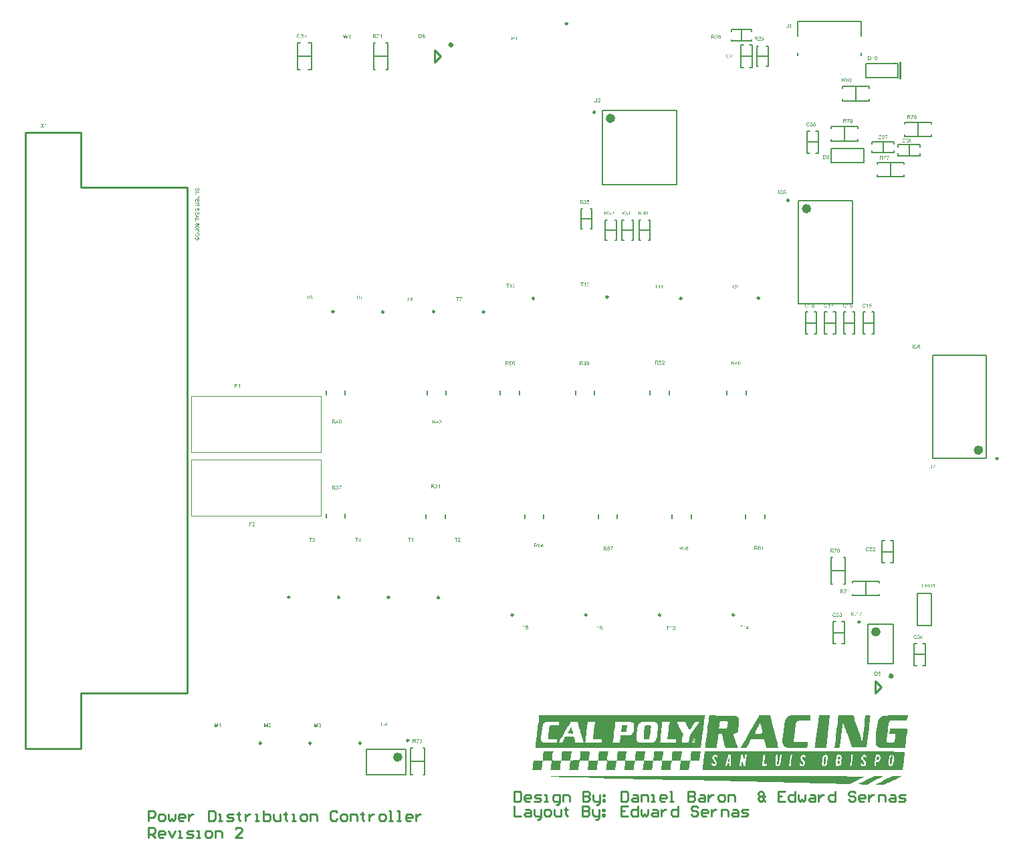
<source format=gbr>
%TF.GenerationSoftware,Altium Limited,Altium Designer,19.1.8 (144)*%
G04 Layer_Color=65535*
%FSLAX26Y26*%
%MOIN*%
%TF.FileFunction,Legend,Top*%
%TF.Part,Single*%
G01*
G75*
%TA.AperFunction,NonConductor*%
%ADD67C,0.009842*%
%ADD68C,0.023622*%
%ADD69C,0.003937*%
%ADD70C,0.019685*%
%ADD71C,0.005906*%
%ADD72C,0.007874*%
%ADD73C,0.010000*%
G36*
X866371Y3357618D02*
X866343D01*
X866316D01*
X866232Y3357590D01*
X866122D01*
X865872Y3357535D01*
X865512Y3357452D01*
X865152Y3357341D01*
X864737Y3357230D01*
X864349Y3357036D01*
X863989Y3356842D01*
X863961Y3356814D01*
X863850Y3356731D01*
X863656Y3356593D01*
X863462Y3356371D01*
X863213Y3356094D01*
X862964Y3355790D01*
X862715Y3355374D01*
X862493Y3354931D01*
Y3354903D01*
X862465Y3354876D01*
X862438Y3354792D01*
X862410Y3354709D01*
X862327Y3354432D01*
X862216Y3354072D01*
X862105Y3353629D01*
X862022Y3353130D01*
X861967Y3352576D01*
X861939Y3351967D01*
Y3351718D01*
X861967Y3351441D01*
X861994Y3351108D01*
X862050Y3350720D01*
X862105Y3350277D01*
X862216Y3349834D01*
X862355Y3349419D01*
X862382Y3349363D01*
X862438Y3349225D01*
X862548Y3349031D01*
X862659Y3348782D01*
X862853Y3348532D01*
X863047Y3348255D01*
X863269Y3347978D01*
X863546Y3347757D01*
X863573Y3347729D01*
X863684Y3347673D01*
X863823Y3347590D01*
X864044Y3347480D01*
X864266Y3347369D01*
X864543Y3347286D01*
X864847Y3347230D01*
X865180Y3347203D01*
X865208D01*
X865346D01*
X865512Y3347230D01*
X865734Y3347258D01*
X865956Y3347341D01*
X866232Y3347424D01*
X866510Y3347563D01*
X866759Y3347757D01*
X866787Y3347784D01*
X866870Y3347867D01*
X866980Y3347978D01*
X867147Y3348172D01*
X867313Y3348394D01*
X867507Y3348698D01*
X867701Y3349059D01*
X867867Y3349474D01*
X867894Y3349502D01*
X867922Y3349640D01*
X868005Y3349862D01*
X868033Y3350000D01*
X868088Y3350194D01*
X868172Y3350388D01*
X868227Y3350637D01*
X868310Y3350914D01*
X868393Y3351247D01*
X868476Y3351579D01*
X868587Y3351967D01*
X868698Y3352410D01*
X868809Y3352881D01*
Y3352909D01*
X868836Y3352992D01*
X868864Y3353130D01*
X868919Y3353297D01*
X868975Y3353518D01*
X869030Y3353767D01*
X869196Y3354322D01*
X869390Y3354931D01*
X869584Y3355568D01*
X869778Y3356122D01*
X869889Y3356371D01*
X870000Y3356593D01*
Y3356621D01*
X870027Y3356648D01*
X870138Y3356814D01*
X870277Y3357064D01*
X870498Y3357341D01*
X870748Y3357673D01*
X871052Y3358006D01*
X871412Y3358338D01*
X871800Y3358615D01*
X871856Y3358643D01*
X871994Y3358726D01*
X872216Y3358837D01*
X872493Y3358947D01*
X872853Y3359058D01*
X873268Y3359169D01*
X873712Y3359252D01*
X874182Y3359280D01*
X874210D01*
X874238D01*
X874321D01*
X874432D01*
X874709Y3359224D01*
X875069Y3359169D01*
X875484Y3359086D01*
X875955Y3358947D01*
X876426Y3358753D01*
X876897Y3358477D01*
X876925D01*
X876952Y3358449D01*
X877119Y3358310D01*
X877340Y3358116D01*
X877617Y3357867D01*
X877922Y3357535D01*
X878254Y3357119D01*
X878559Y3356621D01*
X878836Y3356067D01*
Y3356039D01*
X878864Y3355983D01*
X878891Y3355900D01*
X878947Y3355790D01*
X879002Y3355651D01*
X879058Y3355457D01*
X879168Y3355042D01*
X879279Y3354515D01*
X879390Y3353906D01*
X879473Y3353269D01*
X879501Y3352549D01*
Y3352189D01*
X879473Y3351995D01*
Y3351801D01*
X879418Y3351274D01*
X879335Y3350693D01*
X879196Y3350083D01*
X879030Y3349419D01*
X878808Y3348809D01*
Y3348782D01*
X878781Y3348726D01*
X878725Y3348643D01*
X878670Y3348532D01*
X878531Y3348255D01*
X878282Y3347895D01*
X878005Y3347480D01*
X877645Y3347064D01*
X877229Y3346676D01*
X876759Y3346316D01*
X876731D01*
X876703Y3346289D01*
X876620Y3346233D01*
X876537Y3346178D01*
X876260Y3346039D01*
X875900Y3345873D01*
X875457Y3345679D01*
X874930Y3345541D01*
X874376Y3345402D01*
X873767Y3345347D01*
X873573Y3347784D01*
X873601D01*
X873656D01*
X873739Y3347812D01*
X873878Y3347840D01*
X874182Y3347923D01*
X874598Y3348034D01*
X875041Y3348200D01*
X875484Y3348449D01*
X875900Y3348754D01*
X876288Y3349142D01*
X876315Y3349197D01*
X876426Y3349336D01*
X876592Y3349613D01*
X876759Y3349973D01*
X876925Y3350443D01*
X877091Y3350997D01*
X877202Y3351690D01*
X877229Y3352466D01*
Y3352853D01*
X877202Y3353020D01*
X877174Y3353241D01*
X877119Y3353740D01*
X877008Y3354294D01*
X876869Y3354848D01*
X876648Y3355374D01*
X876509Y3355596D01*
X876371Y3355817D01*
X876343Y3355873D01*
X876232Y3355983D01*
X876038Y3356150D01*
X875817Y3356316D01*
X875512Y3356510D01*
X875180Y3356676D01*
X874792Y3356787D01*
X874349Y3356842D01*
X874293D01*
X874182D01*
X873989Y3356814D01*
X873767Y3356759D01*
X873490Y3356676D01*
X873213Y3356537D01*
X872936Y3356371D01*
X872659Y3356122D01*
X872631Y3356094D01*
X872548Y3355956D01*
X872465Y3355845D01*
X872410Y3355734D01*
X872327Y3355568D01*
X872216Y3355374D01*
X872133Y3355125D01*
X872022Y3354848D01*
X871911Y3354543D01*
X871773Y3354183D01*
X871662Y3353795D01*
X871523Y3353352D01*
X871412Y3352853D01*
X871274Y3352299D01*
Y3352272D01*
X871246Y3352161D01*
X871218Y3351995D01*
X871163Y3351801D01*
X871108Y3351552D01*
X871025Y3351247D01*
X870942Y3350942D01*
X870858Y3350610D01*
X870664Y3349890D01*
X870471Y3349197D01*
X870360Y3348865D01*
X870249Y3348560D01*
X870166Y3348283D01*
X870055Y3348061D01*
Y3348034D01*
X870027Y3347978D01*
X869972Y3347895D01*
X869917Y3347784D01*
X869750Y3347480D01*
X869529Y3347119D01*
X869224Y3346704D01*
X868892Y3346289D01*
X868504Y3345901D01*
X868088Y3345568D01*
X868033Y3345541D01*
X867894Y3345430D01*
X867645Y3345319D01*
X867313Y3345153D01*
X866925Y3345014D01*
X866454Y3344876D01*
X865928Y3344793D01*
X865374Y3344765D01*
X865346D01*
X865318D01*
X865235D01*
X865125D01*
X864820Y3344820D01*
X864432Y3344876D01*
X863989Y3344987D01*
X863518Y3345125D01*
X863019Y3345347D01*
X862493Y3345651D01*
X862465D01*
X862438Y3345679D01*
X862271Y3345818D01*
X862022Y3346012D01*
X861745Y3346289D01*
X861413Y3346649D01*
X861053Y3347092D01*
X860720Y3347590D01*
X860415Y3348172D01*
Y3348200D01*
X860388Y3348255D01*
X860360Y3348338D01*
X860305Y3348449D01*
X860249Y3348615D01*
X860166Y3348809D01*
X860055Y3349252D01*
X859917Y3349779D01*
X859778Y3350416D01*
X859695Y3351108D01*
X859668Y3351856D01*
Y3352299D01*
X859695Y3352521D01*
Y3352770D01*
X859723Y3353047D01*
X859751Y3353380D01*
X859861Y3354072D01*
X859972Y3354792D01*
X860166Y3355513D01*
X860415Y3356205D01*
Y3356233D01*
X860443Y3356288D01*
X860499Y3356371D01*
X860554Y3356482D01*
X860720Y3356814D01*
X860970Y3357202D01*
X861302Y3357646D01*
X861690Y3358116D01*
X862161Y3358560D01*
X862687Y3358975D01*
X862715D01*
X862770Y3359030D01*
X862853Y3359058D01*
X862964Y3359141D01*
X863102Y3359197D01*
X863269Y3359280D01*
X863684Y3359474D01*
X864210Y3359668D01*
X864792Y3359834D01*
X865457Y3359945D01*
X866149Y3360000D01*
X866371Y3357618D01*
D02*
G37*
G36*
X879168Y3338699D02*
X868088D01*
X868061D01*
X867978D01*
X867839D01*
X867673D01*
X867479Y3338671D01*
X867230D01*
X866703Y3338643D01*
X866094Y3338588D01*
X865485Y3338505D01*
X864903Y3338394D01*
X864654Y3338339D01*
X864404Y3338256D01*
X864349Y3338228D01*
X864210Y3338172D01*
X864016Y3338034D01*
X863740Y3337868D01*
X863462Y3337674D01*
X863158Y3337397D01*
X862853Y3337064D01*
X862604Y3336677D01*
X862576Y3336621D01*
X862493Y3336483D01*
X862410Y3336233D01*
X862299Y3335901D01*
X862161Y3335513D01*
X862077Y3335015D01*
X861994Y3334488D01*
X861967Y3333907D01*
Y3333630D01*
X861994Y3333463D01*
Y3333214D01*
X862022Y3332965D01*
X862133Y3332355D01*
X862271Y3331691D01*
X862493Y3331053D01*
X862798Y3330444D01*
X862992Y3330167D01*
X863213Y3329918D01*
X863241Y3329890D01*
X863269Y3329862D01*
X863352Y3329807D01*
X863462Y3329724D01*
X863629Y3329641D01*
X863795Y3329530D01*
X864044Y3329419D01*
X864293Y3329308D01*
X864598Y3329198D01*
X864958Y3329115D01*
X865374Y3329004D01*
X865817Y3328921D01*
X866316Y3328838D01*
X866842Y3328782D01*
X867451Y3328727D01*
X868088D01*
X879168D01*
Y3326178D01*
X868088D01*
X868061D01*
X867950D01*
X867811D01*
X867617D01*
X867368Y3326206D01*
X867091D01*
X866759Y3326234D01*
X866426Y3326261D01*
X865678Y3326345D01*
X864903Y3326455D01*
X864155Y3326622D01*
X863795Y3326732D01*
X863462Y3326843D01*
X863435D01*
X863379Y3326871D01*
X863296Y3326926D01*
X863186Y3326982D01*
X862881Y3327148D01*
X862493Y3327397D01*
X862050Y3327729D01*
X861607Y3328117D01*
X861136Y3328616D01*
X860720Y3329225D01*
Y3329253D01*
X860665Y3329308D01*
X860637Y3329392D01*
X860554Y3329530D01*
X860471Y3329696D01*
X860388Y3329918D01*
X860305Y3330139D01*
X860194Y3330416D01*
X860083Y3330721D01*
X860000Y3331053D01*
X859917Y3331414D01*
X859834Y3331829D01*
X859778Y3332245D01*
X859723Y3332688D01*
X859668Y3333685D01*
Y3333934D01*
X859695Y3334128D01*
Y3334350D01*
X859723Y3334627D01*
X859751Y3334932D01*
X859778Y3335236D01*
X859889Y3335929D01*
X860055Y3336677D01*
X860277Y3337397D01*
X860582Y3338089D01*
Y3338117D01*
X860637Y3338172D01*
X860692Y3338256D01*
X860748Y3338366D01*
X860970Y3338671D01*
X861274Y3339031D01*
X861662Y3339447D01*
X862105Y3339834D01*
X862659Y3340222D01*
X863269Y3340527D01*
X863296D01*
X863352Y3340555D01*
X863462Y3340582D01*
X863601Y3340638D01*
X863767Y3340693D01*
X863989Y3340749D01*
X864238Y3340832D01*
X864543Y3340887D01*
X864875Y3340942D01*
X865235Y3341026D01*
X865623Y3341081D01*
X866039Y3341136D01*
X866510Y3341192D01*
X867008Y3341219D01*
X867534Y3341247D01*
X868088D01*
X879168D01*
Y3338699D01*
D02*
G37*
G36*
Y3314073D02*
X879141Y3313658D01*
X879113Y3313187D01*
X879085Y3312688D01*
X879030Y3312218D01*
X878975Y3311802D01*
Y3311747D01*
X878919Y3311553D01*
X878864Y3311303D01*
X878781Y3310971D01*
X878642Y3310611D01*
X878476Y3310223D01*
X878282Y3309808D01*
X878060Y3309448D01*
X878033Y3309392D01*
X877950Y3309281D01*
X877783Y3309115D01*
X877590Y3308894D01*
X877340Y3308644D01*
X877008Y3308395D01*
X876648Y3308118D01*
X876232Y3307896D01*
X876177Y3307869D01*
X876038Y3307813D01*
X875789Y3307702D01*
X875457Y3307592D01*
X875069Y3307508D01*
X874626Y3307398D01*
X874127Y3307342D01*
X873601Y3307315D01*
X873573D01*
X873490D01*
X873379D01*
X873185Y3307342D01*
X872991Y3307370D01*
X872742Y3307398D01*
X872465Y3307453D01*
X872160Y3307508D01*
X871523Y3307702D01*
X871191Y3307813D01*
X870831Y3307979D01*
X870471Y3308173D01*
X870138Y3308367D01*
X869806Y3308617D01*
X869473Y3308894D01*
X869446Y3308921D01*
X869390Y3308977D01*
X869307Y3309060D01*
X869224Y3309198D01*
X869086Y3309364D01*
X868947Y3309586D01*
X868781Y3309863D01*
X868642Y3310168D01*
X868476Y3310528D01*
X868310Y3310943D01*
X868172Y3311387D01*
X868061Y3311913D01*
X867950Y3312467D01*
X867867Y3313076D01*
X867811Y3313769D01*
X867784Y3314489D01*
Y3319392D01*
X860000D01*
Y3321940D01*
X879168D01*
Y3314073D01*
D02*
G37*
G36*
Y3290168D02*
X876897D01*
Y3301498D01*
X871052D01*
Y3290889D01*
X868781D01*
Y3301498D01*
X862271D01*
Y3289725D01*
X860000D01*
Y3304046D01*
X879168D01*
Y3290168D01*
D02*
G37*
G36*
Y3277288D02*
X879141Y3277066D01*
Y3276817D01*
X879113Y3276235D01*
X879030Y3275626D01*
X878947Y3274961D01*
X878808Y3274352D01*
X878725Y3274047D01*
X878642Y3273798D01*
Y3273770D01*
X878614Y3273742D01*
X878531Y3273576D01*
X878420Y3273327D01*
X878227Y3273022D01*
X877977Y3272690D01*
X877645Y3272329D01*
X877257Y3271997D01*
X876814Y3271665D01*
X876786D01*
X876759Y3271637D01*
X876592Y3271526D01*
X876315Y3271415D01*
X875955Y3271249D01*
X875540Y3271111D01*
X875041Y3270972D01*
X874515Y3270889D01*
X873933Y3270861D01*
X873905D01*
X873850D01*
X873739D01*
X873601Y3270889D01*
X873407D01*
X873213Y3270917D01*
X872742Y3271028D01*
X872188Y3271194D01*
X871606Y3271415D01*
X871025Y3271748D01*
X870748Y3271969D01*
X870471Y3272191D01*
X870443Y3272219D01*
X870415Y3272246D01*
X870332Y3272329D01*
X870249Y3272440D01*
X870138Y3272579D01*
X870027Y3272745D01*
X869889Y3272967D01*
X869723Y3273188D01*
X869584Y3273465D01*
X869446Y3273770D01*
X869279Y3274102D01*
X869141Y3274462D01*
X869030Y3274878D01*
X868892Y3275293D01*
X868809Y3275764D01*
X868726Y3276263D01*
X868698Y3276207D01*
X868642Y3276097D01*
X868532Y3275930D01*
X868421Y3275709D01*
X868116Y3275210D01*
X867922Y3274961D01*
X867756Y3274739D01*
X867701Y3274684D01*
X867562Y3274546D01*
X867341Y3274324D01*
X867063Y3274047D01*
X866676Y3273742D01*
X866260Y3273382D01*
X865762Y3273022D01*
X865208Y3272634D01*
X860000Y3269338D01*
Y3272496D01*
X863989Y3275016D01*
X864016D01*
X864072Y3275072D01*
X864155Y3275127D01*
X864266Y3275210D01*
X864571Y3275404D01*
X864958Y3275653D01*
X865374Y3275958D01*
X865817Y3276263D01*
X866232Y3276568D01*
X866620Y3276845D01*
X866648Y3276872D01*
X866759Y3276955D01*
X866925Y3277094D01*
X867119Y3277288D01*
X867534Y3277703D01*
X867728Y3277925D01*
X867894Y3278146D01*
X867922Y3278174D01*
X867950Y3278230D01*
X868005Y3278340D01*
X868088Y3278507D01*
X868172Y3278673D01*
X868255Y3278867D01*
X868393Y3279310D01*
Y3279338D01*
X868421Y3279393D01*
Y3279504D01*
X868448Y3279642D01*
X868476Y3279836D01*
Y3280058D01*
X868504Y3280363D01*
Y3283631D01*
X860000D01*
Y3286180D01*
X879168D01*
Y3277288D01*
D02*
G37*
G36*
X866371Y3257898D02*
X866343D01*
X866316D01*
X866232Y3257870D01*
X866122D01*
X865872Y3257815D01*
X865512Y3257732D01*
X865152Y3257621D01*
X864737Y3257510D01*
X864349Y3257316D01*
X863989Y3257122D01*
X863961Y3257095D01*
X863850Y3257011D01*
X863656Y3256873D01*
X863462Y3256651D01*
X863213Y3256374D01*
X862964Y3256070D01*
X862715Y3255654D01*
X862493Y3255211D01*
Y3255183D01*
X862465Y3255155D01*
X862438Y3255072D01*
X862410Y3254989D01*
X862327Y3254712D01*
X862216Y3254352D01*
X862105Y3253909D01*
X862022Y3253410D01*
X861967Y3252856D01*
X861939Y3252247D01*
Y3251998D01*
X861967Y3251721D01*
X861994Y3251388D01*
X862050Y3251001D01*
X862105Y3250557D01*
X862216Y3250114D01*
X862355Y3249699D01*
X862382Y3249643D01*
X862438Y3249505D01*
X862548Y3249311D01*
X862659Y3249061D01*
X862853Y3248812D01*
X863047Y3248535D01*
X863269Y3248258D01*
X863546Y3248037D01*
X863573Y3248009D01*
X863684Y3247954D01*
X863823Y3247870D01*
X864044Y3247760D01*
X864266Y3247649D01*
X864543Y3247566D01*
X864847Y3247510D01*
X865180Y3247483D01*
X865208D01*
X865346D01*
X865512Y3247510D01*
X865734Y3247538D01*
X865956Y3247621D01*
X866232Y3247704D01*
X866510Y3247843D01*
X866759Y3248037D01*
X866787Y3248064D01*
X866870Y3248147D01*
X866980Y3248258D01*
X867147Y3248452D01*
X867313Y3248674D01*
X867507Y3248978D01*
X867701Y3249338D01*
X867867Y3249754D01*
X867894Y3249782D01*
X867922Y3249920D01*
X868005Y3250142D01*
X868033Y3250280D01*
X868088Y3250474D01*
X868172Y3250668D01*
X868227Y3250917D01*
X868310Y3251194D01*
X868393Y3251527D01*
X868476Y3251859D01*
X868587Y3252247D01*
X868698Y3252690D01*
X868809Y3253161D01*
Y3253189D01*
X868836Y3253272D01*
X868864Y3253410D01*
X868919Y3253577D01*
X868975Y3253798D01*
X869030Y3254048D01*
X869196Y3254602D01*
X869390Y3255211D01*
X869584Y3255848D01*
X869778Y3256402D01*
X869889Y3256651D01*
X870000Y3256873D01*
Y3256901D01*
X870027Y3256928D01*
X870138Y3257095D01*
X870277Y3257344D01*
X870498Y3257621D01*
X870748Y3257953D01*
X871052Y3258286D01*
X871412Y3258618D01*
X871800Y3258895D01*
X871856Y3258923D01*
X871994Y3259006D01*
X872216Y3259117D01*
X872493Y3259227D01*
X872853Y3259338D01*
X873268Y3259449D01*
X873712Y3259532D01*
X874182Y3259560D01*
X874210D01*
X874238D01*
X874321D01*
X874432D01*
X874709Y3259504D01*
X875069Y3259449D01*
X875484Y3259366D01*
X875955Y3259227D01*
X876426Y3259034D01*
X876897Y3258756D01*
X876925D01*
X876952Y3258729D01*
X877119Y3258590D01*
X877340Y3258396D01*
X877617Y3258147D01*
X877922Y3257815D01*
X878254Y3257399D01*
X878559Y3256901D01*
X878836Y3256347D01*
Y3256319D01*
X878864Y3256264D01*
X878891Y3256180D01*
X878947Y3256070D01*
X879002Y3255931D01*
X879058Y3255737D01*
X879168Y3255322D01*
X879279Y3254795D01*
X879390Y3254186D01*
X879473Y3253549D01*
X879501Y3252829D01*
Y3252469D01*
X879473Y3252275D01*
Y3252081D01*
X879418Y3251555D01*
X879335Y3250973D01*
X879196Y3250363D01*
X879030Y3249699D01*
X878808Y3249089D01*
Y3249061D01*
X878781Y3249006D01*
X878725Y3248923D01*
X878670Y3248812D01*
X878531Y3248535D01*
X878282Y3248175D01*
X878005Y3247760D01*
X877645Y3247344D01*
X877229Y3246956D01*
X876759Y3246596D01*
X876731D01*
X876703Y3246568D01*
X876620Y3246513D01*
X876537Y3246458D01*
X876260Y3246319D01*
X875900Y3246153D01*
X875457Y3245959D01*
X874930Y3245821D01*
X874376Y3245682D01*
X873767Y3245627D01*
X873573Y3248064D01*
X873601D01*
X873656D01*
X873739Y3248092D01*
X873878Y3248120D01*
X874182Y3248203D01*
X874598Y3248314D01*
X875041Y3248480D01*
X875484Y3248729D01*
X875900Y3249034D01*
X876288Y3249422D01*
X876315Y3249477D01*
X876426Y3249615D01*
X876592Y3249892D01*
X876759Y3250253D01*
X876925Y3250724D01*
X877091Y3251278D01*
X877202Y3251970D01*
X877229Y3252746D01*
Y3253133D01*
X877202Y3253300D01*
X877174Y3253521D01*
X877119Y3254020D01*
X877008Y3254574D01*
X876869Y3255128D01*
X876648Y3255654D01*
X876509Y3255876D01*
X876371Y3256097D01*
X876343Y3256153D01*
X876232Y3256264D01*
X876038Y3256430D01*
X875817Y3256596D01*
X875512Y3256790D01*
X875180Y3256956D01*
X874792Y3257067D01*
X874349Y3257122D01*
X874293D01*
X874182D01*
X873989Y3257095D01*
X873767Y3257039D01*
X873490Y3256956D01*
X873213Y3256818D01*
X872936Y3256651D01*
X872659Y3256402D01*
X872631Y3256374D01*
X872548Y3256236D01*
X872465Y3256125D01*
X872410Y3256014D01*
X872327Y3255848D01*
X872216Y3255654D01*
X872133Y3255405D01*
X872022Y3255128D01*
X871911Y3254823D01*
X871773Y3254463D01*
X871662Y3254075D01*
X871523Y3253632D01*
X871412Y3253133D01*
X871274Y3252579D01*
Y3252552D01*
X871246Y3252441D01*
X871218Y3252275D01*
X871163Y3252081D01*
X871108Y3251831D01*
X871025Y3251527D01*
X870942Y3251222D01*
X870858Y3250890D01*
X870664Y3250169D01*
X870471Y3249477D01*
X870360Y3249145D01*
X870249Y3248840D01*
X870166Y3248563D01*
X870055Y3248341D01*
Y3248314D01*
X870027Y3248258D01*
X869972Y3248175D01*
X869917Y3248064D01*
X869750Y3247760D01*
X869529Y3247399D01*
X869224Y3246984D01*
X868892Y3246568D01*
X868504Y3246181D01*
X868088Y3245848D01*
X868033Y3245821D01*
X867894Y3245710D01*
X867645Y3245599D01*
X867313Y3245433D01*
X866925Y3245294D01*
X866454Y3245156D01*
X865928Y3245073D01*
X865374Y3245045D01*
X865346D01*
X865318D01*
X865235D01*
X865125D01*
X864820Y3245100D01*
X864432Y3245156D01*
X863989Y3245267D01*
X863518Y3245405D01*
X863019Y3245627D01*
X862493Y3245931D01*
X862465D01*
X862438Y3245959D01*
X862271Y3246098D01*
X862022Y3246291D01*
X861745Y3246568D01*
X861413Y3246929D01*
X861053Y3247372D01*
X860720Y3247870D01*
X860415Y3248452D01*
Y3248480D01*
X860388Y3248535D01*
X860360Y3248618D01*
X860305Y3248729D01*
X860249Y3248895D01*
X860166Y3249089D01*
X860055Y3249532D01*
X859917Y3250059D01*
X859778Y3250696D01*
X859695Y3251388D01*
X859668Y3252136D01*
Y3252579D01*
X859695Y3252801D01*
Y3253050D01*
X859723Y3253327D01*
X859751Y3253660D01*
X859861Y3254352D01*
X859972Y3255072D01*
X860166Y3255793D01*
X860415Y3256485D01*
Y3256513D01*
X860443Y3256568D01*
X860499Y3256651D01*
X860554Y3256762D01*
X860720Y3257095D01*
X860970Y3257482D01*
X861302Y3257925D01*
X861690Y3258396D01*
X862161Y3258840D01*
X862687Y3259255D01*
X862715D01*
X862770Y3259311D01*
X862853Y3259338D01*
X862964Y3259421D01*
X863102Y3259477D01*
X863269Y3259560D01*
X863684Y3259754D01*
X864210Y3259948D01*
X864792Y3260114D01*
X865457Y3260225D01*
X866149Y3260280D01*
X866371Y3257898D01*
D02*
G37*
G36*
X879168Y3227649D02*
X876897D01*
Y3238979D01*
X871052D01*
Y3228370D01*
X868781D01*
Y3238979D01*
X862271D01*
Y3227206D01*
X860000D01*
Y3241527D01*
X879168D01*
Y3227649D01*
D02*
G37*
G36*
Y3218481D02*
Y3215711D01*
X860000Y3207872D01*
Y3210752D01*
X865817Y3212996D01*
Y3221029D01*
X860000Y3223107D01*
Y3225794D01*
X879168Y3218481D01*
D02*
G37*
G36*
Y3203384D02*
X862271D01*
Y3193939D01*
X860000D01*
Y3205933D01*
X879168D01*
Y3203384D01*
D02*
G37*
G36*
X869473Y3184521D02*
X869861D01*
X870304Y3184493D01*
X870831Y3184437D01*
X871412Y3184382D01*
X872049Y3184299D01*
X872687Y3184188D01*
X873379Y3184050D01*
X874044Y3183883D01*
X874709Y3183689D01*
X875346Y3183440D01*
X875955Y3183163D01*
X876537Y3182858D01*
X877035Y3182498D01*
X877063Y3182471D01*
X877119Y3182415D01*
X877229Y3182305D01*
X877396Y3182166D01*
X877562Y3182000D01*
X877728Y3181778D01*
X877950Y3181501D01*
X878144Y3181224D01*
X878337Y3180892D01*
X878559Y3180532D01*
X878725Y3180116D01*
X878919Y3179701D01*
X879058Y3179230D01*
X879168Y3178731D01*
X879224Y3178205D01*
X879251Y3177651D01*
Y3177429D01*
X879224Y3177263D01*
Y3177069D01*
X879196Y3176848D01*
X879085Y3176321D01*
X878947Y3175740D01*
X878725Y3175130D01*
X878393Y3174521D01*
X878199Y3174216D01*
X877977Y3173939D01*
X877950Y3173911D01*
X877922Y3173884D01*
X877839Y3173801D01*
X877756Y3173718D01*
X877617Y3173579D01*
X877451Y3173468D01*
X877063Y3173164D01*
X876565Y3172859D01*
X875955Y3172582D01*
X875263Y3172332D01*
X874487Y3172166D01*
X874293Y3174521D01*
X874321D01*
X874349Y3174548D01*
X874515Y3174576D01*
X874764Y3174659D01*
X875069Y3174770D01*
X875401Y3174881D01*
X875734Y3175047D01*
X876038Y3175241D01*
X876288Y3175435D01*
X876343Y3175490D01*
X876454Y3175601D01*
X876620Y3175795D01*
X876814Y3176072D01*
X876980Y3176432D01*
X877146Y3176820D01*
X877257Y3177291D01*
X877312Y3177789D01*
Y3177983D01*
X877285Y3178205D01*
X877229Y3178454D01*
X877146Y3178787D01*
X877035Y3179119D01*
X876897Y3179451D01*
X876675Y3179784D01*
X876648Y3179839D01*
X876537Y3179978D01*
X876343Y3180172D01*
X876066Y3180421D01*
X875734Y3180698D01*
X875346Y3181003D01*
X874847Y3181280D01*
X874293Y3181557D01*
X874265D01*
X874210Y3181584D01*
X874127Y3181612D01*
X874016Y3181667D01*
X873850Y3181695D01*
X873656Y3181751D01*
X873434Y3181806D01*
X873158Y3181861D01*
X872853Y3181944D01*
X872520Y3182000D01*
X872160Y3182055D01*
X871773Y3182083D01*
X871329Y3182138D01*
X870886Y3182166D01*
X870388Y3182194D01*
X869889D01*
X869917Y3182166D01*
X870083Y3182055D01*
X870304Y3181861D01*
X870581Y3181612D01*
X870914Y3181335D01*
X871218Y3180975D01*
X871523Y3180587D01*
X871800Y3180144D01*
Y3180116D01*
X871828Y3180088D01*
X871911Y3179922D01*
X871994Y3179673D01*
X872133Y3179341D01*
X872243Y3178953D01*
X872327Y3178510D01*
X872410Y3178039D01*
X872437Y3177540D01*
Y3177318D01*
X872410Y3177152D01*
X872382Y3176931D01*
X872354Y3176709D01*
X872299Y3176432D01*
X872216Y3176155D01*
X872022Y3175518D01*
X871883Y3175186D01*
X871689Y3174853D01*
X871495Y3174521D01*
X871274Y3174161D01*
X870997Y3173828D01*
X870692Y3173524D01*
X870664Y3173496D01*
X870609Y3173441D01*
X870526Y3173357D01*
X870388Y3173274D01*
X870194Y3173136D01*
X870000Y3172997D01*
X869750Y3172859D01*
X869473Y3172693D01*
X869169Y3172526D01*
X868836Y3172388D01*
X868448Y3172249D01*
X868061Y3172111D01*
X867645Y3172028D01*
X867174Y3171945D01*
X866703Y3171889D01*
X866205Y3171862D01*
X866177D01*
X866122D01*
X866039D01*
X865900D01*
X865734Y3171889D01*
X865568D01*
X865125Y3171972D01*
X864598Y3172055D01*
X864044Y3172194D01*
X863435Y3172388D01*
X862853Y3172665D01*
X862825D01*
X862798Y3172693D01*
X862715Y3172748D01*
X862604Y3172803D01*
X862327Y3172970D01*
X861967Y3173219D01*
X861579Y3173524D01*
X861191Y3173884D01*
X860803Y3174327D01*
X860471Y3174798D01*
Y3174825D01*
X860443Y3174853D01*
X860388Y3174936D01*
X860360Y3175047D01*
X860222Y3175324D01*
X860083Y3175684D01*
X859917Y3176155D01*
X859806Y3176681D01*
X859695Y3177263D01*
X859668Y3177900D01*
Y3178039D01*
X859695Y3178177D01*
Y3178399D01*
X859723Y3178648D01*
X859778Y3178925D01*
X859861Y3179258D01*
X859945Y3179590D01*
X860055Y3179978D01*
X860194Y3180365D01*
X860360Y3180753D01*
X860582Y3181169D01*
X860831Y3181557D01*
X861108Y3181944D01*
X861440Y3182332D01*
X861828Y3182692D01*
X861856Y3182720D01*
X861939Y3182775D01*
X862050Y3182858D01*
X862244Y3182969D01*
X862493Y3183135D01*
X862770Y3183274D01*
X863130Y3183440D01*
X863518Y3183606D01*
X863989Y3183800D01*
X864515Y3183966D01*
X865097Y3184105D01*
X865734Y3184244D01*
X866454Y3184382D01*
X867230Y3184465D01*
X868061Y3184521D01*
X868947Y3184548D01*
X868975D01*
X869003D01*
X869086D01*
X869196D01*
X869473Y3184521D01*
D02*
G37*
G36*
X870304Y3169507D02*
X870637D01*
X870997Y3169479D01*
X871412Y3169452D01*
X872271Y3169369D01*
X873185Y3169230D01*
X874099Y3169064D01*
X874515Y3168953D01*
X874930Y3168842D01*
X874958D01*
X875013Y3168815D01*
X875124Y3168759D01*
X875263Y3168704D01*
X875457Y3168648D01*
X875650Y3168538D01*
X876121Y3168316D01*
X876620Y3168039D01*
X877146Y3167679D01*
X877673Y3167263D01*
X878116Y3166765D01*
Y3166737D01*
X878171Y3166709D01*
X878227Y3166626D01*
X878282Y3166515D01*
X878393Y3166377D01*
X878476Y3166211D01*
X878697Y3165795D01*
X878891Y3165297D01*
X879085Y3164715D01*
X879196Y3164023D01*
X879251Y3163275D01*
Y3163025D01*
X879224Y3162721D01*
X879168Y3162360D01*
X879085Y3161945D01*
X878975Y3161502D01*
X878836Y3161031D01*
X878614Y3160588D01*
Y3160560D01*
X878587Y3160532D01*
X878504Y3160394D01*
X878365Y3160172D01*
X878171Y3159895D01*
X877894Y3159590D01*
X877590Y3159258D01*
X877229Y3158953D01*
X876814Y3158649D01*
X876759Y3158621D01*
X876620Y3158510D01*
X876371Y3158399D01*
X876011Y3158206D01*
X875595Y3158039D01*
X875124Y3157818D01*
X874570Y3157624D01*
X873961Y3157458D01*
X873933D01*
X873878Y3157430D01*
X873795Y3157402D01*
X873656Y3157374D01*
X873490Y3157347D01*
X873296Y3157319D01*
X873047Y3157264D01*
X872770Y3157236D01*
X872465Y3157181D01*
X872133Y3157153D01*
X871745Y3157125D01*
X871357Y3157070D01*
X870914Y3157042D01*
X870471D01*
X869972Y3157014D01*
X869446D01*
X869418D01*
X869307D01*
X869113D01*
X868892D01*
X868587Y3157042D01*
X868255D01*
X867894Y3157070D01*
X867507Y3157097D01*
X866620Y3157181D01*
X865706Y3157319D01*
X864820Y3157485D01*
X864404Y3157596D01*
X863989Y3157735D01*
X863961D01*
X863906Y3157762D01*
X863795Y3157818D01*
X863656Y3157873D01*
X863462Y3157928D01*
X863269Y3158039D01*
X862798Y3158261D01*
X862299Y3158538D01*
X861745Y3158898D01*
X861246Y3159314D01*
X860776Y3159812D01*
Y3159840D01*
X860720Y3159867D01*
X860665Y3159951D01*
X860609Y3160061D01*
X860526Y3160200D01*
X860415Y3160338D01*
X860222Y3160754D01*
X860028Y3161253D01*
X859834Y3161834D01*
X859723Y3162527D01*
X859668Y3163275D01*
Y3163552D01*
X859695Y3163745D01*
X859723Y3163967D01*
X859778Y3164244D01*
X859834Y3164549D01*
X859917Y3164881D01*
X860028Y3165214D01*
X860139Y3165574D01*
X860305Y3165934D01*
X860499Y3166294D01*
X860720Y3166654D01*
X860997Y3167014D01*
X861302Y3167347D01*
X861634Y3167651D01*
X861662Y3167679D01*
X861745Y3167734D01*
X861884Y3167817D01*
X862105Y3167956D01*
X862355Y3168094D01*
X862687Y3168233D01*
X863075Y3168427D01*
X863518Y3168593D01*
X864016Y3168759D01*
X864598Y3168925D01*
X865235Y3169092D01*
X865956Y3169230D01*
X866731Y3169369D01*
X867562Y3169452D01*
X868476Y3169507D01*
X869446Y3169535D01*
X869473D01*
X869584D01*
X869778D01*
X870000D01*
X870304Y3169507D01*
D02*
G37*
G36*
X879168Y3145796D02*
X879141Y3145380D01*
X879113Y3144910D01*
X879085Y3144411D01*
X879030Y3143940D01*
X878975Y3143524D01*
Y3143469D01*
X878919Y3143275D01*
X878864Y3143026D01*
X878781Y3142693D01*
X878642Y3142333D01*
X878476Y3141946D01*
X878282Y3141530D01*
X878060Y3141170D01*
X878033Y3141115D01*
X877950Y3141004D01*
X877783Y3140838D01*
X877590Y3140616D01*
X877340Y3140367D01*
X877008Y3140117D01*
X876648Y3139840D01*
X876232Y3139619D01*
X876177Y3139591D01*
X876038Y3139536D01*
X875789Y3139425D01*
X875457Y3139314D01*
X875069Y3139231D01*
X874626Y3139120D01*
X874127Y3139065D01*
X873601Y3139037D01*
X873573D01*
X873490D01*
X873379D01*
X873185Y3139065D01*
X872991Y3139093D01*
X872742Y3139120D01*
X872465Y3139176D01*
X872160Y3139231D01*
X871523Y3139425D01*
X871191Y3139536D01*
X870831Y3139702D01*
X870471Y3139896D01*
X870138Y3140090D01*
X869806Y3140339D01*
X869473Y3140616D01*
X869446Y3140644D01*
X869390Y3140699D01*
X869307Y3140782D01*
X869224Y3140921D01*
X869086Y3141087D01*
X868947Y3141309D01*
X868781Y3141586D01*
X868642Y3141890D01*
X868476Y3142250D01*
X868310Y3142666D01*
X868172Y3143109D01*
X868061Y3143635D01*
X867950Y3144189D01*
X867867Y3144799D01*
X867811Y3145491D01*
X867784Y3146211D01*
Y3151114D01*
X860000D01*
Y3153663D01*
X879168D01*
Y3145796D01*
D02*
G37*
G36*
X869778Y3136544D02*
X870111D01*
X870498Y3136489D01*
X870969Y3136433D01*
X871495Y3136350D01*
X872049Y3136239D01*
X872631Y3136129D01*
X873241Y3135962D01*
X873850Y3135741D01*
X874487Y3135492D01*
X875096Y3135215D01*
X875706Y3134854D01*
X876260Y3134467D01*
X876786Y3134023D01*
X876814Y3133996D01*
X876897Y3133913D01*
X877035Y3133746D01*
X877202Y3133552D01*
X877423Y3133303D01*
X877645Y3132999D01*
X877894Y3132638D01*
X878144Y3132223D01*
X878393Y3131780D01*
X878642Y3131281D01*
X878864Y3130727D01*
X879085Y3130145D01*
X879251Y3129508D01*
X879390Y3128843D01*
X879473Y3128151D01*
X879501Y3127403D01*
Y3127154D01*
X879473Y3126960D01*
Y3126711D01*
X879445Y3126461D01*
X879390Y3126129D01*
X879335Y3125796D01*
X879196Y3125076D01*
X878975Y3124245D01*
X878642Y3123442D01*
X878448Y3123026D01*
X878227Y3122611D01*
X878199Y3122583D01*
X878171Y3122528D01*
X878088Y3122417D01*
X878005Y3122251D01*
X877866Y3122085D01*
X877700Y3121863D01*
X877312Y3121392D01*
X876814Y3120894D01*
X876205Y3120340D01*
X875484Y3119813D01*
X874681Y3119370D01*
X874653D01*
X874570Y3119315D01*
X874459Y3119259D01*
X874293Y3119204D01*
X874072Y3119093D01*
X873822Y3119010D01*
X873518Y3118899D01*
X873185Y3118788D01*
X872825Y3118705D01*
X872437Y3118595D01*
X871994Y3118484D01*
X871551Y3118401D01*
X870581Y3118290D01*
X869529Y3118234D01*
X869501D01*
X869390D01*
X869252D01*
X869030Y3118262D01*
X868781D01*
X868476Y3118290D01*
X868144Y3118345D01*
X867784Y3118373D01*
X866980Y3118511D01*
X866094Y3118733D01*
X865208Y3119038D01*
X864764Y3119204D01*
X864321Y3119425D01*
X864293D01*
X864210Y3119481D01*
X864100Y3119536D01*
X863933Y3119647D01*
X863740Y3119758D01*
X863546Y3119896D01*
X863019Y3120284D01*
X862465Y3120755D01*
X861884Y3121309D01*
X861330Y3121974D01*
X860831Y3122749D01*
Y3122777D01*
X860776Y3122833D01*
X860720Y3122971D01*
X860637Y3123137D01*
X860554Y3123331D01*
X860471Y3123553D01*
X860360Y3123830D01*
X860249Y3124135D01*
X860139Y3124467D01*
X860028Y3124827D01*
X859861Y3125630D01*
X859723Y3126489D01*
X859668Y3127403D01*
Y3127680D01*
X859695Y3127846D01*
Y3128096D01*
X859751Y3128373D01*
X859778Y3128677D01*
X859834Y3129037D01*
X860000Y3129785D01*
X860222Y3130589D01*
X860554Y3131420D01*
X860748Y3131835D01*
X860970Y3132251D01*
X860997Y3132278D01*
X861025Y3132334D01*
X861108Y3132445D01*
X861219Y3132611D01*
X861330Y3132777D01*
X861496Y3132971D01*
X861911Y3133442D01*
X862410Y3133968D01*
X863019Y3134522D01*
X863712Y3135021D01*
X864515Y3135492D01*
X864543D01*
X864626Y3135547D01*
X864737Y3135602D01*
X864903Y3135658D01*
X865125Y3135741D01*
X865374Y3135824D01*
X865651Y3135935D01*
X865956Y3136018D01*
X866316Y3136129D01*
X866676Y3136239D01*
X867507Y3136406D01*
X868365Y3136516D01*
X869307Y3136572D01*
X869335D01*
X869363D01*
X869529D01*
X869778Y3136544D01*
D02*
G37*
G36*
X866371Y3113442D02*
X866343D01*
X866316D01*
X866232Y3113415D01*
X866122D01*
X865872Y3113359D01*
X865512Y3113276D01*
X865152Y3113165D01*
X864737Y3113055D01*
X864349Y3112861D01*
X863989Y3112667D01*
X863961Y3112639D01*
X863850Y3112556D01*
X863656Y3112417D01*
X863462Y3112196D01*
X863213Y3111919D01*
X862964Y3111614D01*
X862715Y3111199D01*
X862493Y3110755D01*
Y3110728D01*
X862465Y3110700D01*
X862438Y3110617D01*
X862410Y3110534D01*
X862327Y3110257D01*
X862216Y3109897D01*
X862105Y3109454D01*
X862022Y3108955D01*
X861967Y3108401D01*
X861939Y3107791D01*
Y3107542D01*
X861967Y3107265D01*
X861994Y3106933D01*
X862050Y3106545D01*
X862105Y3106102D01*
X862216Y3105659D01*
X862355Y3105243D01*
X862382Y3105188D01*
X862438Y3105049D01*
X862548Y3104855D01*
X862659Y3104606D01*
X862853Y3104357D01*
X863047Y3104080D01*
X863269Y3103803D01*
X863546Y3103581D01*
X863573Y3103553D01*
X863684Y3103498D01*
X863823Y3103415D01*
X864044Y3103304D01*
X864266Y3103193D01*
X864543Y3103110D01*
X864847Y3103055D01*
X865180Y3103027D01*
X865208D01*
X865346D01*
X865512Y3103055D01*
X865734Y3103082D01*
X865956Y3103166D01*
X866232Y3103249D01*
X866510Y3103387D01*
X866759Y3103581D01*
X866787Y3103609D01*
X866870Y3103692D01*
X866980Y3103803D01*
X867147Y3103997D01*
X867313Y3104218D01*
X867507Y3104523D01*
X867701Y3104883D01*
X867867Y3105298D01*
X867894Y3105326D01*
X867922Y3105465D01*
X868005Y3105686D01*
X868033Y3105825D01*
X868088Y3106019D01*
X868172Y3106213D01*
X868227Y3106462D01*
X868310Y3106739D01*
X868393Y3107071D01*
X868476Y3107404D01*
X868587Y3107791D01*
X868698Y3108235D01*
X868809Y3108706D01*
Y3108733D01*
X868836Y3108816D01*
X868864Y3108955D01*
X868919Y3109121D01*
X868975Y3109343D01*
X869030Y3109592D01*
X869196Y3110146D01*
X869390Y3110755D01*
X869584Y3111392D01*
X869778Y3111947D01*
X869889Y3112196D01*
X870000Y3112417D01*
Y3112445D01*
X870027Y3112473D01*
X870138Y3112639D01*
X870277Y3112888D01*
X870498Y3113165D01*
X870748Y3113498D01*
X871052Y3113830D01*
X871412Y3114162D01*
X871800Y3114439D01*
X871856Y3114467D01*
X871994Y3114550D01*
X872216Y3114661D01*
X872493Y3114772D01*
X872853Y3114883D01*
X873268Y3114994D01*
X873712Y3115077D01*
X874182Y3115104D01*
X874210D01*
X874238D01*
X874321D01*
X874432D01*
X874709Y3115049D01*
X875069Y3114994D01*
X875484Y3114910D01*
X875955Y3114772D01*
X876426Y3114578D01*
X876897Y3114301D01*
X876925D01*
X876952Y3114273D01*
X877119Y3114135D01*
X877340Y3113941D01*
X877617Y3113692D01*
X877922Y3113359D01*
X878254Y3112944D01*
X878559Y3112445D01*
X878836Y3111891D01*
Y3111863D01*
X878864Y3111808D01*
X878891Y3111725D01*
X878947Y3111614D01*
X879002Y3111476D01*
X879058Y3111282D01*
X879168Y3110866D01*
X879279Y3110340D01*
X879390Y3109731D01*
X879473Y3109093D01*
X879501Y3108373D01*
Y3108013D01*
X879473Y3107819D01*
Y3107625D01*
X879418Y3107099D01*
X879335Y3106517D01*
X879196Y3105908D01*
X879030Y3105243D01*
X878808Y3104634D01*
Y3104606D01*
X878781Y3104551D01*
X878725Y3104468D01*
X878670Y3104357D01*
X878531Y3104080D01*
X878282Y3103720D01*
X878005Y3103304D01*
X877645Y3102889D01*
X877229Y3102501D01*
X876759Y3102141D01*
X876731D01*
X876703Y3102113D01*
X876620Y3102058D01*
X876537Y3102002D01*
X876260Y3101864D01*
X875900Y3101698D01*
X875457Y3101504D01*
X874930Y3101365D01*
X874376Y3101227D01*
X873767Y3101171D01*
X873573Y3103609D01*
X873601D01*
X873656D01*
X873739Y3103637D01*
X873878Y3103664D01*
X874182Y3103747D01*
X874598Y3103858D01*
X875041Y3104024D01*
X875484Y3104274D01*
X875900Y3104578D01*
X876288Y3104966D01*
X876315Y3105021D01*
X876426Y3105160D01*
X876592Y3105437D01*
X876759Y3105797D01*
X876925Y3106268D01*
X877091Y3106822D01*
X877202Y3107515D01*
X877229Y3108290D01*
Y3108678D01*
X877202Y3108844D01*
X877174Y3109066D01*
X877119Y3109564D01*
X877008Y3110118D01*
X876869Y3110672D01*
X876648Y3111199D01*
X876509Y3111420D01*
X876371Y3111642D01*
X876343Y3111697D01*
X876232Y3111808D01*
X876038Y3111974D01*
X875817Y3112140D01*
X875512Y3112334D01*
X875180Y3112501D01*
X874792Y3112611D01*
X874349Y3112667D01*
X874293D01*
X874182D01*
X873989Y3112639D01*
X873767Y3112584D01*
X873490Y3112501D01*
X873213Y3112362D01*
X872936Y3112196D01*
X872659Y3111947D01*
X872631Y3111919D01*
X872548Y3111780D01*
X872465Y3111669D01*
X872410Y3111559D01*
X872327Y3111392D01*
X872216Y3111199D01*
X872133Y3110949D01*
X872022Y3110672D01*
X871911Y3110368D01*
X871773Y3110008D01*
X871662Y3109620D01*
X871523Y3109177D01*
X871412Y3108678D01*
X871274Y3108124D01*
Y3108096D01*
X871246Y3107985D01*
X871218Y3107819D01*
X871163Y3107625D01*
X871108Y3107376D01*
X871025Y3107071D01*
X870942Y3106767D01*
X870858Y3106434D01*
X870664Y3105714D01*
X870471Y3105021D01*
X870360Y3104689D01*
X870249Y3104384D01*
X870166Y3104107D01*
X870055Y3103886D01*
Y3103858D01*
X870027Y3103803D01*
X869972Y3103720D01*
X869917Y3103609D01*
X869750Y3103304D01*
X869529Y3102944D01*
X869224Y3102528D01*
X868892Y3102113D01*
X868504Y3101725D01*
X868088Y3101393D01*
X868033Y3101365D01*
X867894Y3101254D01*
X867645Y3101144D01*
X867313Y3100977D01*
X866925Y3100839D01*
X866454Y3100700D01*
X865928Y3100617D01*
X865374Y3100590D01*
X865346D01*
X865318D01*
X865235D01*
X865125D01*
X864820Y3100645D01*
X864432Y3100700D01*
X863989Y3100811D01*
X863518Y3100950D01*
X863019Y3101171D01*
X862493Y3101476D01*
X862465D01*
X862438Y3101504D01*
X862271Y3101642D01*
X862022Y3101836D01*
X861745Y3102113D01*
X861413Y3102473D01*
X861053Y3102916D01*
X860720Y3103415D01*
X860415Y3103997D01*
Y3104024D01*
X860388Y3104080D01*
X860360Y3104163D01*
X860305Y3104274D01*
X860249Y3104440D01*
X860166Y3104634D01*
X860055Y3105077D01*
X859917Y3105603D01*
X859778Y3106240D01*
X859695Y3106933D01*
X859668Y3107681D01*
Y3108124D01*
X859695Y3108345D01*
Y3108595D01*
X859723Y3108872D01*
X859751Y3109204D01*
X859861Y3109897D01*
X859972Y3110617D01*
X860166Y3111337D01*
X860415Y3112030D01*
Y3112057D01*
X860443Y3112113D01*
X860499Y3112196D01*
X860554Y3112307D01*
X860720Y3112639D01*
X860970Y3113027D01*
X861302Y3113470D01*
X861690Y3113941D01*
X862161Y3114384D01*
X862687Y3114800D01*
X862715D01*
X862770Y3114855D01*
X862853Y3114883D01*
X862964Y3114966D01*
X863102Y3115021D01*
X863269Y3115104D01*
X863684Y3115298D01*
X864210Y3115492D01*
X864792Y3115658D01*
X865457Y3115769D01*
X866149Y3115825D01*
X866371Y3113442D01*
D02*
G37*
G36*
X4223392Y731015D02*
X4224781Y729626D01*
Y728238D01*
Y725460D01*
X4223392Y718516D01*
Y717127D01*
Y711572D01*
X4222003Y701850D01*
X4220614Y689351D01*
Y687962D01*
Y686574D01*
X4219226Y676852D01*
X4217837Y664353D01*
X4215059Y650465D01*
X4205338Y572692D01*
X4133120D01*
X4110899Y637966D01*
Y639354D01*
X4109510Y640743D01*
X4106733Y647687D01*
X4102566Y658798D01*
X4098400Y669908D01*
Y671297D01*
X4097011Y672686D01*
X4095622Y678241D01*
X4092845Y686574D01*
X4090067Y693518D01*
Y694906D01*
X4088678Y699073D01*
X4087290Y701850D01*
Y699073D01*
X4085901Y693518D01*
Y686574D01*
X4084512Y674074D01*
X4083123Y658798D01*
X4081734Y649076D01*
X4080346Y637966D01*
Y635188D01*
X4078957Y628244D01*
X4077568Y618522D01*
X4076179Y606023D01*
X4074790Y594913D01*
X4073402Y583802D01*
X4072013Y576858D01*
X4070624Y574081D01*
Y572692D01*
Y569914D01*
X4047014D01*
Y572692D01*
Y574081D01*
Y576858D01*
X4048403Y582414D01*
Y592135D01*
X4051181Y606023D01*
Y614356D01*
X4052570Y625466D01*
X4053958Y636577D01*
X4055347Y650465D01*
Y651854D01*
Y653242D01*
X4056736Y657409D01*
Y662964D01*
X4058125Y675463D01*
X4060902Y690740D01*
X4062291Y704628D01*
X4063680Y717127D01*
Y722682D01*
X4065069Y726849D01*
Y728238D01*
Y729626D01*
X4066458Y732404D01*
X4140064D01*
X4144230Y719905D01*
Y718516D01*
X4145619Y714350D01*
X4147008Y708794D01*
Y707406D01*
X4149786Y703239D01*
X4151174Y694906D01*
X4155341Y685185D01*
X4156730Y682407D01*
X4158118Y675463D01*
X4162285Y667130D01*
X4165062Y657409D01*
X4166451Y654631D01*
X4167840Y647687D01*
X4172006Y639354D01*
X4174784Y629633D01*
X4176173Y628244D01*
X4177562Y622689D01*
X4178950Y615745D01*
X4180339Y608801D01*
Y607412D01*
X4181728Y606023D01*
X4183117Y603246D01*
X4184506Y601857D01*
Y603246D01*
X4185894Y604634D01*
Y610190D01*
X4187283Y617134D01*
X4188672Y628244D01*
X4190061Y644910D01*
X4191450Y654631D01*
X4192838Y665742D01*
Y667130D01*
Y668519D01*
X4194227Y675463D01*
X4195616Y686574D01*
X4197005Y697684D01*
Y710183D01*
X4198394Y719905D01*
X4199782Y728238D01*
Y729626D01*
Y731015D01*
X4201171Y732404D01*
X4219226D01*
X4223392Y731015D01*
D02*
G37*
G36*
X4410880Y729626D02*
Y728238D01*
X4409491Y724071D01*
X4408102Y717127D01*
X4406714Y706017D01*
X4323386D01*
X4321997Y703239D01*
X4319219Y701850D01*
X4316442Y697684D01*
Y696295D01*
Y694906D01*
Y690740D01*
X4315053Y685185D01*
X4313664Y676852D01*
X4312275Y665742D01*
X4310886Y650465D01*
Y649076D01*
X4309498Y643521D01*
Y636577D01*
X4308109Y628244D01*
X4306720Y619911D01*
Y612967D01*
X4305331Y607412D01*
Y604634D01*
Y603246D01*
X4306720Y601857D01*
X4309498Y599079D01*
X4310886Y596302D01*
X4330330D01*
X4335885Y597690D01*
X4338662Y599079D01*
X4340051D01*
X4341440Y600468D01*
X4344218Y604634D01*
X4345606Y606023D01*
X4346995Y611578D01*
X4348384Y617134D01*
Y622689D01*
X4349773Y631022D01*
Y639354D01*
X4320608D01*
Y642132D01*
Y643521D01*
Y647687D01*
X4321997Y654631D01*
X4323386Y665742D01*
X4403936D01*
X4409491Y664353D01*
X4410880D01*
Y661575D01*
X4409491Y658798D01*
Y653242D01*
X4408102Y644910D01*
X4406714Y633799D01*
X4403936Y618522D01*
Y617134D01*
X4402547Y611578D01*
Y604634D01*
X4401158Y594913D01*
X4399770Y586580D01*
Y579636D01*
X4398381Y574081D01*
Y571303D01*
X4390048D01*
X4383104Y569914D01*
X4303942D01*
X4292832Y571303D01*
X4273389D01*
X4269222Y572692D01*
X4266445Y574081D01*
X4260890Y576858D01*
X4255334Y583802D01*
X4252557Y587969D01*
X4251168Y594913D01*
Y596302D01*
Y599079D01*
Y604634D01*
Y611578D01*
Y621300D01*
X4252557Y633799D01*
X4253946Y650465D01*
Y651854D01*
X4255334Y657409D01*
X4256723Y664353D01*
X4258112Y672686D01*
Y681018D01*
X4259501Y689351D01*
X4260890Y694906D01*
Y697684D01*
Y699073D01*
X4262278Y700462D01*
X4265056Y708794D01*
X4270611Y717127D01*
X4278944Y725460D01*
X4280333Y726849D01*
X4283110Y728238D01*
X4285888Y729626D01*
X4291443D01*
X4294221Y731015D01*
X4305331D01*
X4316442Y732404D01*
X4410880D01*
Y729626D01*
D02*
G37*
G36*
X4023405D02*
Y728238D01*
Y725460D01*
X4022016Y719905D01*
X4020627Y710183D01*
Y704628D01*
X4019238Y696295D01*
X4017850Y686574D01*
X4016461Y676852D01*
X4015072Y664353D01*
X4013683Y650465D01*
Y649076D01*
Y647687D01*
X4012294Y637966D01*
X4010906Y625466D01*
X4009517Y611578D01*
X4008128Y597690D01*
X4006739Y583802D01*
X4005350Y575470D01*
Y572692D01*
Y571303D01*
X4002573D01*
X3998406Y569914D01*
X3947021D01*
Y572692D01*
Y574081D01*
X3948410Y578247D01*
Y583802D01*
X3949798Y593524D01*
X3952576Y607412D01*
X3953965Y617134D01*
X3955354Y626855D01*
X3956742Y639354D01*
X3958131Y653242D01*
X3967853Y732404D01*
X4023405D01*
Y729626D01*
D02*
G37*
G36*
X3926189D02*
Y728238D01*
Y722682D01*
Y715738D01*
X3924800Y706017D01*
X3870637D01*
X3865082Y704628D01*
X3860915D01*
X3859526Y703239D01*
X3858138Y701850D01*
X3856749Y700462D01*
X3855360Y697684D01*
Y694906D01*
X3853971Y692129D01*
X3852582Y686574D01*
Y678241D01*
X3849805Y665742D01*
X3848416Y650465D01*
X3841472Y604634D01*
X3844250Y601857D01*
Y600468D01*
X3845638Y599079D01*
X3913690D01*
Y596302D01*
Y594913D01*
X3912301Y590746D01*
X3910912Y583802D01*
X3909523Y569914D01*
X3833139D01*
X3823418Y571303D01*
X3813696D01*
X3805363Y572692D01*
X3801197Y574081D01*
X3799808Y575470D01*
X3795642Y578247D01*
X3794253Y579636D01*
X3791475Y583802D01*
X3788698Y590746D01*
X3785920Y600468D01*
Y601857D01*
Y604634D01*
X3787309Y608801D01*
Y614356D01*
X3788698Y622689D01*
X3790086Y635188D01*
X3791475Y649076D01*
Y651854D01*
X3792864Y657409D01*
Y664353D01*
X3794253Y674074D01*
X3795642Y683796D01*
X3797030Y692129D01*
X3798419Y699073D01*
Y703239D01*
Y704628D01*
X3799808Y707406D01*
X3805363Y715738D01*
X3813696Y725460D01*
X3820640Y729626D01*
X3827584Y732404D01*
X3926189D01*
Y729626D01*
D02*
G37*
G36*
X3742867Y662964D02*
X3744256Y660186D01*
X3745645Y653242D01*
X3749811Y640743D01*
X3752589Y626855D01*
Y625466D01*
X3753978Y624078D01*
X3755366Y615745D01*
X3758144Y606023D01*
X3760922Y596302D01*
Y594913D01*
X3762310Y590746D01*
X3763699Y586580D01*
Y583802D01*
X3766477Y569914D01*
X3706758D01*
X3701203Y590746D01*
Y592135D01*
X3699814Y593524D01*
X3698426Y601857D01*
X3697037Y608801D01*
X3695648Y610190D01*
Y611578D01*
Y612967D01*
X3630374D01*
X3619264Y590746D01*
X3605376Y569914D01*
X3578989D01*
X3580378Y572692D01*
X3583155Y579636D01*
X3585933Y585191D01*
X3590099Y590746D01*
X3594266Y600468D01*
X3601210Y610190D01*
X3608154Y622689D01*
X3616486Y637966D01*
X3626208Y656020D01*
X3638707Y676852D01*
X3652595Y700462D01*
X3667872Y728238D01*
X3669261Y732404D01*
X3726202D01*
X3742867Y662964D01*
D02*
G37*
G36*
X3485939Y729626D02*
X3555379D01*
X3556768Y728238D01*
X3560934Y726849D01*
X3565101Y722682D01*
X3567878Y718516D01*
Y717127D01*
X3569267Y714350D01*
Y711572D01*
Y706017D01*
Y700462D01*
Y692129D01*
X3567878Y681018D01*
Y679630D01*
Y676852D01*
X3566490Y667130D01*
Y657409D01*
X3565101Y653242D01*
Y650465D01*
X3563712Y649076D01*
X3560934Y646298D01*
X3553990Y642132D01*
X3545658Y639354D01*
X3541491D01*
Y637966D01*
X3542880Y635188D01*
X3544269Y631022D01*
X3545658Y624078D01*
X3548435Y615745D01*
X3552602Y604634D01*
Y603246D01*
X3553990Y599079D01*
X3556768Y593524D01*
X3559546Y587969D01*
X3560934Y581025D01*
X3563712Y575470D01*
X3565101Y571303D01*
Y569914D01*
X3502605D01*
X3501216Y574081D01*
Y575470D01*
X3499827Y578247D01*
Y579636D01*
X3498438Y582414D01*
X3497050Y586580D01*
X3495661Y592135D01*
Y593524D01*
X3494272Y597690D01*
X3492883Y603246D01*
Y607412D01*
X3484550Y639354D01*
X3467885D01*
X3466496Y637966D01*
Y636577D01*
Y633799D01*
Y629633D01*
X3465107Y624078D01*
Y615745D01*
X3463718Y604634D01*
Y603246D01*
X3462330Y599079D01*
X3460941Y593524D01*
X3459552Y587969D01*
Y586580D01*
Y583802D01*
X3458163Y574081D01*
Y572692D01*
Y571303D01*
Y569914D01*
X3401222D01*
Y572692D01*
Y574081D01*
Y576858D01*
X3402611Y582414D01*
X3404000Y592135D01*
X3405389Y606023D01*
X3406778Y614356D01*
X3408166Y625466D01*
X3409555Y636577D01*
X3410944Y650465D01*
Y651854D01*
Y653242D01*
X3412333Y662964D01*
X3413722Y675463D01*
X3416499Y689351D01*
X3417888Y704628D01*
X3419277Y717127D01*
X3420666Y725460D01*
X3422054Y728238D01*
Y729626D01*
Y732404D01*
X3485939Y729626D01*
D02*
G37*
G36*
X3399834D02*
Y728238D01*
Y725460D01*
X3398445Y718516D01*
X3397056Y708794D01*
X3395667Y694906D01*
X3394278Y686574D01*
X3392890Y675463D01*
X3391501Y662964D01*
X3390112Y649076D01*
X3380390Y569914D01*
X2554054D01*
Y572692D01*
Y574081D01*
Y578247D01*
X2555443Y583802D01*
X2556832Y593524D01*
X2558221Y607412D01*
X2559610Y615745D01*
X2560998Y625466D01*
X2562387Y637966D01*
X2563776Y650465D01*
Y651854D01*
Y653242D01*
X2565165Y657409D01*
Y662964D01*
X2566554Y675463D01*
X2569331Y690740D01*
X2570720Y704628D01*
X2572109Y717127D01*
Y722682D01*
X2573498Y726849D01*
Y728238D01*
Y729626D01*
Y732404D01*
X3401222D01*
X3399834Y729626D01*
D02*
G37*
G36*
X3377613Y551860D02*
Y549082D01*
Y547694D01*
X3376224Y540750D01*
Y539361D01*
Y537972D01*
X3374835Y529639D01*
X3372058Y507418D01*
X3326227D01*
Y504641D01*
Y501863D01*
X3324838Y497697D01*
Y492142D01*
X3323450Y483809D01*
Y482420D01*
Y481031D01*
X3322061Y472698D01*
X3320672Y464366D01*
Y461588D01*
Y460199D01*
X3273453D01*
Y461588D01*
Y464366D01*
X3274842Y467143D01*
Y471310D01*
Y476865D01*
X3276230Y483809D01*
Y485198D01*
Y486586D01*
X3277619Y494919D01*
X3279008Y503252D01*
Y506030D01*
Y507418D01*
X3234566D01*
X3230400Y483809D01*
Y482420D01*
Y481031D01*
Y472698D01*
X3229011Y464366D01*
Y461588D01*
Y460199D01*
X3181792D01*
Y461588D01*
Y464366D01*
X3183181Y467143D01*
Y471310D01*
Y476865D01*
X3184570Y483809D01*
Y485198D01*
Y486586D01*
X3185958Y494919D01*
X3187347Y503252D01*
Y506030D01*
Y507418D01*
X3142906D01*
X3138739Y483809D01*
Y482420D01*
Y481031D01*
Y472698D01*
X3137350Y465754D01*
Y462977D01*
Y461588D01*
Y460199D01*
X3090131D01*
Y461588D01*
Y464366D01*
Y467143D01*
X3091520Y471310D01*
Y476865D01*
X3092909Y483809D01*
X3094298Y493530D01*
X3095686Y504641D01*
Y507418D01*
X3051245D01*
Y511585D01*
X3052634Y514362D01*
Y518529D01*
Y524084D01*
X3054022Y531028D01*
Y532417D01*
Y535194D01*
X3055411Y542138D01*
X3056800Y550471D01*
Y551860D01*
Y553249D01*
X3101242D01*
Y551860D01*
Y549082D01*
Y546305D01*
Y543527D01*
X3099853Y537972D01*
Y531028D01*
Y529639D01*
Y528250D01*
X3098464Y519918D01*
X3097075Y512974D01*
Y510196D01*
X3095686Y508807D01*
Y507418D01*
X3142906D01*
X3144294Y529639D01*
Y531028D01*
Y533806D01*
X3145683Y540750D01*
X3147072Y549082D01*
X3148461Y550471D01*
Y551860D01*
Y553249D01*
X3192902D01*
Y550471D01*
Y547694D01*
Y543527D01*
X3191514Y536583D01*
X3190125Y529639D01*
X3188736Y519918D01*
X3187347Y508807D01*
Y507418D01*
X3233178D01*
X3234566Y508807D01*
Y510196D01*
Y512974D01*
Y519918D01*
X3235955Y531028D01*
Y532417D01*
Y533806D01*
X3237344Y542138D01*
X3238733Y549082D01*
Y551860D01*
Y553249D01*
X3285952D01*
Y550471D01*
X3284563Y547694D01*
Y543527D01*
X3283174Y537972D01*
X3281786Y531028D01*
Y529639D01*
Y528250D01*
X3280397Y519918D01*
X3279008Y511585D01*
Y508807D01*
Y507418D01*
X3324838D01*
X3326227Y508807D01*
Y511585D01*
X3327616Y514362D01*
Y518529D01*
Y524084D01*
X3329005Y531028D01*
X3331782Y553249D01*
X3377613D01*
Y551860D01*
D02*
G37*
G36*
X2824870D02*
X2826259D01*
Y549082D01*
Y546305D01*
X2824870Y542138D01*
Y536583D01*
X2823482Y529639D01*
Y528250D01*
Y526862D01*
X2822093Y518529D01*
X2820704Y511585D01*
Y508807D01*
Y507418D01*
X2866534D01*
Y504641D01*
Y501863D01*
Y499086D01*
X2865146Y494919D01*
Y489364D01*
X2863757Y482420D01*
X2860979Y460199D01*
X2815149D01*
Y461588D01*
Y462977D01*
X2816538Y467143D01*
Y472698D01*
X2817926Y479642D01*
X2819315Y494919D01*
X2820704Y501863D01*
Y507418D01*
X2779040D01*
X2776262Y506030D01*
X2774874D01*
Y503252D01*
Y499086D01*
X2773485Y494919D01*
Y489364D01*
X2772096Y482420D01*
Y481031D01*
Y479642D01*
X2770707Y471310D01*
X2769318Y464366D01*
Y461588D01*
Y460199D01*
X2723488D01*
Y464366D01*
X2724877Y467143D01*
Y471310D01*
Y476865D01*
X2726266Y483809D01*
Y485198D01*
Y487975D01*
X2727654Y496308D01*
X2729043Y503252D01*
Y506030D01*
Y507418D01*
X2683213D01*
Y511585D01*
X2684602Y514362D01*
Y518529D01*
Y524084D01*
X2685990Y531028D01*
Y532417D01*
Y535194D01*
X2687379Y542138D01*
X2688768Y550471D01*
Y551860D01*
Y553249D01*
X2735987D01*
X2734598Y551860D01*
Y549082D01*
Y546305D01*
X2733210Y542138D01*
Y536583D01*
X2731821Y529639D01*
X2730432Y507418D01*
X2752653Y508807D01*
X2774874D01*
X2777651Y531028D01*
Y532417D01*
Y535194D01*
X2779040Y542138D01*
X2780429Y550471D01*
Y551860D01*
Y553249D01*
X2822093D01*
X2824870Y551860D01*
D02*
G37*
G36*
X4349773D02*
X4395603D01*
Y550471D01*
Y547694D01*
Y540750D01*
X4394214Y532417D01*
X4392826Y519918D01*
X4391437Y504641D01*
X4388659Y485198D01*
X4384493Y461588D01*
Y460199D01*
X3388723D01*
Y461588D01*
Y462977D01*
Y465754D01*
Y471310D01*
X3390112Y479642D01*
X3391501Y492142D01*
X3392890Y507418D01*
X3395667Y528250D01*
X3399834Y551860D01*
Y553249D01*
X4334496D01*
X4349773Y551860D01*
D02*
G37*
G36*
X3009581D02*
Y550471D01*
X3008192Y546305D01*
Y542138D01*
X3006803Y535194D01*
X3005414Y521306D01*
X3004026Y514362D01*
Y508807D01*
X3006803D01*
X3009581Y507418D01*
X3051245D01*
Y506030D01*
Y503252D01*
X3049856Y496308D01*
X3048467Y490753D01*
X3047078Y483809D01*
Y482420D01*
Y481031D01*
Y474087D01*
X3045690Y467143D01*
Y461588D01*
Y460199D01*
X2998470D01*
Y464366D01*
X2999859Y467143D01*
Y471310D01*
Y476865D01*
X3001248Y483809D01*
Y485198D01*
Y487975D01*
X3002637Y496308D01*
X3004026Y503252D01*
Y506030D01*
Y507418D01*
X2959584D01*
Y508807D01*
Y510196D01*
X2960973Y514362D01*
Y519918D01*
X2962362Y526862D01*
X2963750Y542138D01*
X2965139Y547694D01*
Y553249D01*
X3009581D01*
Y551860D01*
D02*
G37*
G36*
X2917920D02*
Y550471D01*
X2916531Y546305D01*
Y539361D01*
X2915142Y532417D01*
X2913754Y524084D01*
Y517140D01*
X2912365Y511585D01*
Y508807D01*
X2915142D01*
X2917920Y507418D01*
X2959584D01*
Y506030D01*
Y503252D01*
X2958195Y500474D01*
Y496308D01*
X2956806Y489364D01*
X2955418Y482420D01*
X2954029Y460199D01*
X2906810D01*
Y462977D01*
X2908198Y465754D01*
Y469921D01*
Y475476D01*
X2909587Y482420D01*
Y483809D01*
Y486586D01*
X2910976Y493530D01*
X2912365Y501863D01*
Y504641D01*
Y506030D01*
X2909587Y507418D01*
X2866534D01*
Y508807D01*
Y511585D01*
X2867923Y514362D01*
Y518529D01*
Y524084D01*
X2869312Y531028D01*
X2873478Y553249D01*
X2917920D01*
Y551860D01*
D02*
G37*
G36*
X2641549D02*
Y550471D01*
Y546305D01*
X2640160Y540750D01*
Y535194D01*
X2638771Y519918D01*
Y514362D01*
Y508807D01*
X2641549D01*
X2644326Y507418D01*
X2683213D01*
Y504641D01*
X2681824Y501863D01*
Y497697D01*
X2680435Y492142D01*
X2679046Y483809D01*
X2677658Y460199D01*
X2630438D01*
Y462977D01*
X2631827Y465754D01*
Y469921D01*
Y475476D01*
X2633216Y482420D01*
Y483809D01*
Y486586D01*
X2634605Y493530D01*
X2635994Y501863D01*
Y504641D01*
Y506030D01*
X2633216Y507418D01*
X2591552D01*
Y508807D01*
Y511585D01*
Y514362D01*
Y518529D01*
X2592941Y524084D01*
Y531028D01*
X2597107Y553249D01*
X2644326D01*
X2641549Y551860D01*
D02*
G37*
G36*
X2591552Y504641D02*
X2590163Y499086D01*
X2588774Y490753D01*
X2587386Y482420D01*
X2585997Y460199D01*
X2538778D01*
Y462977D01*
X2540166Y465754D01*
Y467143D01*
X2541555Y468532D01*
Y475476D01*
Y476865D01*
X2542944Y479642D01*
Y486586D01*
X2544333Y507418D01*
X2591552D01*
Y504641D01*
D02*
G37*
G36*
X4123398Y428257D02*
X4199782D01*
X4198394Y426868D01*
X4195616Y425479D01*
X4190061Y424090D01*
X4183117Y419924D01*
X4173395Y415758D01*
X4160896Y408814D01*
X4122010Y390759D01*
X3329005Y408814D01*
X3309562D01*
X3294285Y410202D01*
X3255398D01*
X3231789Y411591D01*
X3205402D01*
X3176237Y412980D01*
X3145683D01*
X3112352Y414369D01*
X3077632D01*
X3006803Y417146D01*
X2933197Y418535D01*
X2858202Y419924D01*
X2787373Y422702D01*
X2752653D01*
X2719322Y424090D01*
X2688768D01*
X2659603Y425479D01*
X2633216D01*
X2609606Y426868D01*
X2570720D01*
X2555443Y428257D01*
X2622106D01*
X2640160Y429646D01*
X4098400D01*
X4123398Y428257D01*
D02*
G37*
G36*
X4288666D02*
X4290054D01*
X4287277Y426868D01*
X4284499Y425479D01*
X4280333Y424090D01*
X4272000Y419924D01*
X4262278Y415758D01*
X4248390Y408814D01*
X4208115Y387982D01*
X4183117D01*
X4176173Y389370D01*
X4167840Y390759D01*
X4165062D01*
X4166451Y392148D01*
X4169229Y393537D01*
X4176173Y396314D01*
X4177562Y397703D01*
X4184506Y400481D01*
X4192838Y404647D01*
X4203949Y408814D01*
X4245613Y429646D01*
X4287277D01*
X4288666Y428257D01*
D02*
G37*
G36*
X4378938D02*
X4380326D01*
X4377549Y426868D01*
X4374771Y425479D01*
X4369216Y422702D01*
X4362272Y419924D01*
X4351162Y414369D01*
X4337274Y407425D01*
X4291443Y386593D01*
X4272000D01*
X4265056Y387982D01*
X4251168D01*
X4253946Y389370D01*
X4256723Y390759D01*
X4260890Y393537D01*
X4267834Y396314D01*
X4277555Y401870D01*
X4291443Y408814D01*
X4335885Y429646D01*
X4377549D01*
X4378938Y428257D01*
D02*
G37*
G36*
X4530506Y1199418D02*
Y1199391D01*
X4530479Y1199335D01*
X4530423Y1199224D01*
X4530396Y1199086D01*
X4530312Y1198920D01*
X4530229Y1198698D01*
X4530063Y1198255D01*
X4529869Y1197756D01*
X4529648Y1197258D01*
X4529426Y1196787D01*
X4529232Y1196399D01*
X4529260D01*
X4529343D01*
X4529454Y1196427D01*
X4529620D01*
X4529814Y1196454D01*
X4530035Y1196482D01*
X4530534Y1196510D01*
X4531060Y1196565D01*
X4531614Y1196621D01*
X4532085Y1196648D01*
X4532307D01*
X4532501D01*
Y1194765D01*
X4532473D01*
X4532445D01*
X4532362D01*
X4532279D01*
X4531975Y1194792D01*
X4531614Y1194820D01*
X4531144Y1194876D01*
X4530562Y1194903D01*
X4529925Y1194986D01*
X4529232Y1195069D01*
Y1195042D01*
X4529260Y1195014D01*
X4529288Y1194931D01*
X4529343Y1194820D01*
X4529481Y1194543D01*
X4529648Y1194183D01*
X4529842Y1193740D01*
X4530063Y1193214D01*
X4530285Y1192632D01*
X4530506Y1191995D01*
X4528650Y1191385D01*
Y1191413D01*
X4528623Y1191468D01*
X4528595Y1191552D01*
X4528567Y1191662D01*
X4528512Y1191829D01*
X4528457Y1191995D01*
X4528346Y1192410D01*
X4528235Y1192909D01*
X4528096Y1193463D01*
X4527986Y1194044D01*
X4527903Y1194654D01*
X4527875Y1194626D01*
X4527764Y1194515D01*
X4527598Y1194322D01*
X4527349Y1194072D01*
X4526989Y1193740D01*
X4526573Y1193380D01*
X4526047Y1192909D01*
X4525437Y1192410D01*
X4524357Y1193961D01*
X4524412Y1193989D01*
X4524551Y1194100D01*
X4524773Y1194266D01*
X4525077Y1194488D01*
X4525493Y1194737D01*
X4525964Y1195042D01*
X4526518Y1195402D01*
X4527127Y1195762D01*
X4527099D01*
X4527044Y1195790D01*
X4526961Y1195845D01*
X4526822Y1195928D01*
X4526490Y1196094D01*
X4526102Y1196316D01*
X4525659Y1196593D01*
X4525188Y1196870D01*
X4524745Y1197175D01*
X4524357Y1197452D01*
X4525437Y1198975D01*
X4525465Y1198947D01*
X4525520Y1198920D01*
X4525604Y1198837D01*
X4525742Y1198726D01*
X4526074Y1198476D01*
X4526462Y1198144D01*
X4526878Y1197784D01*
X4527266Y1197424D01*
X4527626Y1197091D01*
X4527792Y1196953D01*
X4527903Y1196814D01*
Y1196842D01*
X4527930Y1196898D01*
Y1196981D01*
X4527958Y1197091D01*
X4527986Y1197258D01*
X4528041Y1197424D01*
X4528124Y1197839D01*
X4528235Y1198338D01*
X4528346Y1198864D01*
X4528650Y1200000D01*
X4530506Y1199418D01*
D02*
G37*
G36*
X4349182Y3985473D02*
Y3985445D01*
Y3985362D01*
Y3985279D01*
X4349155Y3984974D01*
X4349127Y3984614D01*
X4349072Y3984144D01*
X4349044Y3983562D01*
X4348961Y3982925D01*
X4348878Y3982232D01*
X4348905D01*
X4348933Y3982260D01*
X4349016Y3982288D01*
X4349127Y3982343D01*
X4349404Y3982481D01*
X4349764Y3982648D01*
X4350207Y3982842D01*
X4350734Y3983063D01*
X4351315Y3983285D01*
X4351952Y3983506D01*
X4352562Y3981651D01*
X4352534D01*
X4352479Y3981623D01*
X4352395Y3981595D01*
X4352285Y3981567D01*
X4352118Y3981512D01*
X4351952Y3981457D01*
X4351537Y3981346D01*
X4351038Y3981235D01*
X4350484Y3981097D01*
X4349903Y3980986D01*
X4349293Y3980903D01*
X4349321Y3980875D01*
X4349432Y3980764D01*
X4349626Y3980598D01*
X4349875Y3980349D01*
X4350207Y3979988D01*
X4350567Y3979573D01*
X4351038Y3979047D01*
X4351537Y3978437D01*
X4349986Y3977357D01*
X4349958Y3977412D01*
X4349847Y3977551D01*
X4349681Y3977773D01*
X4349459Y3978077D01*
X4349210Y3978493D01*
X4348905Y3978964D01*
X4348545Y3979518D01*
X4348185Y3980127D01*
Y3980099D01*
X4348157Y3980044D01*
X4348102Y3979961D01*
X4348019Y3979822D01*
X4347853Y3979490D01*
X4347631Y3979102D01*
X4347354Y3978659D01*
X4347077Y3978188D01*
X4346772Y3977745D01*
X4346495Y3977357D01*
X4344972Y3978437D01*
X4345000Y3978465D01*
X4345027Y3978520D01*
X4345110Y3978604D01*
X4345221Y3978742D01*
X4345471Y3979074D01*
X4345803Y3979462D01*
X4346163Y3979878D01*
X4346523Y3980265D01*
X4346855Y3980626D01*
X4346994Y3980792D01*
X4347132Y3980903D01*
X4347105D01*
X4347049Y3980930D01*
X4346966D01*
X4346855Y3980958D01*
X4346689Y3980986D01*
X4346523Y3981041D01*
X4346108Y3981124D01*
X4345609Y3981235D01*
X4345083Y3981346D01*
X4343947Y3981651D01*
X4344529Y3983506D01*
X4344556D01*
X4344612Y3983479D01*
X4344723Y3983423D01*
X4344861Y3983396D01*
X4345027Y3983312D01*
X4345249Y3983229D01*
X4345692Y3983063D01*
X4346191Y3982869D01*
X4346689Y3982648D01*
X4347160Y3982426D01*
X4347548Y3982232D01*
Y3982260D01*
Y3982343D01*
X4347520Y3982454D01*
Y3982620D01*
X4347493Y3982814D01*
X4347465Y3983035D01*
X4347437Y3983534D01*
X4347382Y3984060D01*
X4347326Y3984614D01*
X4347299Y3985085D01*
Y3985307D01*
Y3985501D01*
X4349182D01*
Y3985473D01*
D02*
G37*
G36*
X4176660Y3562473D02*
Y3562445D01*
Y3562362D01*
Y3562279D01*
X4176633Y3561974D01*
X4176605Y3561614D01*
X4176550Y3561144D01*
X4176522Y3560562D01*
X4176439Y3559925D01*
X4176356Y3559232D01*
X4176383D01*
X4176411Y3559260D01*
X4176494Y3559288D01*
X4176605Y3559343D01*
X4176882Y3559481D01*
X4177242Y3559648D01*
X4177685Y3559842D01*
X4178212Y3560063D01*
X4178793Y3560285D01*
X4179431Y3560506D01*
X4180040Y3558651D01*
X4180012D01*
X4179957Y3558623D01*
X4179874Y3558595D01*
X4179763Y3558567D01*
X4179597Y3558512D01*
X4179431Y3558457D01*
X4179015Y3558346D01*
X4178516Y3558235D01*
X4177962Y3558097D01*
X4177381Y3557986D01*
X4176771Y3557903D01*
X4176799Y3557875D01*
X4176910Y3557764D01*
X4177104Y3557598D01*
X4177353Y3557349D01*
X4177685Y3556988D01*
X4178046Y3556573D01*
X4178516Y3556047D01*
X4179015Y3555437D01*
X4177464Y3554357D01*
X4177436Y3554412D01*
X4177325Y3554551D01*
X4177159Y3554773D01*
X4176938Y3555077D01*
X4176688Y3555493D01*
X4176383Y3555964D01*
X4176023Y3556518D01*
X4175663Y3557127D01*
Y3557099D01*
X4175636Y3557044D01*
X4175580Y3556961D01*
X4175497Y3556822D01*
X4175331Y3556490D01*
X4175109Y3556102D01*
X4174832Y3555659D01*
X4174555Y3555188D01*
X4174251Y3554745D01*
X4173974Y3554357D01*
X4172450Y3555437D01*
X4172478Y3555465D01*
X4172506Y3555520D01*
X4172589Y3555604D01*
X4172699Y3555742D01*
X4172949Y3556074D01*
X4173281Y3556462D01*
X4173641Y3556878D01*
X4174001Y3557265D01*
X4174334Y3557626D01*
X4174472Y3557792D01*
X4174611Y3557903D01*
X4174583D01*
X4174528Y3557930D01*
X4174444D01*
X4174334Y3557958D01*
X4174167Y3557986D01*
X4174001Y3558041D01*
X4173586Y3558124D01*
X4173087Y3558235D01*
X4172561Y3558346D01*
X4171425Y3558651D01*
X4172007Y3560506D01*
X4172035D01*
X4172090Y3560479D01*
X4172201Y3560423D01*
X4172339Y3560396D01*
X4172506Y3560312D01*
X4172727Y3560229D01*
X4173170Y3560063D01*
X4173669Y3559869D01*
X4174167Y3559648D01*
X4174638Y3559426D01*
X4175026Y3559232D01*
Y3559260D01*
Y3559343D01*
X4174998Y3559454D01*
Y3559620D01*
X4174971Y3559814D01*
X4174943Y3560035D01*
X4174915Y3560534D01*
X4174860Y3561060D01*
X4174805Y3561614D01*
X4174777Y3562085D01*
Y3562307D01*
Y3562501D01*
X4176660D01*
Y3562473D01*
D02*
G37*
G36*
X2818033Y3300324D02*
X2818393Y3300268D01*
X2818836Y3300185D01*
X2819334Y3300047D01*
X2819833Y3299881D01*
X2820332Y3299659D01*
X2820359D01*
X2820387Y3299631D01*
X2820553Y3299548D01*
X2820803Y3299382D01*
X2821080Y3299188D01*
X2821412Y3298911D01*
X2821744Y3298606D01*
X2822077Y3298246D01*
X2822354Y3297831D01*
X2822381Y3297775D01*
X2822465Y3297637D01*
X2822575Y3297388D01*
X2822714Y3297083D01*
X2822852Y3296723D01*
X2822963Y3296307D01*
X2823046Y3295836D01*
X2823074Y3295365D01*
Y3295310D01*
Y3295144D01*
X2823046Y3294922D01*
X2822991Y3294618D01*
X2822908Y3294258D01*
X2822769Y3293870D01*
X2822603Y3293482D01*
X2822381Y3293094D01*
X2822354Y3293039D01*
X2822271Y3292928D01*
X2822104Y3292734D01*
X2821883Y3292512D01*
X2821606Y3292263D01*
X2821273Y3291986D01*
X2820886Y3291737D01*
X2820415Y3291488D01*
X2820443D01*
X2820498Y3291460D01*
X2820581Y3291432D01*
X2820692Y3291404D01*
X2820997Y3291294D01*
X2821384Y3291127D01*
X2821827Y3290906D01*
X2822271Y3290629D01*
X2822686Y3290269D01*
X2823074Y3289853D01*
X2823102Y3289798D01*
X2823213Y3289632D01*
X2823379Y3289355D01*
X2823545Y3288994D01*
X2823711Y3288551D01*
X2823877Y3288025D01*
X2823988Y3287416D01*
X2824016Y3286751D01*
Y3286723D01*
Y3286640D01*
Y3286501D01*
X2823988Y3286335D01*
X2823960Y3286114D01*
X2823905Y3285864D01*
X2823850Y3285587D01*
X2823794Y3285283D01*
X2823573Y3284618D01*
X2823406Y3284258D01*
X2823240Y3283925D01*
X2823019Y3283565D01*
X2822769Y3283205D01*
X2822492Y3282845D01*
X2822160Y3282513D01*
X2822132Y3282485D01*
X2822077Y3282430D01*
X2821966Y3282347D01*
X2821827Y3282236D01*
X2821661Y3282097D01*
X2821440Y3281959D01*
X2821190Y3281793D01*
X2820886Y3281654D01*
X2820581Y3281488D01*
X2820221Y3281322D01*
X2819861Y3281183D01*
X2819445Y3281045D01*
X2819002Y3280934D01*
X2818531Y3280851D01*
X2818060Y3280795D01*
X2817534Y3280768D01*
X2817285D01*
X2817119Y3280795D01*
X2816897Y3280823D01*
X2816648Y3280851D01*
X2816371Y3280906D01*
X2816066Y3280961D01*
X2815401Y3281128D01*
X2814709Y3281405D01*
X2814349Y3281571D01*
X2814016Y3281765D01*
X2813684Y3282014D01*
X2813351Y3282263D01*
X2813324Y3282291D01*
X2813268Y3282347D01*
X2813185Y3282430D01*
X2813102Y3282540D01*
X2812963Y3282679D01*
X2812825Y3282873D01*
X2812659Y3283067D01*
X2812493Y3283316D01*
X2812326Y3283593D01*
X2812160Y3283870D01*
X2811856Y3284535D01*
X2811606Y3285310D01*
X2811523Y3285726D01*
X2811468Y3286169D01*
X2813822Y3286474D01*
Y3286446D01*
X2813850Y3286391D01*
X2813878Y3286280D01*
X2813905Y3286141D01*
X2813933Y3285975D01*
X2813988Y3285781D01*
X2814127Y3285366D01*
X2814321Y3284867D01*
X2814570Y3284396D01*
X2814847Y3283953D01*
X2815180Y3283565D01*
X2815235Y3283538D01*
X2815346Y3283427D01*
X2815567Y3283288D01*
X2815844Y3283150D01*
X2816177Y3282984D01*
X2816592Y3282845D01*
X2817063Y3282734D01*
X2817562Y3282707D01*
X2817728D01*
X2817839Y3282734D01*
X2818143Y3282762D01*
X2818531Y3282845D01*
X2818974Y3282984D01*
X2819445Y3283177D01*
X2819916Y3283454D01*
X2820359Y3283842D01*
X2820415Y3283898D01*
X2820553Y3284064D01*
X2820720Y3284313D01*
X2820941Y3284646D01*
X2821163Y3285061D01*
X2821329Y3285532D01*
X2821467Y3286086D01*
X2821523Y3286695D01*
Y3286723D01*
Y3286778D01*
Y3286862D01*
X2821495Y3286972D01*
X2821467Y3287277D01*
X2821384Y3287637D01*
X2821273Y3288080D01*
X2821080Y3288524D01*
X2820803Y3288967D01*
X2820443Y3289382D01*
X2820387Y3289438D01*
X2820249Y3289548D01*
X2820027Y3289715D01*
X2819722Y3289909D01*
X2819334Y3290102D01*
X2818864Y3290269D01*
X2818337Y3290380D01*
X2817756Y3290435D01*
X2817506D01*
X2817312Y3290407D01*
X2817063Y3290380D01*
X2816786Y3290324D01*
X2816454Y3290269D01*
X2816094Y3290186D01*
X2816371Y3292263D01*
X2816509D01*
X2816620Y3292235D01*
X2816980D01*
X2817285Y3292291D01*
X2817645Y3292346D01*
X2818060Y3292429D01*
X2818531Y3292568D01*
X2818974Y3292762D01*
X2819445Y3293011D01*
X2819473D01*
X2819501Y3293039D01*
X2819639Y3293149D01*
X2819833Y3293343D01*
X2820055Y3293593D01*
X2820276Y3293953D01*
X2820470Y3294368D01*
X2820609Y3294839D01*
X2820664Y3295116D01*
Y3295421D01*
Y3295449D01*
Y3295476D01*
Y3295642D01*
X2820609Y3295864D01*
X2820553Y3296169D01*
X2820443Y3296501D01*
X2820304Y3296861D01*
X2820082Y3297221D01*
X2819778Y3297554D01*
X2819750Y3297581D01*
X2819611Y3297692D01*
X2819418Y3297831D01*
X2819168Y3297997D01*
X2818836Y3298135D01*
X2818448Y3298274D01*
X2818005Y3298385D01*
X2817506Y3298412D01*
X2817285D01*
X2817035Y3298357D01*
X2816703Y3298302D01*
X2816343Y3298191D01*
X2815983Y3298052D01*
X2815595Y3297831D01*
X2815235Y3297554D01*
X2815207Y3297526D01*
X2815096Y3297388D01*
X2814930Y3297194D01*
X2814736Y3296917D01*
X2814542Y3296557D01*
X2814349Y3296113D01*
X2814182Y3295587D01*
X2814072Y3294978D01*
X2811717Y3295393D01*
Y3295421D01*
X2811745Y3295504D01*
X2811772Y3295615D01*
X2811800Y3295781D01*
X2811856Y3295975D01*
X2811939Y3296197D01*
X2812105Y3296723D01*
X2812382Y3297332D01*
X2812714Y3297942D01*
X2813130Y3298523D01*
X2813656Y3299050D01*
X2813684Y3299077D01*
X2813739Y3299105D01*
X2813822Y3299160D01*
X2813933Y3299244D01*
X2814072Y3299354D01*
X2814265Y3299465D01*
X2814459Y3299576D01*
X2814709Y3299714D01*
X2815263Y3299936D01*
X2815900Y3300158D01*
X2816648Y3300296D01*
X2817035Y3300352D01*
X2817728D01*
X2818033Y3300324D01*
D02*
G37*
G36*
X2803130D02*
X2803490Y3300268D01*
X2803933Y3300185D01*
X2804432Y3300047D01*
X2804930Y3299881D01*
X2805429Y3299659D01*
X2805457D01*
X2805485Y3299631D01*
X2805651Y3299548D01*
X2805900Y3299382D01*
X2806177Y3299188D01*
X2806509Y3298911D01*
X2806842Y3298606D01*
X2807174Y3298246D01*
X2807451Y3297831D01*
X2807479Y3297775D01*
X2807562Y3297637D01*
X2807673Y3297388D01*
X2807811Y3297083D01*
X2807950Y3296723D01*
X2808061Y3296307D01*
X2808144Y3295836D01*
X2808171Y3295365D01*
Y3295310D01*
Y3295144D01*
X2808144Y3294922D01*
X2808088Y3294618D01*
X2808005Y3294258D01*
X2807867Y3293870D01*
X2807700Y3293482D01*
X2807479Y3293094D01*
X2807451Y3293039D01*
X2807368Y3292928D01*
X2807202Y3292734D01*
X2806980Y3292512D01*
X2806703Y3292263D01*
X2806371Y3291986D01*
X2805983Y3291737D01*
X2805512Y3291488D01*
X2805540D01*
X2805595Y3291460D01*
X2805678Y3291432D01*
X2805789Y3291404D01*
X2806094Y3291294D01*
X2806482Y3291127D01*
X2806925Y3290906D01*
X2807368Y3290629D01*
X2807784Y3290269D01*
X2808171Y3289853D01*
X2808199Y3289798D01*
X2808310Y3289632D01*
X2808476Y3289355D01*
X2808642Y3288994D01*
X2808809Y3288551D01*
X2808975Y3288025D01*
X2809086Y3287416D01*
X2809113Y3286751D01*
Y3286723D01*
Y3286640D01*
Y3286501D01*
X2809086Y3286335D01*
X2809058Y3286114D01*
X2809002Y3285864D01*
X2808947Y3285587D01*
X2808892Y3285283D01*
X2808670Y3284618D01*
X2808504Y3284258D01*
X2808338Y3283925D01*
X2808116Y3283565D01*
X2807867Y3283205D01*
X2807590Y3282845D01*
X2807257Y3282513D01*
X2807230Y3282485D01*
X2807174Y3282430D01*
X2807063Y3282347D01*
X2806925Y3282236D01*
X2806759Y3282097D01*
X2806537Y3281959D01*
X2806288Y3281793D01*
X2805983Y3281654D01*
X2805678Y3281488D01*
X2805318Y3281322D01*
X2804958Y3281183D01*
X2804543Y3281045D01*
X2804099Y3280934D01*
X2803629Y3280851D01*
X2803158Y3280795D01*
X2802631Y3280768D01*
X2802382D01*
X2802216Y3280795D01*
X2801994Y3280823D01*
X2801745Y3280851D01*
X2801468Y3280906D01*
X2801163Y3280961D01*
X2800499Y3281128D01*
X2799806Y3281405D01*
X2799446Y3281571D01*
X2799113Y3281765D01*
X2798781Y3282014D01*
X2798449Y3282263D01*
X2798421Y3282291D01*
X2798366Y3282347D01*
X2798282Y3282430D01*
X2798199Y3282540D01*
X2798061Y3282679D01*
X2797922Y3282873D01*
X2797756Y3283067D01*
X2797590Y3283316D01*
X2797424Y3283593D01*
X2797258Y3283870D01*
X2796953Y3284535D01*
X2796704Y3285310D01*
X2796620Y3285726D01*
X2796565Y3286169D01*
X2798920Y3286474D01*
Y3286446D01*
X2798947Y3286391D01*
X2798975Y3286280D01*
X2799003Y3286141D01*
X2799030Y3285975D01*
X2799086Y3285781D01*
X2799224Y3285366D01*
X2799418Y3284867D01*
X2799668Y3284396D01*
X2799945Y3283953D01*
X2800277Y3283565D01*
X2800332Y3283538D01*
X2800443Y3283427D01*
X2800665Y3283288D01*
X2800942Y3283150D01*
X2801274Y3282984D01*
X2801690Y3282845D01*
X2802160Y3282734D01*
X2802659Y3282707D01*
X2802825D01*
X2802936Y3282734D01*
X2803241Y3282762D01*
X2803629Y3282845D01*
X2804072Y3282984D01*
X2804543Y3283177D01*
X2805014Y3283454D01*
X2805457Y3283842D01*
X2805512Y3283898D01*
X2805651Y3284064D01*
X2805817Y3284313D01*
X2806039Y3284646D01*
X2806260Y3285061D01*
X2806426Y3285532D01*
X2806565Y3286086D01*
X2806620Y3286695D01*
Y3286723D01*
Y3286778D01*
Y3286862D01*
X2806593Y3286972D01*
X2806565Y3287277D01*
X2806482Y3287637D01*
X2806371Y3288080D01*
X2806177Y3288524D01*
X2805900Y3288967D01*
X2805540Y3289382D01*
X2805485Y3289438D01*
X2805346Y3289548D01*
X2805124Y3289715D01*
X2804820Y3289909D01*
X2804432Y3290102D01*
X2803961Y3290269D01*
X2803435Y3290380D01*
X2802853Y3290435D01*
X2802604D01*
X2802410Y3290407D01*
X2802160Y3290380D01*
X2801883Y3290324D01*
X2801551Y3290269D01*
X2801191Y3290186D01*
X2801468Y3292263D01*
X2801606D01*
X2801717Y3292235D01*
X2802077D01*
X2802382Y3292291D01*
X2802742Y3292346D01*
X2803158Y3292429D01*
X2803629Y3292568D01*
X2804072Y3292762D01*
X2804543Y3293011D01*
X2804570D01*
X2804598Y3293039D01*
X2804737Y3293149D01*
X2804930Y3293343D01*
X2805152Y3293593D01*
X2805374Y3293953D01*
X2805568Y3294368D01*
X2805706Y3294839D01*
X2805762Y3295116D01*
Y3295421D01*
Y3295449D01*
Y3295476D01*
Y3295642D01*
X2805706Y3295864D01*
X2805651Y3296169D01*
X2805540Y3296501D01*
X2805401Y3296861D01*
X2805180Y3297221D01*
X2804875Y3297554D01*
X2804847Y3297581D01*
X2804709Y3297692D01*
X2804515Y3297831D01*
X2804266Y3297997D01*
X2803933Y3298135D01*
X2803546Y3298274D01*
X2803102Y3298385D01*
X2802604Y3298412D01*
X2802382D01*
X2802133Y3298357D01*
X2801800Y3298302D01*
X2801440Y3298191D01*
X2801080Y3298052D01*
X2800692Y3297831D01*
X2800332Y3297554D01*
X2800305Y3297526D01*
X2800194Y3297388D01*
X2800028Y3297194D01*
X2799834Y3296917D01*
X2799640Y3296557D01*
X2799446Y3296113D01*
X2799280Y3295587D01*
X2799169Y3294978D01*
X2796814Y3295393D01*
Y3295421D01*
X2796842Y3295504D01*
X2796870Y3295615D01*
X2796898Y3295781D01*
X2796953Y3295975D01*
X2797036Y3296197D01*
X2797202Y3296723D01*
X2797479Y3297332D01*
X2797812Y3297942D01*
X2798227Y3298523D01*
X2798753Y3299050D01*
X2798781Y3299077D01*
X2798836Y3299105D01*
X2798920Y3299160D01*
X2799030Y3299244D01*
X2799169Y3299354D01*
X2799363Y3299465D01*
X2799557Y3299576D01*
X2799806Y3299714D01*
X2800360Y3299936D01*
X2800997Y3300158D01*
X2801745Y3300296D01*
X2802133Y3300352D01*
X2802825D01*
X2803130Y3300324D01*
D02*
G37*
G36*
X2787313Y3300241D02*
X2787563D01*
X2788144Y3300213D01*
X2788754Y3300130D01*
X2789419Y3300047D01*
X2790028Y3299908D01*
X2790333Y3299825D01*
X2790582Y3299742D01*
X2790610D01*
X2790637Y3299714D01*
X2790803Y3299631D01*
X2791053Y3299521D01*
X2791358Y3299327D01*
X2791690Y3299077D01*
X2792050Y3298745D01*
X2792382Y3298357D01*
X2792715Y3297914D01*
Y3297886D01*
X2792742Y3297858D01*
X2792853Y3297692D01*
X2792964Y3297415D01*
X2793130Y3297055D01*
X2793269Y3296640D01*
X2793407Y3296141D01*
X2793490Y3295615D01*
X2793518Y3295033D01*
Y3295005D01*
Y3294950D01*
Y3294839D01*
X2793490Y3294701D01*
Y3294507D01*
X2793463Y3294313D01*
X2793352Y3293842D01*
X2793186Y3293288D01*
X2792964Y3292706D01*
X2792632Y3292125D01*
X2792410Y3291848D01*
X2792189Y3291571D01*
X2792161Y3291543D01*
X2792133Y3291515D01*
X2792050Y3291432D01*
X2791939Y3291349D01*
X2791801Y3291238D01*
X2791635Y3291127D01*
X2791413Y3290989D01*
X2791191Y3290823D01*
X2790914Y3290684D01*
X2790610Y3290546D01*
X2790277Y3290380D01*
X2789917Y3290241D01*
X2789502Y3290130D01*
X2789086Y3289992D01*
X2788615Y3289909D01*
X2788117Y3289825D01*
X2788172Y3289798D01*
X2788283Y3289742D01*
X2788449Y3289632D01*
X2788671Y3289521D01*
X2789169Y3289216D01*
X2789419Y3289022D01*
X2789640Y3288856D01*
X2789695Y3288801D01*
X2789834Y3288662D01*
X2790056Y3288441D01*
X2790333Y3288164D01*
X2790637Y3287776D01*
X2790997Y3287360D01*
X2791358Y3286862D01*
X2791745Y3286308D01*
X2795042Y3281100D01*
X2791884D01*
X2789363Y3285089D01*
Y3285117D01*
X2789308Y3285172D01*
X2789252Y3285255D01*
X2789169Y3285366D01*
X2788975Y3285671D01*
X2788726Y3286058D01*
X2788421Y3286474D01*
X2788117Y3286917D01*
X2787812Y3287332D01*
X2787535Y3287720D01*
X2787507Y3287748D01*
X2787424Y3287859D01*
X2787286Y3288025D01*
X2787092Y3288219D01*
X2786676Y3288634D01*
X2786455Y3288828D01*
X2786233Y3288994D01*
X2786205Y3289022D01*
X2786150Y3289050D01*
X2786039Y3289105D01*
X2785873Y3289188D01*
X2785707Y3289271D01*
X2785513Y3289355D01*
X2785070Y3289493D01*
X2785042D01*
X2784986Y3289521D01*
X2784876D01*
X2784737Y3289548D01*
X2784543Y3289576D01*
X2784322D01*
X2784017Y3289604D01*
X2780748D01*
Y3281100D01*
X2778200D01*
Y3300268D01*
X2787092D01*
X2787313Y3300241D01*
D02*
G37*
G36*
X2925630Y3245224D02*
X2925990Y3245168D01*
X2926433Y3245085D01*
X2926932Y3244947D01*
X2927430Y3244781D01*
X2927929Y3244559D01*
X2927957D01*
X2927985Y3244531D01*
X2928151Y3244448D01*
X2928400Y3244282D01*
X2928677Y3244088D01*
X2929009Y3243811D01*
X2929342Y3243506D01*
X2929674Y3243146D01*
X2929951Y3242731D01*
X2929979Y3242675D01*
X2930062Y3242537D01*
X2930173Y3242288D01*
X2930311Y3241983D01*
X2930450Y3241623D01*
X2930561Y3241207D01*
X2930644Y3240736D01*
X2930671Y3240265D01*
Y3240210D01*
Y3240044D01*
X2930644Y3239822D01*
X2930588Y3239518D01*
X2930505Y3239157D01*
X2930367Y3238770D01*
X2930200Y3238382D01*
X2929979Y3237994D01*
X2929951Y3237939D01*
X2929868Y3237828D01*
X2929702Y3237634D01*
X2929480Y3237412D01*
X2929203Y3237163D01*
X2928871Y3236886D01*
X2928483Y3236637D01*
X2928012Y3236387D01*
X2928040D01*
X2928095Y3236360D01*
X2928178Y3236332D01*
X2928289Y3236304D01*
X2928594Y3236194D01*
X2928982Y3236027D01*
X2929425Y3235806D01*
X2929868Y3235529D01*
X2930284Y3235169D01*
X2930671Y3234753D01*
X2930699Y3234698D01*
X2930810Y3234532D01*
X2930976Y3234255D01*
X2931142Y3233894D01*
X2931309Y3233451D01*
X2931475Y3232925D01*
X2931586Y3232316D01*
X2931613Y3231651D01*
Y3231623D01*
Y3231540D01*
Y3231401D01*
X2931586Y3231235D01*
X2931558Y3231014D01*
X2931502Y3230764D01*
X2931447Y3230487D01*
X2931392Y3230183D01*
X2931170Y3229518D01*
X2931004Y3229158D01*
X2930838Y3228825D01*
X2930616Y3228465D01*
X2930367Y3228105D01*
X2930090Y3227745D01*
X2929757Y3227413D01*
X2929730Y3227385D01*
X2929674Y3227330D01*
X2929563Y3227247D01*
X2929425Y3227136D01*
X2929259Y3226997D01*
X2929037Y3226859D01*
X2928788Y3226693D01*
X2928483Y3226554D01*
X2928178Y3226388D01*
X2927818Y3226222D01*
X2927458Y3226083D01*
X2927043Y3225945D01*
X2926599Y3225834D01*
X2926129Y3225751D01*
X2925658Y3225695D01*
X2925131Y3225668D01*
X2924882D01*
X2924716Y3225695D01*
X2924494Y3225723D01*
X2924245Y3225751D01*
X2923968Y3225806D01*
X2923663Y3225861D01*
X2922999Y3226028D01*
X2922306Y3226305D01*
X2921946Y3226471D01*
X2921613Y3226665D01*
X2921281Y3226914D01*
X2920949Y3227163D01*
X2920921Y3227191D01*
X2920866Y3227247D01*
X2920782Y3227330D01*
X2920699Y3227440D01*
X2920561Y3227579D01*
X2920422Y3227773D01*
X2920256Y3227967D01*
X2920090Y3228216D01*
X2919924Y3228493D01*
X2919758Y3228770D01*
X2919453Y3229435D01*
X2919204Y3230210D01*
X2919120Y3230626D01*
X2919065Y3231069D01*
X2921420Y3231374D01*
Y3231346D01*
X2921447Y3231291D01*
X2921475Y3231180D01*
X2921503Y3231041D01*
X2921530Y3230875D01*
X2921586Y3230681D01*
X2921724Y3230266D01*
X2921918Y3229767D01*
X2922168Y3229296D01*
X2922445Y3228853D01*
X2922777Y3228465D01*
X2922832Y3228438D01*
X2922943Y3228327D01*
X2923165Y3228188D01*
X2923442Y3228050D01*
X2923774Y3227884D01*
X2924190Y3227745D01*
X2924660Y3227634D01*
X2925159Y3227607D01*
X2925325D01*
X2925436Y3227634D01*
X2925741Y3227662D01*
X2926129Y3227745D01*
X2926572Y3227884D01*
X2927043Y3228077D01*
X2927514Y3228354D01*
X2927957Y3228742D01*
X2928012Y3228798D01*
X2928151Y3228964D01*
X2928317Y3229213D01*
X2928539Y3229546D01*
X2928760Y3229961D01*
X2928926Y3230432D01*
X2929065Y3230986D01*
X2929120Y3231595D01*
Y3231623D01*
Y3231678D01*
Y3231762D01*
X2929093Y3231872D01*
X2929065Y3232177D01*
X2928982Y3232537D01*
X2928871Y3232980D01*
X2928677Y3233424D01*
X2928400Y3233867D01*
X2928040Y3234282D01*
X2927985Y3234338D01*
X2927846Y3234448D01*
X2927624Y3234615D01*
X2927320Y3234809D01*
X2926932Y3235003D01*
X2926461Y3235169D01*
X2925935Y3235280D01*
X2925353Y3235335D01*
X2925104D01*
X2924910Y3235307D01*
X2924660Y3235280D01*
X2924383Y3235224D01*
X2924051Y3235169D01*
X2923691Y3235086D01*
X2923968Y3237163D01*
X2924106D01*
X2924217Y3237135D01*
X2924577D01*
X2924882Y3237191D01*
X2925242Y3237246D01*
X2925658Y3237329D01*
X2926129Y3237468D01*
X2926572Y3237662D01*
X2927043Y3237911D01*
X2927070D01*
X2927098Y3237939D01*
X2927237Y3238050D01*
X2927430Y3238243D01*
X2927652Y3238493D01*
X2927874Y3238853D01*
X2928068Y3239268D01*
X2928206Y3239739D01*
X2928262Y3240016D01*
Y3240321D01*
Y3240349D01*
Y3240376D01*
Y3240543D01*
X2928206Y3240764D01*
X2928151Y3241069D01*
X2928040Y3241401D01*
X2927901Y3241761D01*
X2927680Y3242121D01*
X2927375Y3242454D01*
X2927347Y3242481D01*
X2927209Y3242592D01*
X2927015Y3242731D01*
X2926766Y3242897D01*
X2926433Y3243035D01*
X2926046Y3243174D01*
X2925602Y3243285D01*
X2925104Y3243312D01*
X2924882D01*
X2924633Y3243257D01*
X2924300Y3243202D01*
X2923940Y3243091D01*
X2923580Y3242952D01*
X2923192Y3242731D01*
X2922832Y3242454D01*
X2922805Y3242426D01*
X2922694Y3242288D01*
X2922528Y3242094D01*
X2922334Y3241817D01*
X2922140Y3241457D01*
X2921946Y3241013D01*
X2921780Y3240487D01*
X2921669Y3239878D01*
X2919314Y3240293D01*
Y3240321D01*
X2919342Y3240404D01*
X2919370Y3240515D01*
X2919398Y3240681D01*
X2919453Y3240875D01*
X2919536Y3241097D01*
X2919702Y3241623D01*
X2919979Y3242232D01*
X2920312Y3242842D01*
X2920727Y3243423D01*
X2921253Y3243950D01*
X2921281Y3243977D01*
X2921336Y3244005D01*
X2921420Y3244060D01*
X2921530Y3244144D01*
X2921669Y3244254D01*
X2921863Y3244365D01*
X2922057Y3244476D01*
X2922306Y3244614D01*
X2922860Y3244836D01*
X2923497Y3245058D01*
X2924245Y3245196D01*
X2924633Y3245251D01*
X2925325D01*
X2925630Y3245224D01*
D02*
G37*
G36*
X2940754D02*
X2940976Y3245196D01*
X2941253Y3245168D01*
X2941557Y3245113D01*
X2941862Y3245058D01*
X2942582Y3244864D01*
X2943303Y3244587D01*
X2943663Y3244421D01*
X2944023Y3244227D01*
X2944355Y3243977D01*
X2944660Y3243700D01*
X2944688Y3243673D01*
X2944743Y3243645D01*
X2944798Y3243534D01*
X2944909Y3243423D01*
X2945048Y3243285D01*
X2945186Y3243091D01*
X2945325Y3242897D01*
X2945491Y3242648D01*
X2945768Y3242121D01*
X2946045Y3241457D01*
X2946156Y3241124D01*
X2946211Y3240736D01*
X2946267Y3240349D01*
X2946294Y3239933D01*
Y3239878D01*
Y3239739D01*
X2946267Y3239518D01*
X2946239Y3239213D01*
X2946183Y3238881D01*
X2946073Y3238493D01*
X2945962Y3238077D01*
X2945796Y3237662D01*
X2945768Y3237606D01*
X2945713Y3237468D01*
X2945602Y3237246D01*
X2945436Y3236941D01*
X2945214Y3236609D01*
X2944937Y3236194D01*
X2944604Y3235778D01*
X2944217Y3235307D01*
X2944161Y3235252D01*
X2944023Y3235086D01*
X2943884Y3234947D01*
X2943746Y3234809D01*
X2943580Y3234642D01*
X2943358Y3234421D01*
X2943136Y3234199D01*
X2942859Y3233950D01*
X2942582Y3233673D01*
X2942250Y3233368D01*
X2941890Y3233064D01*
X2941502Y3232703D01*
X2941059Y3232343D01*
X2940616Y3231956D01*
X2940588Y3231928D01*
X2940533Y3231872D01*
X2940422Y3231789D01*
X2940283Y3231678D01*
X2940117Y3231512D01*
X2939923Y3231346D01*
X2939480Y3230986D01*
X2939009Y3230570D01*
X2938566Y3230155D01*
X2938178Y3229795D01*
X2938012Y3229656D01*
X2937873Y3229518D01*
X2937846Y3229490D01*
X2937763Y3229407D01*
X2937652Y3229296D01*
X2937513Y3229130D01*
X2937375Y3228936D01*
X2937209Y3228742D01*
X2936876Y3228271D01*
X2946322D01*
Y3226000D01*
X2933608D01*
Y3226028D01*
Y3226139D01*
Y3226305D01*
X2933635Y3226526D01*
X2933663Y3226776D01*
X2933718Y3227053D01*
X2933774Y3227330D01*
X2933885Y3227634D01*
Y3227662D01*
X2933912Y3227690D01*
X2933968Y3227856D01*
X2934079Y3228105D01*
X2934245Y3228438D01*
X2934466Y3228825D01*
X2934743Y3229269D01*
X2935048Y3229712D01*
X2935436Y3230183D01*
Y3230210D01*
X2935491Y3230238D01*
X2935630Y3230404D01*
X2935879Y3230654D01*
X2936239Y3231014D01*
X2936655Y3231429D01*
X2937181Y3231928D01*
X2937818Y3232482D01*
X2938510Y3233064D01*
X2938538Y3233091D01*
X2938649Y3233174D01*
X2938815Y3233313D01*
X2939009Y3233479D01*
X2939258Y3233701D01*
X2939563Y3233950D01*
X2939868Y3234227D01*
X2940228Y3234532D01*
X2940920Y3235196D01*
X2941613Y3235861D01*
X2941945Y3236194D01*
X2942250Y3236526D01*
X2942527Y3236831D01*
X2942749Y3237135D01*
Y3237163D01*
X2942804Y3237191D01*
X2942859Y3237274D01*
X2942915Y3237385D01*
X2943109Y3237689D01*
X2943330Y3238050D01*
X2943524Y3238493D01*
X2943718Y3238964D01*
X2943829Y3239490D01*
X2943884Y3239988D01*
Y3240016D01*
Y3240044D01*
X2943857Y3240210D01*
X2943829Y3240487D01*
X2943746Y3240792D01*
X2943635Y3241180D01*
X2943441Y3241567D01*
X2943192Y3241955D01*
X2942859Y3242343D01*
X2942804Y3242398D01*
X2942666Y3242509D01*
X2942472Y3242648D01*
X2942167Y3242842D01*
X2941779Y3243008D01*
X2941336Y3243174D01*
X2940810Y3243285D01*
X2940228Y3243312D01*
X2940062D01*
X2939951Y3243285D01*
X2939619Y3243257D01*
X2939231Y3243174D01*
X2938815Y3243063D01*
X2938344Y3242869D01*
X2937901Y3242620D01*
X2937486Y3242288D01*
X2937430Y3242232D01*
X2937319Y3242094D01*
X2937153Y3241872D01*
X2936987Y3241540D01*
X2936793Y3241152D01*
X2936627Y3240653D01*
X2936516Y3240099D01*
X2936461Y3239462D01*
X2934051Y3239711D01*
Y3239739D01*
X2934079Y3239822D01*
Y3239961D01*
X2934106Y3240155D01*
X2934162Y3240376D01*
X2934217Y3240626D01*
X2934300Y3240930D01*
X2934383Y3241235D01*
X2934605Y3241900D01*
X2934937Y3242565D01*
X2935131Y3242897D01*
X2935380Y3243229D01*
X2935630Y3243534D01*
X2935907Y3243811D01*
X2935934Y3243839D01*
X2935990Y3243867D01*
X2936073Y3243950D01*
X2936211Y3244033D01*
X2936378Y3244144D01*
X2936572Y3244254D01*
X2936793Y3244393D01*
X2937070Y3244531D01*
X2937375Y3244670D01*
X2937707Y3244808D01*
X2938067Y3244919D01*
X2938455Y3245030D01*
X2938871Y3245113D01*
X2939314Y3245196D01*
X2939785Y3245224D01*
X2940283Y3245251D01*
X2940560D01*
X2940754Y3245224D01*
D02*
G37*
G36*
X2909813Y3245141D02*
X2910063D01*
X2910644Y3245113D01*
X2911254Y3245030D01*
X2911919Y3244947D01*
X2912528Y3244808D01*
X2912833Y3244725D01*
X2913082Y3244642D01*
X2913110D01*
X2913137Y3244614D01*
X2913303Y3244531D01*
X2913553Y3244421D01*
X2913858Y3244227D01*
X2914190Y3243977D01*
X2914550Y3243645D01*
X2914882Y3243257D01*
X2915215Y3242814D01*
Y3242786D01*
X2915242Y3242758D01*
X2915353Y3242592D01*
X2915464Y3242315D01*
X2915630Y3241955D01*
X2915769Y3241540D01*
X2915907Y3241041D01*
X2915990Y3240515D01*
X2916018Y3239933D01*
Y3239905D01*
Y3239850D01*
Y3239739D01*
X2915990Y3239601D01*
Y3239407D01*
X2915963Y3239213D01*
X2915852Y3238742D01*
X2915686Y3238188D01*
X2915464Y3237606D01*
X2915132Y3237025D01*
X2914910Y3236748D01*
X2914689Y3236471D01*
X2914661Y3236443D01*
X2914633Y3236415D01*
X2914550Y3236332D01*
X2914439Y3236249D01*
X2914301Y3236138D01*
X2914135Y3236027D01*
X2913913Y3235889D01*
X2913691Y3235723D01*
X2913414Y3235584D01*
X2913110Y3235446D01*
X2912777Y3235280D01*
X2912417Y3235141D01*
X2912002Y3235030D01*
X2911586Y3234892D01*
X2911115Y3234809D01*
X2910617Y3234726D01*
X2910672Y3234698D01*
X2910783Y3234642D01*
X2910949Y3234532D01*
X2911171Y3234421D01*
X2911669Y3234116D01*
X2911919Y3233922D01*
X2912140Y3233756D01*
X2912195Y3233701D01*
X2912334Y3233562D01*
X2912556Y3233340D01*
X2912833Y3233064D01*
X2913137Y3232676D01*
X2913497Y3232260D01*
X2913858Y3231762D01*
X2914245Y3231208D01*
X2917542Y3226000D01*
X2914384D01*
X2911863Y3229989D01*
Y3230017D01*
X2911808Y3230072D01*
X2911752Y3230155D01*
X2911669Y3230266D01*
X2911475Y3230570D01*
X2911226Y3230958D01*
X2910921Y3231374D01*
X2910617Y3231817D01*
X2910312Y3232233D01*
X2910035Y3232620D01*
X2910007Y3232648D01*
X2909924Y3232759D01*
X2909786Y3232925D01*
X2909592Y3233119D01*
X2909176Y3233534D01*
X2908955Y3233728D01*
X2908733Y3233894D01*
X2908705Y3233922D01*
X2908650Y3233950D01*
X2908539Y3234005D01*
X2908373Y3234088D01*
X2908207Y3234171D01*
X2908013Y3234255D01*
X2907570Y3234393D01*
X2907542D01*
X2907486Y3234421D01*
X2907376D01*
X2907237Y3234448D01*
X2907043Y3234476D01*
X2906822D01*
X2906517Y3234504D01*
X2903248D01*
Y3226000D01*
X2900700D01*
Y3245168D01*
X2909592D01*
X2909813Y3245141D01*
D02*
G37*
G36*
X3009030Y3245324D02*
X3009390Y3245268D01*
X3009833Y3245185D01*
X3010332Y3245047D01*
X3010831Y3244881D01*
X3011329Y3244659D01*
X3011357D01*
X3011385Y3244631D01*
X3011551Y3244548D01*
X3011800Y3244382D01*
X3012077Y3244188D01*
X3012409Y3243911D01*
X3012742Y3243606D01*
X3013074Y3243246D01*
X3013351Y3242831D01*
X3013379Y3242775D01*
X3013462Y3242637D01*
X3013573Y3242388D01*
X3013711Y3242083D01*
X3013850Y3241723D01*
X3013961Y3241307D01*
X3014044Y3240836D01*
X3014071Y3240365D01*
Y3240310D01*
Y3240144D01*
X3014044Y3239922D01*
X3013988Y3239618D01*
X3013905Y3239258D01*
X3013767Y3238870D01*
X3013601Y3238482D01*
X3013379Y3238094D01*
X3013351Y3238039D01*
X3013268Y3237928D01*
X3013102Y3237734D01*
X3012880Y3237512D01*
X3012603Y3237263D01*
X3012271Y3236986D01*
X3011883Y3236737D01*
X3011412Y3236488D01*
X3011440D01*
X3011495Y3236460D01*
X3011578Y3236432D01*
X3011689Y3236404D01*
X3011994Y3236294D01*
X3012382Y3236127D01*
X3012825Y3235906D01*
X3013268Y3235629D01*
X3013684Y3235269D01*
X3014071Y3234853D01*
X3014099Y3234798D01*
X3014210Y3234632D01*
X3014376Y3234355D01*
X3014542Y3233994D01*
X3014709Y3233551D01*
X3014875Y3233025D01*
X3014985Y3232416D01*
X3015013Y3231751D01*
Y3231723D01*
Y3231640D01*
Y3231501D01*
X3014985Y3231335D01*
X3014958Y3231114D01*
X3014902Y3230864D01*
X3014847Y3230587D01*
X3014792Y3230283D01*
X3014570Y3229618D01*
X3014404Y3229258D01*
X3014238Y3228925D01*
X3014016Y3228565D01*
X3013767Y3228205D01*
X3013490Y3227845D01*
X3013157Y3227513D01*
X3013130Y3227485D01*
X3013074Y3227430D01*
X3012963Y3227347D01*
X3012825Y3227236D01*
X3012659Y3227097D01*
X3012437Y3226959D01*
X3012188Y3226793D01*
X3011883Y3226654D01*
X3011578Y3226488D01*
X3011218Y3226322D01*
X3010858Y3226183D01*
X3010443Y3226045D01*
X3009999Y3225934D01*
X3009529Y3225851D01*
X3009058Y3225795D01*
X3008531Y3225768D01*
X3008282D01*
X3008116Y3225795D01*
X3007894Y3225823D01*
X3007645Y3225851D01*
X3007368Y3225906D01*
X3007063Y3225961D01*
X3006398Y3226128D01*
X3005706Y3226405D01*
X3005346Y3226571D01*
X3005014Y3226765D01*
X3004681Y3227014D01*
X3004349Y3227263D01*
X3004321Y3227291D01*
X3004266Y3227347D01*
X3004182Y3227430D01*
X3004099Y3227540D01*
X3003961Y3227679D01*
X3003822Y3227873D01*
X3003656Y3228067D01*
X3003490Y3228316D01*
X3003324Y3228593D01*
X3003158Y3228870D01*
X3002853Y3229535D01*
X3002604Y3230310D01*
X3002521Y3230726D01*
X3002465Y3231169D01*
X3004820Y3231474D01*
Y3231446D01*
X3004847Y3231391D01*
X3004875Y3231280D01*
X3004903Y3231141D01*
X3004930Y3230975D01*
X3004986Y3230781D01*
X3005124Y3230366D01*
X3005318Y3229867D01*
X3005568Y3229396D01*
X3005845Y3228953D01*
X3006177Y3228565D01*
X3006232Y3228538D01*
X3006343Y3228427D01*
X3006565Y3228288D01*
X3006842Y3228150D01*
X3007174Y3227984D01*
X3007590Y3227845D01*
X3008061Y3227734D01*
X3008559Y3227707D01*
X3008725D01*
X3008836Y3227734D01*
X3009141Y3227762D01*
X3009529Y3227845D01*
X3009972Y3227984D01*
X3010443Y3228177D01*
X3010914Y3228454D01*
X3011357Y3228842D01*
X3011412Y3228898D01*
X3011551Y3229064D01*
X3011717Y3229313D01*
X3011939Y3229646D01*
X3012160Y3230061D01*
X3012326Y3230532D01*
X3012465Y3231086D01*
X3012520Y3231695D01*
Y3231723D01*
Y3231778D01*
Y3231862D01*
X3012492Y3231972D01*
X3012465Y3232277D01*
X3012382Y3232637D01*
X3012271Y3233080D01*
X3012077Y3233524D01*
X3011800Y3233967D01*
X3011440Y3234382D01*
X3011385Y3234438D01*
X3011246Y3234548D01*
X3011024Y3234715D01*
X3010720Y3234909D01*
X3010332Y3235102D01*
X3009861Y3235269D01*
X3009335Y3235380D01*
X3008753Y3235435D01*
X3008504D01*
X3008310Y3235407D01*
X3008061Y3235380D01*
X3007784Y3235324D01*
X3007451Y3235269D01*
X3007091Y3235186D01*
X3007368Y3237263D01*
X3007506D01*
X3007617Y3237235D01*
X3007977D01*
X3008282Y3237291D01*
X3008642Y3237346D01*
X3009058Y3237429D01*
X3009529Y3237568D01*
X3009972Y3237762D01*
X3010443Y3238011D01*
X3010470D01*
X3010498Y3238039D01*
X3010637Y3238149D01*
X3010831Y3238343D01*
X3011052Y3238593D01*
X3011274Y3238953D01*
X3011468Y3239368D01*
X3011606Y3239839D01*
X3011662Y3240116D01*
Y3240421D01*
Y3240449D01*
Y3240476D01*
Y3240642D01*
X3011606Y3240864D01*
X3011551Y3241169D01*
X3011440Y3241501D01*
X3011301Y3241861D01*
X3011080Y3242221D01*
X3010775Y3242554D01*
X3010747Y3242581D01*
X3010609Y3242692D01*
X3010415Y3242831D01*
X3010166Y3242997D01*
X3009833Y3243135D01*
X3009445Y3243274D01*
X3009002Y3243385D01*
X3008504Y3243412D01*
X3008282D01*
X3008033Y3243357D01*
X3007700Y3243302D01*
X3007340Y3243191D01*
X3006980Y3243052D01*
X3006592Y3242831D01*
X3006232Y3242554D01*
X3006205Y3242526D01*
X3006094Y3242388D01*
X3005928Y3242194D01*
X3005734Y3241917D01*
X3005540Y3241557D01*
X3005346Y3241113D01*
X3005180Y3240587D01*
X3005069Y3239978D01*
X3002714Y3240393D01*
Y3240421D01*
X3002742Y3240504D01*
X3002770Y3240615D01*
X3002798Y3240781D01*
X3002853Y3240975D01*
X3002936Y3241197D01*
X3003102Y3241723D01*
X3003379Y3242332D01*
X3003712Y3242942D01*
X3004127Y3243523D01*
X3004653Y3244050D01*
X3004681Y3244077D01*
X3004736Y3244105D01*
X3004820Y3244160D01*
X3004930Y3244244D01*
X3005069Y3244354D01*
X3005263Y3244465D01*
X3005457Y3244576D01*
X3005706Y3244714D01*
X3006260Y3244936D01*
X3006897Y3245158D01*
X3007645Y3245296D01*
X3008033Y3245352D01*
X3008725D01*
X3009030Y3245324D01*
D02*
G37*
G36*
X3026204Y3226100D02*
X3023849D01*
Y3241086D01*
X3023822Y3241058D01*
X3023683Y3240947D01*
X3023517Y3240781D01*
X3023240Y3240587D01*
X3022935Y3240338D01*
X3022548Y3240061D01*
X3022104Y3239756D01*
X3021606Y3239451D01*
X3021578D01*
X3021550Y3239424D01*
X3021384Y3239313D01*
X3021107Y3239174D01*
X3020775Y3239008D01*
X3020387Y3238814D01*
X3019972Y3238620D01*
X3019556Y3238427D01*
X3019140Y3238260D01*
Y3240532D01*
X3019168D01*
X3019224Y3240587D01*
X3019334Y3240615D01*
X3019473Y3240698D01*
X3019639Y3240781D01*
X3019833Y3240892D01*
X3020304Y3241169D01*
X3020858Y3241474D01*
X3021412Y3241861D01*
X3021994Y3242305D01*
X3022575Y3242775D01*
X3022603Y3242803D01*
X3022631Y3242831D01*
X3022714Y3242914D01*
X3022825Y3242997D01*
X3023074Y3243274D01*
X3023406Y3243606D01*
X3023739Y3243994D01*
X3024099Y3244437D01*
X3024403Y3244881D01*
X3024680Y3245352D01*
X3026204D01*
Y3226100D01*
D02*
G37*
G36*
X2993213Y3245241D02*
X2993463D01*
X2994044Y3245213D01*
X2994654Y3245130D01*
X2995318Y3245047D01*
X2995928Y3244908D01*
X2996233Y3244825D01*
X2996482Y3244742D01*
X2996510D01*
X2996537Y3244714D01*
X2996704Y3244631D01*
X2996953Y3244521D01*
X2997258Y3244327D01*
X2997590Y3244077D01*
X2997950Y3243745D01*
X2998282Y3243357D01*
X2998615Y3242914D01*
Y3242886D01*
X2998642Y3242858D01*
X2998753Y3242692D01*
X2998864Y3242415D01*
X2999030Y3242055D01*
X2999169Y3241640D01*
X2999307Y3241141D01*
X2999390Y3240615D01*
X2999418Y3240033D01*
Y3240005D01*
Y3239950D01*
Y3239839D01*
X2999390Y3239701D01*
Y3239507D01*
X2999363Y3239313D01*
X2999252Y3238842D01*
X2999086Y3238288D01*
X2998864Y3237706D01*
X2998532Y3237125D01*
X2998310Y3236848D01*
X2998088Y3236571D01*
X2998061Y3236543D01*
X2998033Y3236515D01*
X2997950Y3236432D01*
X2997839Y3236349D01*
X2997701Y3236238D01*
X2997535Y3236127D01*
X2997313Y3235989D01*
X2997091Y3235823D01*
X2996814Y3235684D01*
X2996510Y3235546D01*
X2996177Y3235380D01*
X2995817Y3235241D01*
X2995402Y3235130D01*
X2994986Y3234992D01*
X2994515Y3234909D01*
X2994017Y3234825D01*
X2994072Y3234798D01*
X2994183Y3234742D01*
X2994349Y3234632D01*
X2994571Y3234521D01*
X2995069Y3234216D01*
X2995318Y3234022D01*
X2995540Y3233856D01*
X2995595Y3233801D01*
X2995734Y3233662D01*
X2995956Y3233441D01*
X2996233Y3233164D01*
X2996537Y3232776D01*
X2996897Y3232360D01*
X2997258Y3231862D01*
X2997645Y3231308D01*
X3000942Y3226100D01*
X2997784D01*
X2995263Y3230089D01*
Y3230117D01*
X2995208Y3230172D01*
X2995152Y3230255D01*
X2995069Y3230366D01*
X2994875Y3230671D01*
X2994626Y3231058D01*
X2994321Y3231474D01*
X2994017Y3231917D01*
X2993712Y3232332D01*
X2993435Y3232720D01*
X2993407Y3232748D01*
X2993324Y3232859D01*
X2993186Y3233025D01*
X2992992Y3233219D01*
X2992576Y3233634D01*
X2992355Y3233828D01*
X2992133Y3233994D01*
X2992105Y3234022D01*
X2992050Y3234050D01*
X2991939Y3234105D01*
X2991773Y3234188D01*
X2991607Y3234271D01*
X2991413Y3234355D01*
X2990970Y3234493D01*
X2990942D01*
X2990887Y3234521D01*
X2990776D01*
X2990637Y3234548D01*
X2990443Y3234576D01*
X2990222D01*
X2989917Y3234604D01*
X2986648D01*
Y3226100D01*
X2984100D01*
Y3245268D01*
X2992992D01*
X2993213Y3245241D01*
D02*
G37*
G36*
X3093530Y3245224D02*
X3093890Y3245168D01*
X3094333Y3245085D01*
X3094832Y3244947D01*
X3095331Y3244781D01*
X3095829Y3244559D01*
X3095857D01*
X3095885Y3244531D01*
X3096051Y3244448D01*
X3096300Y3244282D01*
X3096577Y3244088D01*
X3096909Y3243811D01*
X3097242Y3243506D01*
X3097574Y3243146D01*
X3097851Y3242731D01*
X3097879Y3242675D01*
X3097962Y3242537D01*
X3098073Y3242288D01*
X3098211Y3241983D01*
X3098350Y3241623D01*
X3098461Y3241207D01*
X3098544Y3240736D01*
X3098571Y3240265D01*
Y3240210D01*
Y3240044D01*
X3098544Y3239822D01*
X3098488Y3239518D01*
X3098405Y3239157D01*
X3098267Y3238770D01*
X3098101Y3238382D01*
X3097879Y3237994D01*
X3097851Y3237939D01*
X3097768Y3237828D01*
X3097602Y3237634D01*
X3097380Y3237412D01*
X3097103Y3237163D01*
X3096771Y3236886D01*
X3096383Y3236637D01*
X3095912Y3236387D01*
X3095940D01*
X3095995Y3236360D01*
X3096078Y3236332D01*
X3096189Y3236304D01*
X3096494Y3236194D01*
X3096882Y3236027D01*
X3097325Y3235806D01*
X3097768Y3235529D01*
X3098184Y3235169D01*
X3098571Y3234753D01*
X3098599Y3234698D01*
X3098710Y3234532D01*
X3098876Y3234255D01*
X3099042Y3233894D01*
X3099209Y3233451D01*
X3099375Y3232925D01*
X3099485Y3232316D01*
X3099513Y3231651D01*
Y3231623D01*
Y3231540D01*
Y3231401D01*
X3099485Y3231235D01*
X3099458Y3231014D01*
X3099402Y3230764D01*
X3099347Y3230487D01*
X3099292Y3230183D01*
X3099070Y3229518D01*
X3098904Y3229158D01*
X3098738Y3228825D01*
X3098516Y3228465D01*
X3098267Y3228105D01*
X3097990Y3227745D01*
X3097657Y3227413D01*
X3097630Y3227385D01*
X3097574Y3227330D01*
X3097463Y3227247D01*
X3097325Y3227136D01*
X3097159Y3226997D01*
X3096937Y3226859D01*
X3096688Y3226693D01*
X3096383Y3226554D01*
X3096078Y3226388D01*
X3095718Y3226222D01*
X3095358Y3226083D01*
X3094943Y3225945D01*
X3094499Y3225834D01*
X3094029Y3225751D01*
X3093558Y3225695D01*
X3093031Y3225668D01*
X3092782D01*
X3092616Y3225695D01*
X3092394Y3225723D01*
X3092145Y3225751D01*
X3091868Y3225806D01*
X3091563Y3225861D01*
X3090898Y3226028D01*
X3090206Y3226305D01*
X3089846Y3226471D01*
X3089514Y3226665D01*
X3089181Y3226914D01*
X3088849Y3227163D01*
X3088821Y3227191D01*
X3088766Y3227247D01*
X3088682Y3227330D01*
X3088599Y3227440D01*
X3088461Y3227579D01*
X3088322Y3227773D01*
X3088156Y3227967D01*
X3087990Y3228216D01*
X3087824Y3228493D01*
X3087658Y3228770D01*
X3087353Y3229435D01*
X3087104Y3230210D01*
X3087021Y3230626D01*
X3086965Y3231069D01*
X3089320Y3231374D01*
Y3231346D01*
X3089347Y3231291D01*
X3089375Y3231180D01*
X3089403Y3231041D01*
X3089430Y3230875D01*
X3089486Y3230681D01*
X3089624Y3230266D01*
X3089818Y3229767D01*
X3090068Y3229296D01*
X3090345Y3228853D01*
X3090677Y3228465D01*
X3090732Y3228438D01*
X3090843Y3228327D01*
X3091065Y3228188D01*
X3091342Y3228050D01*
X3091674Y3227884D01*
X3092090Y3227745D01*
X3092561Y3227634D01*
X3093059Y3227607D01*
X3093225D01*
X3093336Y3227634D01*
X3093641Y3227662D01*
X3094029Y3227745D01*
X3094472Y3227884D01*
X3094943Y3228077D01*
X3095414Y3228354D01*
X3095857Y3228742D01*
X3095912Y3228798D01*
X3096051Y3228964D01*
X3096217Y3229213D01*
X3096439Y3229546D01*
X3096660Y3229961D01*
X3096826Y3230432D01*
X3096965Y3230986D01*
X3097020Y3231595D01*
Y3231623D01*
Y3231678D01*
Y3231762D01*
X3096992Y3231872D01*
X3096965Y3232177D01*
X3096882Y3232537D01*
X3096771Y3232980D01*
X3096577Y3233424D01*
X3096300Y3233867D01*
X3095940Y3234282D01*
X3095885Y3234338D01*
X3095746Y3234448D01*
X3095524Y3234615D01*
X3095220Y3234809D01*
X3094832Y3235003D01*
X3094361Y3235169D01*
X3093835Y3235280D01*
X3093253Y3235335D01*
X3093004D01*
X3092810Y3235307D01*
X3092561Y3235280D01*
X3092284Y3235224D01*
X3091951Y3235169D01*
X3091591Y3235086D01*
X3091868Y3237163D01*
X3092006D01*
X3092117Y3237135D01*
X3092477D01*
X3092782Y3237191D01*
X3093142Y3237246D01*
X3093558Y3237329D01*
X3094029Y3237468D01*
X3094472Y3237662D01*
X3094943Y3237911D01*
X3094970D01*
X3094998Y3237939D01*
X3095137Y3238050D01*
X3095331Y3238243D01*
X3095552Y3238493D01*
X3095774Y3238853D01*
X3095968Y3239268D01*
X3096106Y3239739D01*
X3096162Y3240016D01*
Y3240321D01*
Y3240349D01*
Y3240376D01*
Y3240543D01*
X3096106Y3240764D01*
X3096051Y3241069D01*
X3095940Y3241401D01*
X3095801Y3241761D01*
X3095580Y3242121D01*
X3095275Y3242454D01*
X3095247Y3242481D01*
X3095109Y3242592D01*
X3094915Y3242731D01*
X3094666Y3242897D01*
X3094333Y3243035D01*
X3093945Y3243174D01*
X3093502Y3243285D01*
X3093004Y3243312D01*
X3092782D01*
X3092533Y3243257D01*
X3092200Y3243202D01*
X3091840Y3243091D01*
X3091480Y3242952D01*
X3091092Y3242731D01*
X3090732Y3242454D01*
X3090705Y3242426D01*
X3090594Y3242288D01*
X3090428Y3242094D01*
X3090234Y3241817D01*
X3090040Y3241457D01*
X3089846Y3241013D01*
X3089680Y3240487D01*
X3089569Y3239878D01*
X3087214Y3240293D01*
Y3240321D01*
X3087242Y3240404D01*
X3087270Y3240515D01*
X3087298Y3240681D01*
X3087353Y3240875D01*
X3087436Y3241097D01*
X3087602Y3241623D01*
X3087879Y3242232D01*
X3088212Y3242842D01*
X3088627Y3243423D01*
X3089153Y3243950D01*
X3089181Y3243977D01*
X3089236Y3244005D01*
X3089320Y3244060D01*
X3089430Y3244144D01*
X3089569Y3244254D01*
X3089763Y3244365D01*
X3089957Y3244476D01*
X3090206Y3244614D01*
X3090760Y3244836D01*
X3091397Y3245058D01*
X3092145Y3245196D01*
X3092533Y3245251D01*
X3093225D01*
X3093530Y3245224D01*
D02*
G37*
G36*
X3077713Y3245141D02*
X3077963D01*
X3078544Y3245113D01*
X3079154Y3245030D01*
X3079818Y3244947D01*
X3080428Y3244808D01*
X3080733Y3244725D01*
X3080982Y3244642D01*
X3081010D01*
X3081037Y3244614D01*
X3081204Y3244531D01*
X3081453Y3244421D01*
X3081758Y3244227D01*
X3082090Y3243977D01*
X3082450Y3243645D01*
X3082782Y3243257D01*
X3083115Y3242814D01*
Y3242786D01*
X3083142Y3242758D01*
X3083253Y3242592D01*
X3083364Y3242315D01*
X3083530Y3241955D01*
X3083669Y3241540D01*
X3083807Y3241041D01*
X3083890Y3240515D01*
X3083918Y3239933D01*
Y3239905D01*
Y3239850D01*
Y3239739D01*
X3083890Y3239601D01*
Y3239407D01*
X3083863Y3239213D01*
X3083752Y3238742D01*
X3083586Y3238188D01*
X3083364Y3237606D01*
X3083032Y3237025D01*
X3082810Y3236748D01*
X3082588Y3236471D01*
X3082561Y3236443D01*
X3082533Y3236415D01*
X3082450Y3236332D01*
X3082339Y3236249D01*
X3082201Y3236138D01*
X3082035Y3236027D01*
X3081813Y3235889D01*
X3081591Y3235723D01*
X3081314Y3235584D01*
X3081010Y3235446D01*
X3080677Y3235280D01*
X3080317Y3235141D01*
X3079902Y3235030D01*
X3079486Y3234892D01*
X3079015Y3234809D01*
X3078517Y3234726D01*
X3078572Y3234698D01*
X3078683Y3234642D01*
X3078849Y3234532D01*
X3079071Y3234421D01*
X3079569Y3234116D01*
X3079818Y3233922D01*
X3080040Y3233756D01*
X3080095Y3233701D01*
X3080234Y3233562D01*
X3080456Y3233340D01*
X3080733Y3233064D01*
X3081037Y3232676D01*
X3081397Y3232260D01*
X3081758Y3231762D01*
X3082145Y3231208D01*
X3085442Y3226000D01*
X3082284D01*
X3079763Y3229989D01*
Y3230017D01*
X3079708Y3230072D01*
X3079652Y3230155D01*
X3079569Y3230266D01*
X3079375Y3230570D01*
X3079126Y3230958D01*
X3078821Y3231374D01*
X3078517Y3231817D01*
X3078212Y3232233D01*
X3077935Y3232620D01*
X3077907Y3232648D01*
X3077824Y3232759D01*
X3077686Y3232925D01*
X3077492Y3233119D01*
X3077076Y3233534D01*
X3076855Y3233728D01*
X3076633Y3233894D01*
X3076605Y3233922D01*
X3076550Y3233950D01*
X3076439Y3234005D01*
X3076273Y3234088D01*
X3076107Y3234171D01*
X3075913Y3234255D01*
X3075470Y3234393D01*
X3075442D01*
X3075387Y3234421D01*
X3075276D01*
X3075137Y3234448D01*
X3074943Y3234476D01*
X3074722D01*
X3074417Y3234504D01*
X3071148D01*
Y3226000D01*
X3068600D01*
Y3245168D01*
X3077492D01*
X3077713Y3245141D01*
D02*
G37*
G36*
X3108654Y3245224D02*
X3109014Y3245168D01*
X3109430Y3245085D01*
X3109873Y3244974D01*
X3110344Y3244836D01*
X3110787Y3244614D01*
X3110815D01*
X3110843Y3244587D01*
X3110981Y3244504D01*
X3111203Y3244365D01*
X3111480Y3244171D01*
X3111784Y3243894D01*
X3112117Y3243590D01*
X3112421Y3243229D01*
X3112726Y3242814D01*
X3112754Y3242758D01*
X3112865Y3242620D01*
X3112975Y3242371D01*
X3113169Y3242011D01*
X3113336Y3241595D01*
X3113557Y3241124D01*
X3113751Y3240570D01*
X3113917Y3239961D01*
Y3239933D01*
X3113945Y3239878D01*
X3113973Y3239795D01*
X3114000Y3239656D01*
X3114028Y3239490D01*
X3114056Y3239296D01*
X3114111Y3239047D01*
X3114139Y3238770D01*
X3114194Y3238465D01*
X3114222Y3238133D01*
X3114250Y3237745D01*
X3114305Y3237357D01*
X3114333Y3236914D01*
Y3236471D01*
X3114360Y3235972D01*
Y3235446D01*
Y3235418D01*
Y3235307D01*
Y3235113D01*
Y3234892D01*
X3114333Y3234587D01*
Y3234255D01*
X3114305Y3233894D01*
X3114277Y3233507D01*
X3114194Y3232620D01*
X3114056Y3231706D01*
X3113890Y3230820D01*
X3113779Y3230404D01*
X3113640Y3229989D01*
Y3229961D01*
X3113613Y3229906D01*
X3113557Y3229795D01*
X3113502Y3229656D01*
X3113446Y3229463D01*
X3113336Y3229269D01*
X3113114Y3228798D01*
X3112837Y3228299D01*
X3112477Y3227745D01*
X3112061Y3227247D01*
X3111563Y3226776D01*
X3111535D01*
X3111507Y3226720D01*
X3111424Y3226665D01*
X3111313Y3226609D01*
X3111175Y3226526D01*
X3111036Y3226416D01*
X3110621Y3226222D01*
X3110122Y3226028D01*
X3109541Y3225834D01*
X3108848Y3225723D01*
X3108100Y3225668D01*
X3107823D01*
X3107629Y3225695D01*
X3107408Y3225723D01*
X3107131Y3225778D01*
X3106826Y3225834D01*
X3106494Y3225917D01*
X3106161Y3226028D01*
X3105801Y3226139D01*
X3105441Y3226305D01*
X3105081Y3226499D01*
X3104721Y3226720D01*
X3104361Y3226997D01*
X3104028Y3227302D01*
X3103724Y3227634D01*
X3103696Y3227662D01*
X3103640Y3227745D01*
X3103557Y3227884D01*
X3103419Y3228105D01*
X3103280Y3228354D01*
X3103142Y3228687D01*
X3102948Y3229075D01*
X3102782Y3229518D01*
X3102616Y3230017D01*
X3102449Y3230598D01*
X3102283Y3231235D01*
X3102145Y3231956D01*
X3102006Y3232731D01*
X3101923Y3233562D01*
X3101868Y3234476D01*
X3101840Y3235446D01*
Y3235473D01*
Y3235584D01*
Y3235778D01*
Y3236000D01*
X3101868Y3236304D01*
Y3236637D01*
X3101895Y3236997D01*
X3101923Y3237412D01*
X3102006Y3238271D01*
X3102145Y3239185D01*
X3102311Y3240099D01*
X3102422Y3240515D01*
X3102532Y3240930D01*
Y3240958D01*
X3102560Y3241013D01*
X3102616Y3241124D01*
X3102671Y3241263D01*
X3102726Y3241457D01*
X3102837Y3241651D01*
X3103059Y3242121D01*
X3103336Y3242620D01*
X3103696Y3243146D01*
X3104111Y3243673D01*
X3104610Y3244116D01*
X3104638D01*
X3104665Y3244171D01*
X3104749Y3244227D01*
X3104859Y3244282D01*
X3104998Y3244393D01*
X3105164Y3244476D01*
X3105579Y3244698D01*
X3106078Y3244891D01*
X3106660Y3245085D01*
X3107352Y3245196D01*
X3108100Y3245251D01*
X3108349D01*
X3108654Y3245224D01*
D02*
G37*
G36*
X3908101Y2784773D02*
X3908350Y2784745D01*
X3908655Y2784718D01*
X3908960Y2784690D01*
X3909320Y2784607D01*
X3910068Y2784441D01*
X3910899Y2784191D01*
X3911314Y2784025D01*
X3911702Y2783831D01*
X3912090Y2783582D01*
X3912478Y2783333D01*
X3912505Y2783305D01*
X3912561Y2783277D01*
X3912672Y2783194D01*
X3912810Y2783056D01*
X3912949Y2782917D01*
X3913142Y2782723D01*
X3913336Y2782502D01*
X3913558Y2782280D01*
X3913780Y2782003D01*
X3914001Y2781671D01*
X3914251Y2781338D01*
X3914472Y2780978D01*
X3914666Y2780563D01*
X3914888Y2780147D01*
X3915054Y2779704D01*
X3915220Y2779205D01*
X3912727Y2778624D01*
Y2778651D01*
X3912699Y2778707D01*
X3912644Y2778818D01*
X3912588Y2778956D01*
X3912533Y2779122D01*
X3912450Y2779344D01*
X3912228Y2779787D01*
X3911951Y2780286D01*
X3911619Y2780784D01*
X3911204Y2781255D01*
X3910760Y2781671D01*
X3910705Y2781726D01*
X3910539Y2781837D01*
X3910262Y2781975D01*
X3909902Y2782169D01*
X3909431Y2782336D01*
X3908904Y2782502D01*
X3908267Y2782613D01*
X3907575Y2782640D01*
X3907353D01*
X3907215Y2782613D01*
X3907021D01*
X3906799Y2782585D01*
X3906273Y2782502D01*
X3905691Y2782391D01*
X3905082Y2782197D01*
X3904445Y2781920D01*
X3903863Y2781560D01*
X3903835D01*
X3903808Y2781505D01*
X3903614Y2781366D01*
X3903364Y2781144D01*
X3903060Y2780812D01*
X3902700Y2780396D01*
X3902367Y2779926D01*
X3902062Y2779344D01*
X3901785Y2778707D01*
Y2778679D01*
X3901758Y2778624D01*
X3901730Y2778541D01*
X3901702Y2778402D01*
X3901647Y2778236D01*
X3901592Y2778042D01*
X3901508Y2777571D01*
X3901398Y2777017D01*
X3901287Y2776408D01*
X3901231Y2775743D01*
X3901204Y2775023D01*
Y2774995D01*
Y2774912D01*
Y2774773D01*
Y2774607D01*
X3901231Y2774413D01*
Y2774164D01*
X3901259Y2773887D01*
X3901287Y2773582D01*
X3901370Y2772918D01*
X3901508Y2772197D01*
X3901675Y2771477D01*
X3901896Y2770757D01*
Y2770729D01*
X3901924Y2770674D01*
X3901979Y2770591D01*
X3902035Y2770452D01*
X3902201Y2770120D01*
X3902450Y2769732D01*
X3902755Y2769289D01*
X3903143Y2768818D01*
X3903586Y2768402D01*
X3904112Y2768015D01*
X3904140D01*
X3904195Y2767987D01*
X3904278Y2767932D01*
X3904389Y2767876D01*
X3904528Y2767821D01*
X3904694Y2767738D01*
X3905082Y2767571D01*
X3905580Y2767405D01*
X3906134Y2767267D01*
X3906744Y2767156D01*
X3907381Y2767128D01*
X3907575D01*
X3907741Y2767156D01*
X3907935D01*
X3908129Y2767184D01*
X3908627Y2767294D01*
X3909209Y2767433D01*
X3909791Y2767655D01*
X3910400Y2767959D01*
X3910705Y2768125D01*
X3910982Y2768347D01*
X3911010Y2768375D01*
X3911037Y2768402D01*
X3911120Y2768485D01*
X3911231Y2768569D01*
X3911342Y2768707D01*
X3911481Y2768873D01*
X3911647Y2769039D01*
X3911785Y2769261D01*
X3911951Y2769510D01*
X3912145Y2769787D01*
X3912311Y2770064D01*
X3912478Y2770397D01*
X3912616Y2770757D01*
X3912755Y2771145D01*
X3912893Y2771560D01*
X3913004Y2772003D01*
X3915552Y2771366D01*
Y2771339D01*
X3915525Y2771228D01*
X3915469Y2771062D01*
X3915386Y2770840D01*
X3915303Y2770591D01*
X3915192Y2770286D01*
X3915054Y2769954D01*
X3914888Y2769593D01*
X3914500Y2768818D01*
X3914001Y2768042D01*
X3913697Y2767655D01*
X3913392Y2767267D01*
X3913059Y2766934D01*
X3912672Y2766602D01*
X3912644Y2766574D01*
X3912588Y2766519D01*
X3912450Y2766463D01*
X3912311Y2766353D01*
X3912090Y2766214D01*
X3911868Y2766076D01*
X3911564Y2765937D01*
X3911259Y2765799D01*
X3910899Y2765632D01*
X3910511Y2765494D01*
X3910095Y2765355D01*
X3909652Y2765217D01*
X3909181Y2765106D01*
X3908683Y2765051D01*
X3908157Y2764995D01*
X3907602Y2764968D01*
X3907298D01*
X3907076Y2764995D01*
X3906827D01*
X3906522Y2765023D01*
X3906190Y2765078D01*
X3905802Y2765134D01*
X3904999Y2765272D01*
X3904168Y2765494D01*
X3903337Y2765799D01*
X3902949Y2765992D01*
X3902561Y2766214D01*
X3902533Y2766242D01*
X3902478Y2766269D01*
X3902367Y2766353D01*
X3902256Y2766463D01*
X3902090Y2766574D01*
X3901896Y2766740D01*
X3901675Y2766934D01*
X3901453Y2767156D01*
X3901231Y2767405D01*
X3900982Y2767655D01*
X3900484Y2768292D01*
X3900013Y2769039D01*
X3899597Y2769870D01*
Y2769898D01*
X3899542Y2769981D01*
X3899514Y2770120D01*
X3899431Y2770286D01*
X3899376Y2770508D01*
X3899293Y2770785D01*
X3899182Y2771089D01*
X3899099Y2771422D01*
X3899015Y2771782D01*
X3898905Y2772197D01*
X3898766Y2773056D01*
X3898655Y2774026D01*
X3898600Y2775023D01*
Y2775050D01*
Y2775161D01*
Y2775327D01*
X3898628Y2775521D01*
Y2775798D01*
X3898655Y2776075D01*
X3898683Y2776435D01*
X3898738Y2776796D01*
X3898877Y2777599D01*
X3899071Y2778485D01*
X3899348Y2779372D01*
X3899736Y2780230D01*
X3899763Y2780258D01*
X3899791Y2780341D01*
X3899847Y2780452D01*
X3899957Y2780590D01*
X3900068Y2780784D01*
X3900207Y2781006D01*
X3900567Y2781505D01*
X3901038Y2782059D01*
X3901592Y2782613D01*
X3902229Y2783166D01*
X3902977Y2783637D01*
X3903004Y2783665D01*
X3903087Y2783693D01*
X3903198Y2783748D01*
X3903337Y2783831D01*
X3903558Y2783914D01*
X3903780Y2783997D01*
X3904057Y2784108D01*
X3904362Y2784219D01*
X3904694Y2784330D01*
X3905054Y2784441D01*
X3905830Y2784607D01*
X3906716Y2784745D01*
X3907630Y2784801D01*
X3907907D01*
X3908101Y2784773D01*
D02*
G37*
G36*
X3926577Y2765300D02*
X3924222D01*
Y2780286D01*
X3924195Y2780258D01*
X3924056Y2780147D01*
X3923890Y2779981D01*
X3923613Y2779787D01*
X3923308Y2779538D01*
X3922921Y2779261D01*
X3922477Y2778956D01*
X3921979Y2778651D01*
X3921951D01*
X3921923Y2778624D01*
X3921757Y2778513D01*
X3921480Y2778374D01*
X3921148Y2778208D01*
X3920760Y2778014D01*
X3920345Y2777820D01*
X3919929Y2777626D01*
X3919514Y2777460D01*
Y2779732D01*
X3919541D01*
X3919597Y2779787D01*
X3919707Y2779815D01*
X3919846Y2779898D01*
X3920012Y2779981D01*
X3920206Y2780092D01*
X3920677Y2780369D01*
X3921231Y2780673D01*
X3921785Y2781061D01*
X3922367Y2781505D01*
X3922948Y2781975D01*
X3922976Y2782003D01*
X3923004Y2782031D01*
X3923087Y2782114D01*
X3923198Y2782197D01*
X3923447Y2782474D01*
X3923779Y2782806D01*
X3924112Y2783194D01*
X3924472Y2783637D01*
X3924776Y2784081D01*
X3925053Y2784552D01*
X3926577D01*
Y2765300D01*
D02*
G37*
G36*
X3939264Y2784524D02*
X3939485Y2784496D01*
X3939735Y2784468D01*
X3940012Y2784441D01*
X3940289Y2784358D01*
X3940953Y2784191D01*
X3941618Y2783942D01*
X3941950Y2783776D01*
X3942283Y2783582D01*
X3942588Y2783333D01*
X3942892Y2783083D01*
X3942920Y2783056D01*
X3942948Y2783028D01*
X3943031Y2782945D01*
X3943142Y2782834D01*
X3943252Y2782668D01*
X3943391Y2782502D01*
X3943668Y2782086D01*
X3943945Y2781560D01*
X3944194Y2780950D01*
X3944388Y2780258D01*
X3944416Y2779898D01*
X3944443Y2779510D01*
Y2779482D01*
Y2779455D01*
Y2779289D01*
X3944416Y2779039D01*
X3944360Y2778735D01*
X3944277Y2778347D01*
X3944139Y2777959D01*
X3943973Y2777571D01*
X3943723Y2777183D01*
X3943696Y2777128D01*
X3943585Y2777017D01*
X3943419Y2776851D01*
X3943197Y2776629D01*
X3942892Y2776380D01*
X3942532Y2776131D01*
X3942117Y2775881D01*
X3941618Y2775660D01*
X3941646D01*
X3941701Y2775632D01*
X3941784Y2775604D01*
X3941895Y2775549D01*
X3942227Y2775410D01*
X3942615Y2775217D01*
X3943031Y2774940D01*
X3943474Y2774635D01*
X3943890Y2774247D01*
X3944277Y2773804D01*
Y2773776D01*
X3944305Y2773749D01*
X3944416Y2773582D01*
X3944582Y2773305D01*
X3944748Y2772945D01*
X3944914Y2772502D01*
X3945081Y2771976D01*
X3945191Y2771394D01*
X3945219Y2770757D01*
Y2770729D01*
Y2770646D01*
Y2770508D01*
X3945191Y2770341D01*
X3945164Y2770148D01*
X3945136Y2769898D01*
X3945081Y2769621D01*
X3944997Y2769316D01*
X3944804Y2768679D01*
X3944665Y2768319D01*
X3944471Y2767987D01*
X3944277Y2767627D01*
X3944056Y2767294D01*
X3943779Y2766962D01*
X3943474Y2766630D01*
X3943446Y2766602D01*
X3943391Y2766546D01*
X3943308Y2766463D01*
X3943169Y2766380D01*
X3942975Y2766242D01*
X3942782Y2766103D01*
X3942532Y2765965D01*
X3942255Y2765799D01*
X3941950Y2765632D01*
X3941590Y2765494D01*
X3941203Y2765355D01*
X3940815Y2765217D01*
X3940372Y2765134D01*
X3939901Y2765051D01*
X3939430Y2764995D01*
X3938903Y2764968D01*
X3938626D01*
X3938433Y2764995D01*
X3938183Y2765023D01*
X3937906Y2765051D01*
X3937602Y2765106D01*
X3937269Y2765189D01*
X3936521Y2765383D01*
X3936133Y2765522D01*
X3935773Y2765660D01*
X3935386Y2765854D01*
X3934998Y2766076D01*
X3934638Y2766325D01*
X3934305Y2766630D01*
X3934278Y2766657D01*
X3934222Y2766713D01*
X3934139Y2766796D01*
X3934028Y2766934D01*
X3933918Y2767101D01*
X3933751Y2767294D01*
X3933613Y2767516D01*
X3933447Y2767793D01*
X3933280Y2768070D01*
X3933142Y2768402D01*
X3932865Y2769095D01*
X3932754Y2769510D01*
X3932671Y2769926D01*
X3932616Y2770369D01*
X3932588Y2770812D01*
Y2770840D01*
Y2770895D01*
Y2771006D01*
X3932616Y2771117D01*
Y2771283D01*
X3932643Y2771477D01*
X3932699Y2771920D01*
X3932809Y2772419D01*
X3932976Y2772918D01*
X3933225Y2773444D01*
X3933530Y2773942D01*
Y2773970D01*
X3933585Y2773998D01*
X3933696Y2774136D01*
X3933918Y2774358D01*
X3934222Y2774635D01*
X3934610Y2774912D01*
X3935081Y2775217D01*
X3935607Y2775466D01*
X3936244Y2775660D01*
X3936217D01*
X3936189Y2775688D01*
X3936106Y2775715D01*
X3935995Y2775771D01*
X3935746Y2775881D01*
X3935413Y2776048D01*
X3935053Y2776269D01*
X3934693Y2776546D01*
X3934361Y2776851D01*
X3934056Y2777183D01*
X3934028Y2777239D01*
X3933945Y2777349D01*
X3933834Y2777571D01*
X3933724Y2777848D01*
X3933585Y2778208D01*
X3933474Y2778624D01*
X3933391Y2779095D01*
X3933363Y2779593D01*
Y2779621D01*
Y2779676D01*
Y2779787D01*
X3933391Y2779953D01*
X3933419Y2780119D01*
X3933447Y2780341D01*
X3933557Y2780812D01*
X3933724Y2781366D01*
X3934001Y2781948D01*
X3934167Y2782252D01*
X3934361Y2782557D01*
X3934610Y2782834D01*
X3934859Y2783111D01*
X3934887Y2783139D01*
X3934942Y2783166D01*
X3935026Y2783250D01*
X3935136Y2783333D01*
X3935275Y2783443D01*
X3935469Y2783554D01*
X3935690Y2783693D01*
X3935912Y2783831D01*
X3936189Y2783970D01*
X3936494Y2784108D01*
X3936826Y2784219D01*
X3937186Y2784330D01*
X3937962Y2784496D01*
X3938405Y2784524D01*
X3938848Y2784552D01*
X3939097D01*
X3939264Y2784524D01*
D02*
G37*
G36*
X4003468Y2784773D02*
X4003717Y2784745D01*
X4004022Y2784718D01*
X4004326Y2784690D01*
X4004686Y2784607D01*
X4005434Y2784441D01*
X4006265Y2784191D01*
X4006681Y2784025D01*
X4007069Y2783831D01*
X4007456Y2783582D01*
X4007844Y2783333D01*
X4007872Y2783305D01*
X4007927Y2783277D01*
X4008038Y2783194D01*
X4008177Y2783056D01*
X4008315Y2782917D01*
X4008509Y2782723D01*
X4008703Y2782502D01*
X4008925Y2782280D01*
X4009146Y2782003D01*
X4009368Y2781671D01*
X4009617Y2781338D01*
X4009839Y2780978D01*
X4010033Y2780563D01*
X4010254Y2780147D01*
X4010420Y2779704D01*
X4010587Y2779205D01*
X4008094Y2778624D01*
Y2778651D01*
X4008066Y2778707D01*
X4008010Y2778818D01*
X4007955Y2778956D01*
X4007900Y2779122D01*
X4007817Y2779344D01*
X4007595Y2779787D01*
X4007318Y2780286D01*
X4006986Y2780784D01*
X4006570Y2781255D01*
X4006127Y2781671D01*
X4006072Y2781726D01*
X4005905Y2781837D01*
X4005628Y2781975D01*
X4005268Y2782169D01*
X4004797Y2782336D01*
X4004271Y2782502D01*
X4003634Y2782613D01*
X4002941Y2782640D01*
X4002720D01*
X4002581Y2782613D01*
X4002387D01*
X4002166Y2782585D01*
X4001640Y2782502D01*
X4001058Y2782391D01*
X4000448Y2782197D01*
X3999811Y2781920D01*
X3999230Y2781560D01*
X3999202D01*
X3999174Y2781505D01*
X3998980Y2781366D01*
X3998731Y2781144D01*
X3998426Y2780812D01*
X3998066Y2780396D01*
X3997734Y2779926D01*
X3997429Y2779344D01*
X3997152Y2778707D01*
Y2778679D01*
X3997124Y2778624D01*
X3997097Y2778541D01*
X3997069Y2778402D01*
X3997014Y2778236D01*
X3996958Y2778042D01*
X3996875Y2777571D01*
X3996764Y2777017D01*
X3996653Y2776408D01*
X3996598Y2775743D01*
X3996570Y2775023D01*
Y2774995D01*
Y2774912D01*
Y2774773D01*
Y2774607D01*
X3996598Y2774413D01*
Y2774164D01*
X3996626Y2773887D01*
X3996653Y2773582D01*
X3996737Y2772918D01*
X3996875Y2772197D01*
X3997041Y2771477D01*
X3997263Y2770757D01*
Y2770729D01*
X3997291Y2770674D01*
X3997346Y2770591D01*
X3997401Y2770452D01*
X3997568Y2770120D01*
X3997817Y2769732D01*
X3998122Y2769289D01*
X3998509Y2768818D01*
X3998953Y2768402D01*
X3999479Y2768015D01*
X3999507D01*
X3999562Y2767987D01*
X3999645Y2767932D01*
X3999756Y2767876D01*
X3999894Y2767821D01*
X4000061Y2767738D01*
X4000448Y2767571D01*
X4000947Y2767405D01*
X4001501Y2767267D01*
X4002110Y2767156D01*
X4002747Y2767128D01*
X4002941D01*
X4003108Y2767156D01*
X4003302D01*
X4003495Y2767184D01*
X4003994Y2767294D01*
X4004576Y2767433D01*
X4005157Y2767655D01*
X4005767Y2767959D01*
X4006072Y2768125D01*
X4006349Y2768347D01*
X4006376Y2768375D01*
X4006404Y2768402D01*
X4006487Y2768485D01*
X4006598Y2768569D01*
X4006709Y2768707D01*
X4006847Y2768873D01*
X4007013Y2769039D01*
X4007152Y2769261D01*
X4007318Y2769510D01*
X4007512Y2769787D01*
X4007678Y2770064D01*
X4007844Y2770397D01*
X4007983Y2770757D01*
X4008121Y2771145D01*
X4008260Y2771560D01*
X4008371Y2772003D01*
X4010919Y2771366D01*
Y2771339D01*
X4010891Y2771228D01*
X4010836Y2771062D01*
X4010753Y2770840D01*
X4010670Y2770591D01*
X4010559Y2770286D01*
X4010420Y2769954D01*
X4010254Y2769593D01*
X4009866Y2768818D01*
X4009368Y2768042D01*
X4009063Y2767655D01*
X4008758Y2767267D01*
X4008426Y2766934D01*
X4008038Y2766602D01*
X4008010Y2766574D01*
X4007955Y2766519D01*
X4007817Y2766463D01*
X4007678Y2766353D01*
X4007456Y2766214D01*
X4007235Y2766076D01*
X4006930Y2765937D01*
X4006626Y2765799D01*
X4006265Y2765632D01*
X4005878Y2765494D01*
X4005462Y2765355D01*
X4005019Y2765217D01*
X4004548Y2765106D01*
X4004049Y2765051D01*
X4003523Y2764995D01*
X4002969Y2764968D01*
X4002664D01*
X4002443Y2764995D01*
X4002193D01*
X4001889Y2765023D01*
X4001556Y2765078D01*
X4001169Y2765134D01*
X4000365Y2765272D01*
X3999534Y2765494D01*
X3998703Y2765799D01*
X3998316Y2765992D01*
X3997928Y2766214D01*
X3997900Y2766242D01*
X3997845Y2766269D01*
X3997734Y2766353D01*
X3997623Y2766463D01*
X3997457Y2766574D01*
X3997263Y2766740D01*
X3997041Y2766934D01*
X3996820Y2767156D01*
X3996598Y2767405D01*
X3996349Y2767655D01*
X3995850Y2768292D01*
X3995379Y2769039D01*
X3994964Y2769870D01*
Y2769898D01*
X3994908Y2769981D01*
X3994881Y2770120D01*
X3994798Y2770286D01*
X3994742Y2770508D01*
X3994659Y2770785D01*
X3994548Y2771089D01*
X3994465Y2771422D01*
X3994382Y2771782D01*
X3994271Y2772197D01*
X3994133Y2773056D01*
X3994022Y2774026D01*
X3993967Y2775023D01*
Y2775050D01*
Y2775161D01*
Y2775327D01*
X3993994Y2775521D01*
Y2775798D01*
X3994022Y2776075D01*
X3994050Y2776435D01*
X3994105Y2776796D01*
X3994244Y2777599D01*
X3994438Y2778485D01*
X3994715Y2779372D01*
X3995102Y2780230D01*
X3995130Y2780258D01*
X3995158Y2780341D01*
X3995213Y2780452D01*
X3995324Y2780590D01*
X3995435Y2780784D01*
X3995573Y2781006D01*
X3995933Y2781505D01*
X3996404Y2782059D01*
X3996958Y2782613D01*
X3997595Y2783166D01*
X3998343Y2783637D01*
X3998371Y2783665D01*
X3998454Y2783693D01*
X3998565Y2783748D01*
X3998703Y2783831D01*
X3998925Y2783914D01*
X3999146Y2783997D01*
X3999423Y2784108D01*
X3999728Y2784219D01*
X4000061Y2784330D01*
X4000421Y2784441D01*
X4001196Y2784607D01*
X4002083Y2784745D01*
X4002997Y2784801D01*
X4003274D01*
X4003468Y2784773D01*
D02*
G37*
G36*
X4040558Y2782363D02*
X4040530Y2782336D01*
X4040475Y2782280D01*
X4040364Y2782169D01*
X4040253Y2782003D01*
X4040087Y2781809D01*
X4039865Y2781588D01*
X4039644Y2781311D01*
X4039395Y2780978D01*
X4039145Y2780646D01*
X4038841Y2780258D01*
X4038536Y2779815D01*
X4038231Y2779372D01*
X4037899Y2778873D01*
X4037566Y2778347D01*
X4037234Y2777765D01*
X4036902Y2777183D01*
X4036874Y2777156D01*
X4036818Y2777045D01*
X4036735Y2776879D01*
X4036597Y2776629D01*
X4036458Y2776325D01*
X4036292Y2775992D01*
X4036098Y2775604D01*
X4035904Y2775161D01*
X4035683Y2774663D01*
X4035434Y2774164D01*
X4035212Y2773610D01*
X4034990Y2773028D01*
X4034547Y2771837D01*
X4034132Y2770563D01*
Y2770535D01*
X4034104Y2770452D01*
X4034076Y2770314D01*
X4034021Y2770148D01*
X4033965Y2769926D01*
X4033910Y2769649D01*
X4033827Y2769344D01*
X4033771Y2769012D01*
X4033688Y2768624D01*
X4033605Y2768209D01*
X4033467Y2767322D01*
X4033328Y2766353D01*
X4033245Y2765300D01*
X4030835D01*
Y2765328D01*
Y2765411D01*
Y2765522D01*
X4030863Y2765688D01*
Y2765909D01*
X4030891Y2766186D01*
X4030918Y2766491D01*
X4030946Y2766823D01*
X4031001Y2767211D01*
X4031057Y2767599D01*
X4031140Y2768070D01*
X4031223Y2768541D01*
X4031306Y2769039D01*
X4031417Y2769593D01*
X4031694Y2770729D01*
Y2770757D01*
X4031722Y2770868D01*
X4031777Y2771034D01*
X4031860Y2771283D01*
X4031943Y2771560D01*
X4032054Y2771893D01*
X4032165Y2772280D01*
X4032331Y2772696D01*
X4032497Y2773167D01*
X4032664Y2773638D01*
X4033079Y2774690D01*
X4033578Y2775798D01*
X4034132Y2776906D01*
X4034159Y2776934D01*
X4034215Y2777045D01*
X4034298Y2777183D01*
X4034409Y2777405D01*
X4034547Y2777654D01*
X4034741Y2777959D01*
X4034935Y2778291D01*
X4035157Y2778651D01*
X4035683Y2779455D01*
X4036237Y2780286D01*
X4036874Y2781144D01*
X4037539Y2781948D01*
X4028148D01*
Y2784219D01*
X4040558D01*
Y2782363D01*
D02*
G37*
G36*
X4021944Y2765300D02*
X4019589D01*
Y2780286D01*
X4019561Y2780258D01*
X4019423Y2780147D01*
X4019257Y2779981D01*
X4018980Y2779787D01*
X4018675Y2779538D01*
X4018287Y2779261D01*
X4017844Y2778956D01*
X4017345Y2778651D01*
X4017318D01*
X4017290Y2778624D01*
X4017124Y2778513D01*
X4016847Y2778374D01*
X4016514Y2778208D01*
X4016127Y2778014D01*
X4015711Y2777820D01*
X4015296Y2777626D01*
X4014880Y2777460D01*
Y2779732D01*
X4014908D01*
X4014963Y2779787D01*
X4015074Y2779815D01*
X4015213Y2779898D01*
X4015379Y2779981D01*
X4015573Y2780092D01*
X4016044Y2780369D01*
X4016597Y2780673D01*
X4017151Y2781061D01*
X4017733Y2781505D01*
X4018315Y2781975D01*
X4018343Y2782003D01*
X4018370Y2782031D01*
X4018453Y2782114D01*
X4018564Y2782197D01*
X4018814Y2782474D01*
X4019146Y2782806D01*
X4019478Y2783194D01*
X4019838Y2783637D01*
X4020143Y2784081D01*
X4020420Y2784552D01*
X4021944D01*
Y2765300D01*
D02*
G37*
G36*
X4130423Y2784524D02*
X4130617D01*
X4130839Y2784496D01*
X4131365Y2784385D01*
X4131947Y2784247D01*
X4132556Y2784025D01*
X4133165Y2783693D01*
X4133470Y2783499D01*
X4133747Y2783277D01*
X4133775Y2783250D01*
X4133802Y2783222D01*
X4133886Y2783139D01*
X4133969Y2783056D01*
X4134107Y2782917D01*
X4134218Y2782751D01*
X4134523Y2782363D01*
X4134827Y2781865D01*
X4135104Y2781255D01*
X4135354Y2780563D01*
X4135520Y2779787D01*
X4133165Y2779593D01*
Y2779621D01*
X4133138Y2779649D01*
X4133110Y2779815D01*
X4133027Y2780064D01*
X4132916Y2780369D01*
X4132805Y2780701D01*
X4132639Y2781034D01*
X4132445Y2781338D01*
X4132251Y2781588D01*
X4132196Y2781643D01*
X4132085Y2781754D01*
X4131891Y2781920D01*
X4131614Y2782114D01*
X4131254Y2782280D01*
X4130866Y2782446D01*
X4130395Y2782557D01*
X4129897Y2782613D01*
X4129703D01*
X4129481Y2782585D01*
X4129232Y2782529D01*
X4128900Y2782446D01*
X4128567Y2782336D01*
X4128235Y2782197D01*
X4127902Y2781975D01*
X4127847Y2781948D01*
X4127708Y2781837D01*
X4127515Y2781643D01*
X4127265Y2781366D01*
X4126988Y2781034D01*
X4126684Y2780646D01*
X4126407Y2780147D01*
X4126130Y2779593D01*
Y2779566D01*
X4126102Y2779510D01*
X4126074Y2779427D01*
X4126019Y2779316D01*
X4125991Y2779150D01*
X4125936Y2778956D01*
X4125880Y2778735D01*
X4125825Y2778457D01*
X4125742Y2778153D01*
X4125686Y2777820D01*
X4125631Y2777460D01*
X4125603Y2777073D01*
X4125548Y2776629D01*
X4125520Y2776186D01*
X4125493Y2775688D01*
Y2775189D01*
X4125520Y2775217D01*
X4125631Y2775383D01*
X4125825Y2775604D01*
X4126074Y2775881D01*
X4126351Y2776214D01*
X4126711Y2776519D01*
X4127099Y2776823D01*
X4127542Y2777100D01*
X4127570D01*
X4127598Y2777128D01*
X4127764Y2777211D01*
X4128013Y2777294D01*
X4128346Y2777433D01*
X4128733Y2777543D01*
X4129177Y2777626D01*
X4129648Y2777710D01*
X4130146Y2777737D01*
X4130368D01*
X4130534Y2777710D01*
X4130756Y2777682D01*
X4130977Y2777654D01*
X4131254Y2777599D01*
X4131531Y2777516D01*
X4132168Y2777322D01*
X4132501Y2777183D01*
X4132833Y2776989D01*
X4133165Y2776796D01*
X4133525Y2776574D01*
X4133858Y2776297D01*
X4134163Y2775992D01*
X4134190Y2775965D01*
X4134246Y2775909D01*
X4134329Y2775826D01*
X4134412Y2775688D01*
X4134550Y2775494D01*
X4134689Y2775300D01*
X4134827Y2775050D01*
X4134994Y2774773D01*
X4135160Y2774469D01*
X4135298Y2774136D01*
X4135437Y2773749D01*
X4135575Y2773361D01*
X4135658Y2772945D01*
X4135742Y2772474D01*
X4135797Y2772003D01*
X4135825Y2771505D01*
Y2771477D01*
Y2771422D01*
Y2771339D01*
Y2771200D01*
X4135797Y2771034D01*
Y2770868D01*
X4135714Y2770425D01*
X4135631Y2769898D01*
X4135492Y2769344D01*
X4135298Y2768735D01*
X4135021Y2768153D01*
Y2768125D01*
X4134994Y2768098D01*
X4134938Y2768015D01*
X4134883Y2767904D01*
X4134717Y2767627D01*
X4134467Y2767267D01*
X4134163Y2766879D01*
X4133802Y2766491D01*
X4133359Y2766103D01*
X4132888Y2765771D01*
X4132861D01*
X4132833Y2765743D01*
X4132750Y2765688D01*
X4132639Y2765660D01*
X4132362Y2765522D01*
X4132002Y2765383D01*
X4131531Y2765217D01*
X4131005Y2765106D01*
X4130423Y2764995D01*
X4129786Y2764968D01*
X4129648D01*
X4129509Y2764995D01*
X4129287D01*
X4129038Y2765023D01*
X4128761Y2765078D01*
X4128429Y2765162D01*
X4128096Y2765245D01*
X4127708Y2765355D01*
X4127321Y2765494D01*
X4126933Y2765660D01*
X4126517Y2765882D01*
X4126130Y2766131D01*
X4125742Y2766408D01*
X4125354Y2766740D01*
X4124994Y2767128D01*
X4124966Y2767156D01*
X4124911Y2767239D01*
X4124828Y2767350D01*
X4124717Y2767544D01*
X4124551Y2767793D01*
X4124412Y2768070D01*
X4124246Y2768430D01*
X4124080Y2768818D01*
X4123886Y2769289D01*
X4123720Y2769815D01*
X4123581Y2770397D01*
X4123443Y2771034D01*
X4123304Y2771754D01*
X4123221Y2772530D01*
X4123166Y2773361D01*
X4123138Y2774247D01*
Y2774275D01*
Y2774302D01*
Y2774386D01*
Y2774496D01*
X4123166Y2774773D01*
Y2775161D01*
X4123193Y2775604D01*
X4123249Y2776131D01*
X4123304Y2776712D01*
X4123387Y2777349D01*
X4123498Y2777987D01*
X4123637Y2778679D01*
X4123803Y2779344D01*
X4123997Y2780009D01*
X4124246Y2780646D01*
X4124523Y2781255D01*
X4124828Y2781837D01*
X4125188Y2782336D01*
X4125216Y2782363D01*
X4125271Y2782419D01*
X4125382Y2782529D01*
X4125520Y2782696D01*
X4125686Y2782862D01*
X4125908Y2783028D01*
X4126185Y2783250D01*
X4126462Y2783443D01*
X4126794Y2783637D01*
X4127154Y2783859D01*
X4127570Y2784025D01*
X4127985Y2784219D01*
X4128456Y2784358D01*
X4128955Y2784468D01*
X4129481Y2784524D01*
X4130035Y2784552D01*
X4130257D01*
X4130423Y2784524D01*
D02*
G37*
G36*
X4098734Y2784773D02*
X4098984Y2784745D01*
X4099288Y2784718D01*
X4099593Y2784690D01*
X4099953Y2784607D01*
X4100701Y2784441D01*
X4101532Y2784191D01*
X4101948Y2784025D01*
X4102335Y2783831D01*
X4102723Y2783582D01*
X4103111Y2783333D01*
X4103139Y2783305D01*
X4103194Y2783277D01*
X4103305Y2783194D01*
X4103443Y2783056D01*
X4103582Y2782917D01*
X4103776Y2782723D01*
X4103970Y2782502D01*
X4104191Y2782280D01*
X4104413Y2782003D01*
X4104634Y2781671D01*
X4104884Y2781338D01*
X4105105Y2780978D01*
X4105299Y2780563D01*
X4105521Y2780147D01*
X4105687Y2779704D01*
X4105853Y2779205D01*
X4103360Y2778624D01*
Y2778651D01*
X4103333Y2778707D01*
X4103277Y2778818D01*
X4103222Y2778956D01*
X4103166Y2779122D01*
X4103083Y2779344D01*
X4102862Y2779787D01*
X4102585Y2780286D01*
X4102252Y2780784D01*
X4101837Y2781255D01*
X4101394Y2781671D01*
X4101338Y2781726D01*
X4101172Y2781837D01*
X4100895Y2781975D01*
X4100535Y2782169D01*
X4100064Y2782336D01*
X4099538Y2782502D01*
X4098900Y2782613D01*
X4098208Y2782640D01*
X4097986D01*
X4097848Y2782613D01*
X4097654D01*
X4097432Y2782585D01*
X4096906Y2782502D01*
X4096324Y2782391D01*
X4095715Y2782197D01*
X4095078Y2781920D01*
X4094496Y2781560D01*
X4094468D01*
X4094441Y2781505D01*
X4094247Y2781366D01*
X4093998Y2781144D01*
X4093693Y2780812D01*
X4093333Y2780396D01*
X4093000Y2779926D01*
X4092696Y2779344D01*
X4092419Y2778707D01*
Y2778679D01*
X4092391Y2778624D01*
X4092363Y2778541D01*
X4092336Y2778402D01*
X4092280Y2778236D01*
X4092225Y2778042D01*
X4092142Y2777571D01*
X4092031Y2777017D01*
X4091920Y2776408D01*
X4091865Y2775743D01*
X4091837Y2775023D01*
Y2774995D01*
Y2774912D01*
Y2774773D01*
Y2774607D01*
X4091865Y2774413D01*
Y2774164D01*
X4091892Y2773887D01*
X4091920Y2773582D01*
X4092003Y2772918D01*
X4092142Y2772197D01*
X4092308Y2771477D01*
X4092530Y2770757D01*
Y2770729D01*
X4092557Y2770674D01*
X4092613Y2770591D01*
X4092668Y2770452D01*
X4092834Y2770120D01*
X4093084Y2769732D01*
X4093388Y2769289D01*
X4093776Y2768818D01*
X4094219Y2768402D01*
X4094745Y2768015D01*
X4094773D01*
X4094829Y2767987D01*
X4094912Y2767932D01*
X4095023Y2767876D01*
X4095161Y2767821D01*
X4095327Y2767738D01*
X4095715Y2767571D01*
X4096214Y2767405D01*
X4096768Y2767267D01*
X4097377Y2767156D01*
X4098014Y2767128D01*
X4098208D01*
X4098374Y2767156D01*
X4098568D01*
X4098762Y2767184D01*
X4099261Y2767294D01*
X4099842Y2767433D01*
X4100424Y2767655D01*
X4101033Y2767959D01*
X4101338Y2768125D01*
X4101615Y2768347D01*
X4101643Y2768375D01*
X4101671Y2768402D01*
X4101754Y2768485D01*
X4101864Y2768569D01*
X4101975Y2768707D01*
X4102114Y2768873D01*
X4102280Y2769039D01*
X4102418Y2769261D01*
X4102585Y2769510D01*
X4102779Y2769787D01*
X4102945Y2770064D01*
X4103111Y2770397D01*
X4103249Y2770757D01*
X4103388Y2771145D01*
X4103526Y2771560D01*
X4103637Y2772003D01*
X4106186Y2771366D01*
Y2771339D01*
X4106158Y2771228D01*
X4106102Y2771062D01*
X4106019Y2770840D01*
X4105936Y2770591D01*
X4105825Y2770286D01*
X4105687Y2769954D01*
X4105521Y2769593D01*
X4105133Y2768818D01*
X4104634Y2768042D01*
X4104330Y2767655D01*
X4104025Y2767267D01*
X4103693Y2766934D01*
X4103305Y2766602D01*
X4103277Y2766574D01*
X4103222Y2766519D01*
X4103083Y2766463D01*
X4102945Y2766353D01*
X4102723Y2766214D01*
X4102502Y2766076D01*
X4102197Y2765937D01*
X4101892Y2765799D01*
X4101532Y2765632D01*
X4101144Y2765494D01*
X4100729Y2765355D01*
X4100285Y2765217D01*
X4099815Y2765106D01*
X4099316Y2765051D01*
X4098790Y2764995D01*
X4098236Y2764968D01*
X4097931D01*
X4097709Y2764995D01*
X4097460D01*
X4097155Y2765023D01*
X4096823Y2765078D01*
X4096435Y2765134D01*
X4095632Y2765272D01*
X4094801Y2765494D01*
X4093970Y2765799D01*
X4093582Y2765992D01*
X4093194Y2766214D01*
X4093167Y2766242D01*
X4093111Y2766269D01*
X4093000Y2766353D01*
X4092890Y2766463D01*
X4092723Y2766574D01*
X4092530Y2766740D01*
X4092308Y2766934D01*
X4092086Y2767156D01*
X4091865Y2767405D01*
X4091615Y2767655D01*
X4091117Y2768292D01*
X4090646Y2769039D01*
X4090230Y2769870D01*
Y2769898D01*
X4090175Y2769981D01*
X4090147Y2770120D01*
X4090064Y2770286D01*
X4090009Y2770508D01*
X4089926Y2770785D01*
X4089815Y2771089D01*
X4089732Y2771422D01*
X4089649Y2771782D01*
X4089538Y2772197D01*
X4089399Y2773056D01*
X4089289Y2774026D01*
X4089233Y2775023D01*
Y2775050D01*
Y2775161D01*
Y2775327D01*
X4089261Y2775521D01*
Y2775798D01*
X4089289Y2776075D01*
X4089316Y2776435D01*
X4089372Y2776796D01*
X4089510Y2777599D01*
X4089704Y2778485D01*
X4089981Y2779372D01*
X4090369Y2780230D01*
X4090397Y2780258D01*
X4090424Y2780341D01*
X4090480Y2780452D01*
X4090590Y2780590D01*
X4090701Y2780784D01*
X4090840Y2781006D01*
X4091200Y2781505D01*
X4091671Y2782059D01*
X4092225Y2782613D01*
X4092862Y2783166D01*
X4093610Y2783637D01*
X4093637Y2783665D01*
X4093721Y2783693D01*
X4093831Y2783748D01*
X4093970Y2783831D01*
X4094191Y2783914D01*
X4094413Y2783997D01*
X4094690Y2784108D01*
X4094995Y2784219D01*
X4095327Y2784330D01*
X4095687Y2784441D01*
X4096463Y2784607D01*
X4097349Y2784745D01*
X4098263Y2784801D01*
X4098540D01*
X4098734Y2784773D01*
D02*
G37*
G36*
X4117210Y2765300D02*
X4114856D01*
Y2780286D01*
X4114828Y2780258D01*
X4114690Y2780147D01*
X4114523Y2779981D01*
X4114246Y2779787D01*
X4113942Y2779538D01*
X4113554Y2779261D01*
X4113111Y2778956D01*
X4112612Y2778651D01*
X4112584D01*
X4112557Y2778624D01*
X4112390Y2778513D01*
X4112113Y2778374D01*
X4111781Y2778208D01*
X4111393Y2778014D01*
X4110978Y2777820D01*
X4110562Y2777626D01*
X4110147Y2777460D01*
Y2779732D01*
X4110174D01*
X4110230Y2779787D01*
X4110341Y2779815D01*
X4110479Y2779898D01*
X4110645Y2779981D01*
X4110839Y2780092D01*
X4111310Y2780369D01*
X4111864Y2780673D01*
X4112418Y2781061D01*
X4113000Y2781505D01*
X4113582Y2781975D01*
X4113609Y2782003D01*
X4113637Y2782031D01*
X4113720Y2782114D01*
X4113831Y2782197D01*
X4114080Y2782474D01*
X4114413Y2782806D01*
X4114745Y2783194D01*
X4115105Y2783637D01*
X4115410Y2784081D01*
X4115687Y2784552D01*
X4117210D01*
Y2765300D01*
D02*
G37*
G36*
X4194001Y2784773D02*
X4194250Y2784745D01*
X4194555Y2784718D01*
X4194860Y2784690D01*
X4195220Y2784607D01*
X4195968Y2784441D01*
X4196799Y2784191D01*
X4197214Y2784025D01*
X4197602Y2783831D01*
X4197990Y2783582D01*
X4198377Y2783333D01*
X4198405Y2783305D01*
X4198461Y2783277D01*
X4198571Y2783194D01*
X4198710Y2783056D01*
X4198848Y2782917D01*
X4199042Y2782723D01*
X4199236Y2782502D01*
X4199458Y2782280D01*
X4199679Y2782003D01*
X4199901Y2781671D01*
X4200150Y2781338D01*
X4200372Y2780978D01*
X4200566Y2780563D01*
X4200787Y2780147D01*
X4200954Y2779704D01*
X4201120Y2779205D01*
X4198627Y2778624D01*
Y2778651D01*
X4198599Y2778707D01*
X4198544Y2778818D01*
X4198488Y2778956D01*
X4198433Y2779122D01*
X4198350Y2779344D01*
X4198128Y2779787D01*
X4197851Y2780286D01*
X4197519Y2780784D01*
X4197103Y2781255D01*
X4196660Y2781671D01*
X4196605Y2781726D01*
X4196439Y2781837D01*
X4196162Y2781975D01*
X4195801Y2782169D01*
X4195331Y2782336D01*
X4194804Y2782502D01*
X4194167Y2782613D01*
X4193475Y2782640D01*
X4193253D01*
X4193114Y2782613D01*
X4192921D01*
X4192699Y2782585D01*
X4192173Y2782502D01*
X4191591Y2782391D01*
X4190982Y2782197D01*
X4190345Y2781920D01*
X4189763Y2781560D01*
X4189735D01*
X4189707Y2781505D01*
X4189514Y2781366D01*
X4189264Y2781144D01*
X4188959Y2780812D01*
X4188599Y2780396D01*
X4188267Y2779926D01*
X4187962Y2779344D01*
X4187685Y2778707D01*
Y2778679D01*
X4187658Y2778624D01*
X4187630Y2778541D01*
X4187602Y2778402D01*
X4187547Y2778236D01*
X4187491Y2778042D01*
X4187408Y2777571D01*
X4187297Y2777017D01*
X4187187Y2776408D01*
X4187131Y2775743D01*
X4187104Y2775023D01*
Y2774995D01*
Y2774912D01*
Y2774773D01*
Y2774607D01*
X4187131Y2774413D01*
Y2774164D01*
X4187159Y2773887D01*
X4187187Y2773582D01*
X4187270Y2772918D01*
X4187408Y2772197D01*
X4187574Y2771477D01*
X4187796Y2770757D01*
Y2770729D01*
X4187824Y2770674D01*
X4187879Y2770591D01*
X4187935Y2770452D01*
X4188101Y2770120D01*
X4188350Y2769732D01*
X4188655Y2769289D01*
X4189043Y2768818D01*
X4189486Y2768402D01*
X4190012Y2768015D01*
X4190040D01*
X4190095Y2767987D01*
X4190178Y2767932D01*
X4190289Y2767876D01*
X4190428Y2767821D01*
X4190594Y2767738D01*
X4190982Y2767571D01*
X4191480Y2767405D01*
X4192034Y2767267D01*
X4192644Y2767156D01*
X4193281Y2767128D01*
X4193475D01*
X4193641Y2767156D01*
X4193835D01*
X4194029Y2767184D01*
X4194527Y2767294D01*
X4195109Y2767433D01*
X4195691Y2767655D01*
X4196300Y2767959D01*
X4196605Y2768125D01*
X4196882Y2768347D01*
X4196909Y2768375D01*
X4196937Y2768402D01*
X4197020Y2768485D01*
X4197131Y2768569D01*
X4197242Y2768707D01*
X4197380Y2768873D01*
X4197547Y2769039D01*
X4197685Y2769261D01*
X4197851Y2769510D01*
X4198045Y2769787D01*
X4198211Y2770064D01*
X4198377Y2770397D01*
X4198516Y2770757D01*
X4198654Y2771145D01*
X4198793Y2771560D01*
X4198904Y2772003D01*
X4201452Y2771366D01*
Y2771339D01*
X4201425Y2771228D01*
X4201369Y2771062D01*
X4201286Y2770840D01*
X4201203Y2770591D01*
X4201092Y2770286D01*
X4200954Y2769954D01*
X4200787Y2769593D01*
X4200400Y2768818D01*
X4199901Y2768042D01*
X4199596Y2767655D01*
X4199292Y2767267D01*
X4198959Y2766934D01*
X4198571Y2766602D01*
X4198544Y2766574D01*
X4198488Y2766519D01*
X4198350Y2766463D01*
X4198211Y2766353D01*
X4197990Y2766214D01*
X4197768Y2766076D01*
X4197463Y2765937D01*
X4197159Y2765799D01*
X4196799Y2765632D01*
X4196411Y2765494D01*
X4195995Y2765355D01*
X4195552Y2765217D01*
X4195081Y2765106D01*
X4194583Y2765051D01*
X4194056Y2764995D01*
X4193502Y2764968D01*
X4193198D01*
X4192976Y2764995D01*
X4192727D01*
X4192422Y2765023D01*
X4192090Y2765078D01*
X4191702Y2765134D01*
X4190899Y2765272D01*
X4190068Y2765494D01*
X4189236Y2765799D01*
X4188849Y2765992D01*
X4188461Y2766214D01*
X4188433Y2766242D01*
X4188378Y2766269D01*
X4188267Y2766353D01*
X4188156Y2766463D01*
X4187990Y2766574D01*
X4187796Y2766740D01*
X4187574Y2766934D01*
X4187353Y2767156D01*
X4187131Y2767405D01*
X4186882Y2767655D01*
X4186383Y2768292D01*
X4185913Y2769039D01*
X4185497Y2769870D01*
Y2769898D01*
X4185442Y2769981D01*
X4185414Y2770120D01*
X4185331Y2770286D01*
X4185275Y2770508D01*
X4185192Y2770785D01*
X4185082Y2771089D01*
X4184998Y2771422D01*
X4184915Y2771782D01*
X4184805Y2772197D01*
X4184666Y2773056D01*
X4184555Y2774026D01*
X4184500Y2775023D01*
Y2775050D01*
Y2775161D01*
Y2775327D01*
X4184528Y2775521D01*
Y2775798D01*
X4184555Y2776075D01*
X4184583Y2776435D01*
X4184638Y2776796D01*
X4184777Y2777599D01*
X4184971Y2778485D01*
X4185248Y2779372D01*
X4185636Y2780230D01*
X4185663Y2780258D01*
X4185691Y2780341D01*
X4185746Y2780452D01*
X4185857Y2780590D01*
X4185968Y2780784D01*
X4186106Y2781006D01*
X4186467Y2781505D01*
X4186937Y2782059D01*
X4187491Y2782613D01*
X4188128Y2783166D01*
X4188876Y2783637D01*
X4188904Y2783665D01*
X4188987Y2783693D01*
X4189098Y2783748D01*
X4189236Y2783831D01*
X4189458Y2783914D01*
X4189680Y2783997D01*
X4189957Y2784108D01*
X4190261Y2784219D01*
X4190594Y2784330D01*
X4190954Y2784441D01*
X4191730Y2784607D01*
X4192616Y2784745D01*
X4193530Y2784801D01*
X4193807D01*
X4194001Y2784773D01*
D02*
G37*
G36*
X4230316Y2781975D02*
X4222643D01*
X4221618Y2776796D01*
X4221645Y2776823D01*
X4221701Y2776851D01*
X4221784Y2776906D01*
X4221922Y2776989D01*
X4222089Y2777073D01*
X4222283Y2777183D01*
X4222726Y2777405D01*
X4223280Y2777626D01*
X4223889Y2777820D01*
X4224554Y2777959D01*
X4224886Y2778014D01*
X4225496D01*
X4225662Y2777987D01*
X4225884Y2777959D01*
X4226133Y2777931D01*
X4226410Y2777876D01*
X4226715Y2777793D01*
X4227379Y2777599D01*
X4227739Y2777460D01*
X4228100Y2777266D01*
X4228460Y2777073D01*
X4228820Y2776851D01*
X4229152Y2776574D01*
X4229485Y2776269D01*
X4229512Y2776242D01*
X4229568Y2776186D01*
X4229651Y2776103D01*
X4229762Y2775965D01*
X4229900Y2775771D01*
X4230039Y2775577D01*
X4230205Y2775327D01*
X4230371Y2775050D01*
X4230510Y2774746D01*
X4230676Y2774413D01*
X4230814Y2774026D01*
X4230953Y2773638D01*
X4231064Y2773222D01*
X4231147Y2772751D01*
X4231202Y2772280D01*
X4231230Y2771782D01*
Y2771754D01*
Y2771671D01*
Y2771532D01*
X4231202Y2771339D01*
X4231174Y2771117D01*
X4231147Y2770868D01*
X4231091Y2770563D01*
X4231036Y2770258D01*
X4230870Y2769538D01*
X4230593Y2768790D01*
X4230426Y2768402D01*
X4230205Y2768042D01*
X4229983Y2767655D01*
X4229706Y2767294D01*
X4229678Y2767267D01*
X4229623Y2767184D01*
X4229512Y2767073D01*
X4229374Y2766934D01*
X4229180Y2766768D01*
X4228958Y2766546D01*
X4228681Y2766353D01*
X4228377Y2766131D01*
X4228044Y2765909D01*
X4227656Y2765715D01*
X4227241Y2765522D01*
X4226798Y2765328D01*
X4226327Y2765189D01*
X4225801Y2765078D01*
X4225247Y2764995D01*
X4224665Y2764968D01*
X4224416D01*
X4224222Y2764995D01*
X4224000Y2765023D01*
X4223751Y2765051D01*
X4223446Y2765078D01*
X4223141Y2765162D01*
X4222449Y2765328D01*
X4221756Y2765577D01*
X4221396Y2765743D01*
X4221036Y2765937D01*
X4220704Y2766159D01*
X4220371Y2766408D01*
X4220344Y2766436D01*
X4220288Y2766463D01*
X4220233Y2766574D01*
X4220122Y2766685D01*
X4219984Y2766823D01*
X4219845Y2766990D01*
X4219679Y2767211D01*
X4219540Y2767461D01*
X4219374Y2767710D01*
X4219208Y2768015D01*
X4218903Y2768679D01*
X4218654Y2769455D01*
X4218571Y2769870D01*
X4218515Y2770314D01*
X4220981Y2770508D01*
Y2770480D01*
Y2770425D01*
X4221008Y2770341D01*
X4221036Y2770203D01*
X4221119Y2769898D01*
X4221230Y2769483D01*
X4221396Y2769067D01*
X4221618Y2768596D01*
X4221895Y2768181D01*
X4222227Y2767793D01*
X4222283Y2767765D01*
X4222393Y2767655D01*
X4222615Y2767516D01*
X4222920Y2767350D01*
X4223252Y2767184D01*
X4223668Y2767045D01*
X4224139Y2766934D01*
X4224665Y2766907D01*
X4224831D01*
X4224942Y2766934D01*
X4225274Y2766962D01*
X4225662Y2767073D01*
X4226133Y2767211D01*
X4226604Y2767433D01*
X4227102Y2767765D01*
X4227324Y2767959D01*
X4227546Y2768181D01*
X4227573Y2768209D01*
X4227601Y2768236D01*
X4227656Y2768319D01*
X4227739Y2768402D01*
X4227933Y2768707D01*
X4228155Y2769095D01*
X4228349Y2769566D01*
X4228543Y2770148D01*
X4228681Y2770840D01*
X4228737Y2771200D01*
Y2771588D01*
Y2771616D01*
Y2771671D01*
Y2771782D01*
X4228709Y2771920D01*
Y2772086D01*
X4228681Y2772280D01*
X4228598Y2772724D01*
X4228460Y2773250D01*
X4228266Y2773776D01*
X4227989Y2774275D01*
X4227601Y2774746D01*
Y2774773D01*
X4227546Y2774801D01*
X4227407Y2774940D01*
X4227158Y2775133D01*
X4226825Y2775355D01*
X4226382Y2775549D01*
X4225884Y2775743D01*
X4225302Y2775881D01*
X4224970Y2775937D01*
X4224443D01*
X4224222Y2775909D01*
X4223945Y2775881D01*
X4223612Y2775798D01*
X4223280Y2775715D01*
X4222920Y2775577D01*
X4222560Y2775410D01*
X4222532Y2775383D01*
X4222421Y2775327D01*
X4222255Y2775189D01*
X4222033Y2775050D01*
X4221812Y2774856D01*
X4221590Y2774607D01*
X4221341Y2774358D01*
X4221147Y2774053D01*
X4218931Y2774358D01*
X4220787Y2784219D01*
X4230316D01*
Y2781975D01*
D02*
G37*
G36*
X4212477Y2765300D02*
X4210122D01*
Y2780286D01*
X4210095Y2780258D01*
X4209956Y2780147D01*
X4209790Y2779981D01*
X4209513Y2779787D01*
X4209208Y2779538D01*
X4208820Y2779261D01*
X4208377Y2778956D01*
X4207879Y2778651D01*
X4207851D01*
X4207823Y2778624D01*
X4207657Y2778513D01*
X4207380Y2778374D01*
X4207048Y2778208D01*
X4206660Y2778014D01*
X4206244Y2777820D01*
X4205829Y2777626D01*
X4205413Y2777460D01*
Y2779732D01*
X4205441D01*
X4205496Y2779787D01*
X4205607Y2779815D01*
X4205746Y2779898D01*
X4205912Y2779981D01*
X4206106Y2780092D01*
X4206577Y2780369D01*
X4207131Y2780673D01*
X4207685Y2781061D01*
X4208266Y2781505D01*
X4208848Y2781975D01*
X4208876Y2782003D01*
X4208904Y2782031D01*
X4208987Y2782114D01*
X4209097Y2782197D01*
X4209347Y2782474D01*
X4209679Y2782806D01*
X4210011Y2783194D01*
X4210372Y2783637D01*
X4210676Y2784081D01*
X4210953Y2784552D01*
X4212477D01*
Y2765300D01*
D02*
G37*
G36*
X3782789Y3349473D02*
X3783038Y3349445D01*
X3783343Y3349418D01*
X3783648Y3349390D01*
X3784008Y3349307D01*
X3784756Y3349141D01*
X3785587Y3348891D01*
X3786002Y3348725D01*
X3786390Y3348531D01*
X3786778Y3348282D01*
X3787166Y3348033D01*
X3787193Y3348005D01*
X3787249Y3347977D01*
X3787360Y3347894D01*
X3787498Y3347756D01*
X3787637Y3347617D01*
X3787830Y3347423D01*
X3788024Y3347202D01*
X3788246Y3346980D01*
X3788468Y3346703D01*
X3788689Y3346371D01*
X3788938Y3346038D01*
X3789160Y3345678D01*
X3789354Y3345263D01*
X3789575Y3344847D01*
X3789742Y3344404D01*
X3789908Y3343905D01*
X3787415Y3343324D01*
Y3343351D01*
X3787387Y3343407D01*
X3787332Y3343518D01*
X3787276Y3343656D01*
X3787221Y3343822D01*
X3787138Y3344044D01*
X3786916Y3344487D01*
X3786639Y3344986D01*
X3786307Y3345484D01*
X3785891Y3345955D01*
X3785448Y3346371D01*
X3785393Y3346426D01*
X3785227Y3346537D01*
X3784950Y3346675D01*
X3784590Y3346869D01*
X3784119Y3347035D01*
X3783592Y3347202D01*
X3782955Y3347312D01*
X3782263Y3347340D01*
X3782041D01*
X3781903Y3347312D01*
X3781709D01*
X3781487Y3347285D01*
X3780961Y3347202D01*
X3780379Y3347091D01*
X3779770Y3346897D01*
X3779133Y3346620D01*
X3778551Y3346260D01*
X3778523D01*
X3778495Y3346204D01*
X3778302Y3346066D01*
X3778052Y3345844D01*
X3777748Y3345512D01*
X3777387Y3345097D01*
X3777055Y3344626D01*
X3776750Y3344044D01*
X3776473Y3343407D01*
Y3343379D01*
X3776446Y3343324D01*
X3776418Y3343241D01*
X3776390Y3343102D01*
X3776335Y3342936D01*
X3776280Y3342742D01*
X3776196Y3342271D01*
X3776086Y3341717D01*
X3775975Y3341108D01*
X3775919Y3340443D01*
X3775892Y3339723D01*
Y3339695D01*
Y3339612D01*
Y3339473D01*
Y3339307D01*
X3775919Y3339113D01*
Y3338864D01*
X3775947Y3338587D01*
X3775975Y3338282D01*
X3776058Y3337617D01*
X3776196Y3336897D01*
X3776363Y3336177D01*
X3776584Y3335457D01*
Y3335429D01*
X3776612Y3335374D01*
X3776667Y3335291D01*
X3776723Y3335152D01*
X3776889Y3334820D01*
X3777138Y3334432D01*
X3777443Y3333989D01*
X3777831Y3333518D01*
X3778274Y3333102D01*
X3778800Y3332715D01*
X3778828D01*
X3778883Y3332687D01*
X3778966Y3332631D01*
X3779077Y3332576D01*
X3779216Y3332521D01*
X3779382Y3332438D01*
X3779770Y3332271D01*
X3780268Y3332105D01*
X3780822Y3331967D01*
X3781432Y3331856D01*
X3782069Y3331828D01*
X3782263D01*
X3782429Y3331856D01*
X3782623D01*
X3782817Y3331884D01*
X3783315Y3331994D01*
X3783897Y3332133D01*
X3784479Y3332354D01*
X3785088Y3332659D01*
X3785393Y3332825D01*
X3785670Y3333047D01*
X3785698Y3333075D01*
X3785725Y3333102D01*
X3785808Y3333186D01*
X3785919Y3333269D01*
X3786030Y3333407D01*
X3786168Y3333573D01*
X3786335Y3333740D01*
X3786473Y3333961D01*
X3786639Y3334210D01*
X3786833Y3334487D01*
X3786999Y3334764D01*
X3787166Y3335097D01*
X3787304Y3335457D01*
X3787443Y3335845D01*
X3787581Y3336260D01*
X3787692Y3336703D01*
X3790240Y3336066D01*
Y3336039D01*
X3790213Y3335928D01*
X3790157Y3335762D01*
X3790074Y3335540D01*
X3789991Y3335291D01*
X3789880Y3334986D01*
X3789742Y3334654D01*
X3789575Y3334294D01*
X3789188Y3333518D01*
X3788689Y3332742D01*
X3788384Y3332354D01*
X3788080Y3331967D01*
X3787747Y3331634D01*
X3787360Y3331302D01*
X3787332Y3331274D01*
X3787276Y3331219D01*
X3787138Y3331163D01*
X3786999Y3331053D01*
X3786778Y3330914D01*
X3786556Y3330776D01*
X3786251Y3330637D01*
X3785947Y3330499D01*
X3785587Y3330332D01*
X3785199Y3330194D01*
X3784783Y3330055D01*
X3784340Y3329917D01*
X3783869Y3329806D01*
X3783371Y3329751D01*
X3782844Y3329695D01*
X3782290Y3329668D01*
X3781986D01*
X3781764Y3329695D01*
X3781515D01*
X3781210Y3329723D01*
X3780878Y3329778D01*
X3780490Y3329834D01*
X3779687Y3329972D01*
X3778856Y3330194D01*
X3778025Y3330499D01*
X3777637Y3330693D01*
X3777249Y3330914D01*
X3777221Y3330942D01*
X3777166Y3330970D01*
X3777055Y3331053D01*
X3776944Y3331163D01*
X3776778Y3331274D01*
X3776584Y3331440D01*
X3776363Y3331634D01*
X3776141Y3331856D01*
X3775919Y3332105D01*
X3775670Y3332354D01*
X3775171Y3332992D01*
X3774701Y3333740D01*
X3774285Y3334570D01*
Y3334598D01*
X3774230Y3334681D01*
X3774202Y3334820D01*
X3774119Y3334986D01*
X3774064Y3335208D01*
X3773980Y3335485D01*
X3773870Y3335789D01*
X3773787Y3336122D01*
X3773703Y3336482D01*
X3773593Y3336897D01*
X3773454Y3337756D01*
X3773343Y3338726D01*
X3773288Y3339723D01*
Y3339750D01*
Y3339861D01*
Y3340027D01*
X3773316Y3340221D01*
Y3340498D01*
X3773343Y3340775D01*
X3773371Y3341135D01*
X3773426Y3341495D01*
X3773565Y3342299D01*
X3773759Y3343185D01*
X3774036Y3344072D01*
X3774424Y3344930D01*
X3774451Y3344958D01*
X3774479Y3345041D01*
X3774534Y3345152D01*
X3774645Y3345290D01*
X3774756Y3345484D01*
X3774894Y3345706D01*
X3775255Y3346204D01*
X3775726Y3346758D01*
X3776280Y3347312D01*
X3776917Y3347867D01*
X3777664Y3348337D01*
X3777692Y3348365D01*
X3777775Y3348393D01*
X3777886Y3348448D01*
X3778025Y3348531D01*
X3778246Y3348614D01*
X3778468Y3348698D01*
X3778745Y3348808D01*
X3779050Y3348919D01*
X3779382Y3349030D01*
X3779742Y3349141D01*
X3780518Y3349307D01*
X3781404Y3349445D01*
X3782318Y3349501D01*
X3782595D01*
X3782789Y3349473D01*
D02*
G37*
G36*
X3769548Y3330000D02*
X3767000D01*
Y3349168D01*
X3769548D01*
Y3330000D01*
D02*
G37*
G36*
X3799049Y3349224D02*
X3799271Y3349196D01*
X3799520Y3349168D01*
X3799797Y3349141D01*
X3800074Y3349058D01*
X3800739Y3348891D01*
X3801403Y3348642D01*
X3801736Y3348476D01*
X3802068Y3348282D01*
X3802373Y3348033D01*
X3802678Y3347783D01*
X3802705Y3347756D01*
X3802733Y3347728D01*
X3802816Y3347645D01*
X3802927Y3347534D01*
X3803038Y3347368D01*
X3803176Y3347202D01*
X3803453Y3346786D01*
X3803730Y3346260D01*
X3803979Y3345651D01*
X3804173Y3344958D01*
X3804201Y3344598D01*
X3804229Y3344210D01*
Y3344182D01*
Y3344155D01*
Y3343988D01*
X3804201Y3343739D01*
X3804146Y3343434D01*
X3804063Y3343047D01*
X3803924Y3342659D01*
X3803758Y3342271D01*
X3803509Y3341883D01*
X3803481Y3341828D01*
X3803370Y3341717D01*
X3803204Y3341551D01*
X3802982Y3341329D01*
X3802678Y3341080D01*
X3802318Y3340831D01*
X3801902Y3340581D01*
X3801403Y3340360D01*
X3801431D01*
X3801486Y3340332D01*
X3801570Y3340304D01*
X3801680Y3340249D01*
X3802013Y3340110D01*
X3802401Y3339917D01*
X3802816Y3339640D01*
X3803259Y3339335D01*
X3803675Y3338947D01*
X3804063Y3338504D01*
Y3338476D01*
X3804090Y3338448D01*
X3804201Y3338282D01*
X3804367Y3338005D01*
X3804534Y3337645D01*
X3804700Y3337202D01*
X3804866Y3336676D01*
X3804977Y3336094D01*
X3805004Y3335457D01*
Y3335429D01*
Y3335346D01*
Y3335208D01*
X3804977Y3335041D01*
X3804949Y3334847D01*
X3804921Y3334598D01*
X3804866Y3334321D01*
X3804783Y3334017D01*
X3804589Y3333379D01*
X3804450Y3333019D01*
X3804256Y3332687D01*
X3804063Y3332327D01*
X3803841Y3331994D01*
X3803564Y3331662D01*
X3803259Y3331330D01*
X3803232Y3331302D01*
X3803176Y3331247D01*
X3803093Y3331163D01*
X3802955Y3331080D01*
X3802761Y3330942D01*
X3802567Y3330803D01*
X3802318Y3330665D01*
X3802041Y3330499D01*
X3801736Y3330332D01*
X3801376Y3330194D01*
X3800988Y3330055D01*
X3800600Y3329917D01*
X3800157Y3329834D01*
X3799686Y3329751D01*
X3799215Y3329695D01*
X3798689Y3329668D01*
X3798412D01*
X3798218Y3329695D01*
X3797969Y3329723D01*
X3797692Y3329751D01*
X3797387Y3329806D01*
X3797055Y3329889D01*
X3796307Y3330083D01*
X3795919Y3330222D01*
X3795559Y3330360D01*
X3795171Y3330554D01*
X3794783Y3330776D01*
X3794423Y3331025D01*
X3794091Y3331330D01*
X3794063Y3331357D01*
X3794008Y3331413D01*
X3793924Y3331496D01*
X3793814Y3331634D01*
X3793703Y3331800D01*
X3793537Y3331994D01*
X3793398Y3332216D01*
X3793232Y3332493D01*
X3793066Y3332770D01*
X3792927Y3333102D01*
X3792650Y3333795D01*
X3792539Y3334210D01*
X3792456Y3334626D01*
X3792401Y3335069D01*
X3792373Y3335512D01*
Y3335540D01*
Y3335595D01*
Y3335706D01*
X3792401Y3335817D01*
Y3335983D01*
X3792429Y3336177D01*
X3792484Y3336620D01*
X3792595Y3337119D01*
X3792761Y3337617D01*
X3793010Y3338144D01*
X3793315Y3338642D01*
Y3338670D01*
X3793370Y3338698D01*
X3793481Y3338836D01*
X3793703Y3339058D01*
X3794008Y3339335D01*
X3794395Y3339612D01*
X3794866Y3339917D01*
X3795392Y3340166D01*
X3796030Y3340360D01*
X3796002D01*
X3795974Y3340387D01*
X3795891Y3340415D01*
X3795780Y3340471D01*
X3795531Y3340581D01*
X3795199Y3340748D01*
X3794838Y3340969D01*
X3794478Y3341246D01*
X3794146Y3341551D01*
X3793841Y3341883D01*
X3793814Y3341939D01*
X3793731Y3342050D01*
X3793620Y3342271D01*
X3793509Y3342548D01*
X3793370Y3342908D01*
X3793260Y3343324D01*
X3793177Y3343795D01*
X3793149Y3344293D01*
Y3344321D01*
Y3344376D01*
Y3344487D01*
X3793177Y3344653D01*
X3793204Y3344820D01*
X3793232Y3345041D01*
X3793343Y3345512D01*
X3793509Y3346066D01*
X3793786Y3346648D01*
X3793952Y3346952D01*
X3794146Y3347257D01*
X3794395Y3347534D01*
X3794645Y3347811D01*
X3794672Y3347839D01*
X3794728Y3347867D01*
X3794811Y3347950D01*
X3794922Y3348033D01*
X3795060Y3348144D01*
X3795254Y3348254D01*
X3795476Y3348393D01*
X3795697Y3348531D01*
X3795974Y3348670D01*
X3796279Y3348808D01*
X3796611Y3348919D01*
X3796971Y3349030D01*
X3797747Y3349196D01*
X3798190Y3349224D01*
X3798633Y3349251D01*
X3798883D01*
X3799049Y3349224D01*
D02*
G37*
G36*
X99588Y3670955D02*
X106762Y3660900D01*
X103632D01*
X98784Y3667714D01*
X98757Y3667742D01*
X98701Y3667825D01*
X98646Y3667936D01*
X98535Y3668074D01*
X98286Y3668462D01*
X98009Y3668878D01*
X97981Y3668850D01*
X97898Y3668739D01*
X97787Y3668573D01*
X97648Y3668351D01*
X97344Y3667908D01*
X97205Y3667714D01*
X97094Y3667548D01*
X92247Y3660900D01*
X89200D01*
X96596Y3670817D01*
X90059Y3680068D01*
X93078D01*
X96568Y3675138D01*
Y3675110D01*
X96624Y3675082D01*
X96679Y3674999D01*
X96762Y3674889D01*
X96928Y3674611D01*
X97178Y3674279D01*
X97427Y3673891D01*
X97676Y3673503D01*
X97898Y3673143D01*
X98092Y3672811D01*
X98119Y3672866D01*
X98203Y3672977D01*
X98341Y3673199D01*
X98535Y3673476D01*
X98757Y3673780D01*
X99034Y3674168D01*
X99311Y3674556D01*
X99643Y3674972D01*
X103466Y3680068D01*
X106236D01*
X99588Y3670955D01*
D02*
G37*
G36*
X116928Y3660900D02*
X114573D01*
Y3675886D01*
X114546Y3675858D01*
X114407Y3675747D01*
X114241Y3675581D01*
X113964Y3675387D01*
X113659Y3675138D01*
X113271Y3674861D01*
X112828Y3674556D01*
X112329Y3674251D01*
X112302D01*
X112274Y3674224D01*
X112108Y3674113D01*
X111831Y3673974D01*
X111499Y3673808D01*
X111111Y3673614D01*
X110695Y3673420D01*
X110280Y3673227D01*
X109864Y3673060D01*
Y3675332D01*
X109892D01*
X109947Y3675387D01*
X110058Y3675415D01*
X110197Y3675498D01*
X110363Y3675581D01*
X110557Y3675692D01*
X111028Y3675969D01*
X111582Y3676273D01*
X112136Y3676661D01*
X112717Y3677104D01*
X113299Y3677575D01*
X113327Y3677603D01*
X113354Y3677631D01*
X113438Y3677714D01*
X113548Y3677797D01*
X113798Y3678074D01*
X114130Y3678406D01*
X114462Y3678794D01*
X114823Y3679237D01*
X115127Y3679681D01*
X115404Y3680151D01*
X116928D01*
Y3660900D01*
D02*
G37*
G36*
X1615418Y4105000D02*
X1612925D01*
X1608908Y4119598D01*
Y4119626D01*
X1608880Y4119681D01*
X1608853Y4119764D01*
X1608825Y4119903D01*
X1608742Y4120207D01*
X1608659Y4120567D01*
X1608548Y4120955D01*
X1608437Y4121315D01*
X1608354Y4121620D01*
X1608326Y4121758D01*
X1608299Y4121842D01*
Y4121814D01*
X1608271Y4121786D01*
X1608243Y4121620D01*
X1608188Y4121371D01*
X1608105Y4121066D01*
X1608022Y4120734D01*
X1607911Y4120346D01*
X1607828Y4119958D01*
X1607717Y4119598D01*
X1603673Y4105000D01*
X1601014D01*
X1596000Y4124168D01*
X1598631D01*
X1601485Y4111593D01*
Y4111565D01*
X1601512Y4111510D01*
X1601540Y4111399D01*
X1601568Y4111260D01*
X1601595Y4111066D01*
X1601651Y4110872D01*
X1601706Y4110623D01*
X1601762Y4110346D01*
X1601900Y4109764D01*
X1602039Y4109100D01*
X1602177Y4108379D01*
X1602316Y4107659D01*
Y4107687D01*
X1602343Y4107798D01*
X1602399Y4107936D01*
X1602426Y4108158D01*
X1602482Y4108379D01*
X1602565Y4108656D01*
X1602703Y4109266D01*
X1602870Y4109875D01*
X1602925Y4110180D01*
X1603008Y4110457D01*
X1603063Y4110706D01*
X1603119Y4110928D01*
X1603174Y4111094D01*
X1603202Y4111205D01*
X1606831Y4124168D01*
X1609905D01*
X1612620Y4114446D01*
Y4114418D01*
X1612675Y4114279D01*
X1612731Y4114086D01*
X1612786Y4113836D01*
X1612869Y4113504D01*
X1612980Y4113144D01*
X1613091Y4112728D01*
X1613202Y4112257D01*
X1613340Y4111731D01*
X1613451Y4111205D01*
X1613700Y4110069D01*
X1613950Y4108878D01*
X1614143Y4107659D01*
Y4107687D01*
X1614171Y4107742D01*
Y4107853D01*
X1614227Y4107992D01*
X1614254Y4108158D01*
X1614310Y4108352D01*
X1614337Y4108601D01*
X1614420Y4108878D01*
X1614559Y4109487D01*
X1614725Y4110208D01*
X1614891Y4110983D01*
X1615113Y4111842D01*
X1618105Y4124168D01*
X1620681D01*
X1615418Y4105000D01*
D02*
G37*
G36*
X1630957D02*
X1628603D01*
Y4119986D01*
X1628575Y4119958D01*
X1628437Y4119847D01*
X1628271Y4119681D01*
X1627994Y4119487D01*
X1627689Y4119238D01*
X1627301Y4118961D01*
X1626858Y4118656D01*
X1626359Y4118351D01*
X1626332D01*
X1626304Y4118324D01*
X1626138Y4118213D01*
X1625861Y4118074D01*
X1625528Y4117908D01*
X1625140Y4117714D01*
X1624725Y4117520D01*
X1624309Y4117327D01*
X1623894Y4117160D01*
Y4119432D01*
X1623922D01*
X1623977Y4119487D01*
X1624088Y4119515D01*
X1624226Y4119598D01*
X1624392Y4119681D01*
X1624586Y4119792D01*
X1625057Y4120069D01*
X1625611Y4120373D01*
X1626165Y4120761D01*
X1626747Y4121204D01*
X1627329Y4121675D01*
X1627356Y4121703D01*
X1627384Y4121731D01*
X1627467Y4121814D01*
X1627578Y4121897D01*
X1627827Y4122174D01*
X1628160Y4122506D01*
X1628492Y4122894D01*
X1628852Y4123337D01*
X1629157Y4123781D01*
X1629434Y4124252D01*
X1630957D01*
Y4105000D01*
D02*
G37*
G36*
X1800069Y687088D02*
Y687061D01*
Y686950D01*
Y686811D01*
Y686617D01*
X1800041Y686368D01*
Y686091D01*
X1800013Y685759D01*
X1799986Y685426D01*
X1799903Y684678D01*
X1799792Y683903D01*
X1799626Y683155D01*
X1799515Y682795D01*
X1799404Y682462D01*
Y682435D01*
X1799376Y682379D01*
X1799321Y682296D01*
X1799265Y682186D01*
X1799099Y681881D01*
X1798850Y681493D01*
X1798518Y681050D01*
X1798130Y680607D01*
X1797631Y680136D01*
X1797022Y679720D01*
X1796994D01*
X1796939Y679665D01*
X1796856Y679637D01*
X1796717Y679554D01*
X1796551Y679471D01*
X1796329Y679388D01*
X1796108Y679305D01*
X1795831Y679194D01*
X1795526Y679083D01*
X1795194Y679000D01*
X1794833Y678917D01*
X1794418Y678834D01*
X1794003Y678778D01*
X1793559Y678723D01*
X1792562Y678668D01*
X1792313D01*
X1792119Y678695D01*
X1791897D01*
X1791620Y678723D01*
X1791316Y678751D01*
X1791011Y678778D01*
X1790318Y678889D01*
X1789571Y679055D01*
X1788850Y679277D01*
X1788158Y679582D01*
X1788130D01*
X1788075Y679637D01*
X1787992Y679692D01*
X1787881Y679748D01*
X1787576Y679970D01*
X1787216Y680274D01*
X1786801Y680662D01*
X1786413Y681105D01*
X1786025Y681659D01*
X1785720Y682269D01*
Y682296D01*
X1785693Y682352D01*
X1785665Y682462D01*
X1785609Y682601D01*
X1785554Y682767D01*
X1785499Y682989D01*
X1785416Y683238D01*
X1785360Y683543D01*
X1785305Y683875D01*
X1785222Y684235D01*
X1785166Y684623D01*
X1785111Y685039D01*
X1785055Y685510D01*
X1785028Y686008D01*
X1785000Y686534D01*
Y687088D01*
Y698168D01*
X1787548D01*
Y687088D01*
Y687061D01*
Y686978D01*
Y686839D01*
Y686673D01*
X1787576Y686479D01*
Y686230D01*
X1787604Y685703D01*
X1787659Y685094D01*
X1787742Y684485D01*
X1787853Y683903D01*
X1787909Y683654D01*
X1787992Y683404D01*
X1788019Y683349D01*
X1788075Y683210D01*
X1788213Y683016D01*
X1788379Y682740D01*
X1788573Y682462D01*
X1788850Y682158D01*
X1789183Y681853D01*
X1789571Y681604D01*
X1789626Y681576D01*
X1789764Y681493D01*
X1790014Y681410D01*
X1790346Y681299D01*
X1790734Y681161D01*
X1791233Y681077D01*
X1791759Y680994D01*
X1792341Y680967D01*
X1792618D01*
X1792784Y680994D01*
X1793033D01*
X1793282Y681022D01*
X1793892Y681133D01*
X1794556Y681271D01*
X1795194Y681493D01*
X1795803Y681798D01*
X1796080Y681992D01*
X1796329Y682213D01*
X1796357Y682241D01*
X1796385Y682269D01*
X1796440Y682352D01*
X1796523Y682462D01*
X1796606Y682629D01*
X1796717Y682795D01*
X1796828Y683044D01*
X1796939Y683293D01*
X1797050Y683598D01*
X1797133Y683958D01*
X1797243Y684374D01*
X1797326Y684817D01*
X1797410Y685316D01*
X1797465Y685842D01*
X1797520Y686451D01*
Y687088D01*
Y698168D01*
X1800069D01*
Y687088D01*
D02*
G37*
G36*
X1809985Y698224D02*
X1810207Y698196D01*
X1810456Y698168D01*
X1810733Y698141D01*
X1811010Y698058D01*
X1811675Y697891D01*
X1812340Y697642D01*
X1812672Y697476D01*
X1813005Y697282D01*
X1813309Y697033D01*
X1813614Y696783D01*
X1813642Y696756D01*
X1813669Y696728D01*
X1813753Y696645D01*
X1813863Y696534D01*
X1813974Y696368D01*
X1814113Y696202D01*
X1814390Y695786D01*
X1814667Y695260D01*
X1814916Y694650D01*
X1815110Y693958D01*
X1815138Y693598D01*
X1815165Y693210D01*
Y693182D01*
Y693155D01*
Y692989D01*
X1815138Y692739D01*
X1815082Y692434D01*
X1814999Y692047D01*
X1814861Y691659D01*
X1814694Y691271D01*
X1814445Y690883D01*
X1814417Y690828D01*
X1814307Y690717D01*
X1814140Y690551D01*
X1813919Y690329D01*
X1813614Y690080D01*
X1813254Y689831D01*
X1812839Y689581D01*
X1812340Y689360D01*
X1812368D01*
X1812423Y689332D01*
X1812506Y689304D01*
X1812617Y689249D01*
X1812949Y689111D01*
X1813337Y688917D01*
X1813753Y688640D01*
X1814196Y688335D01*
X1814611Y687947D01*
X1814999Y687504D01*
Y687476D01*
X1815027Y687448D01*
X1815138Y687282D01*
X1815304Y687005D01*
X1815470Y686645D01*
X1815636Y686202D01*
X1815802Y685676D01*
X1815913Y685094D01*
X1815941Y684457D01*
Y684429D01*
Y684346D01*
Y684208D01*
X1815913Y684041D01*
X1815886Y683847D01*
X1815858Y683598D01*
X1815802Y683321D01*
X1815719Y683016D01*
X1815525Y682379D01*
X1815387Y682019D01*
X1815193Y681687D01*
X1814999Y681327D01*
X1814777Y680994D01*
X1814501Y680662D01*
X1814196Y680330D01*
X1814168Y680302D01*
X1814113Y680246D01*
X1814030Y680163D01*
X1813891Y680080D01*
X1813697Y679942D01*
X1813503Y679803D01*
X1813254Y679665D01*
X1812977Y679499D01*
X1812672Y679332D01*
X1812312Y679194D01*
X1811924Y679055D01*
X1811537Y678917D01*
X1811093Y678834D01*
X1810622Y678751D01*
X1810152Y678695D01*
X1809625Y678668D01*
X1809348D01*
X1809154Y678695D01*
X1808905Y678723D01*
X1808628Y678751D01*
X1808323Y678806D01*
X1807991Y678889D01*
X1807243Y679083D01*
X1806855Y679222D01*
X1806495Y679360D01*
X1806107Y679554D01*
X1805720Y679776D01*
X1805360Y680025D01*
X1805027Y680330D01*
X1804999Y680357D01*
X1804944Y680413D01*
X1804861Y680496D01*
X1804750Y680634D01*
X1804639Y680801D01*
X1804473Y680994D01*
X1804335Y681216D01*
X1804168Y681493D01*
X1804002Y681770D01*
X1803864Y682102D01*
X1803587Y682795D01*
X1803476Y683210D01*
X1803393Y683626D01*
X1803337Y684069D01*
X1803310Y684512D01*
Y684540D01*
Y684595D01*
Y684706D01*
X1803337Y684817D01*
Y684983D01*
X1803365Y685177D01*
X1803420Y685620D01*
X1803531Y686119D01*
X1803697Y686617D01*
X1803947Y687144D01*
X1804252Y687642D01*
Y687670D01*
X1804307Y687698D01*
X1804418Y687836D01*
X1804639Y688058D01*
X1804944Y688335D01*
X1805332Y688612D01*
X1805803Y688917D01*
X1806329Y689166D01*
X1806966Y689360D01*
X1806938D01*
X1806911Y689388D01*
X1806828Y689415D01*
X1806717Y689471D01*
X1806467Y689581D01*
X1806135Y689748D01*
X1805775Y689969D01*
X1805415Y690246D01*
X1805082Y690551D01*
X1804778Y690883D01*
X1804750Y690939D01*
X1804667Y691049D01*
X1804556Y691271D01*
X1804445Y691548D01*
X1804307Y691908D01*
X1804196Y692324D01*
X1804113Y692795D01*
X1804085Y693293D01*
Y693321D01*
Y693376D01*
Y693487D01*
X1804113Y693653D01*
X1804141Y693819D01*
X1804168Y694041D01*
X1804279Y694512D01*
X1804445Y695066D01*
X1804722Y695648D01*
X1804889Y695952D01*
X1805082Y696257D01*
X1805332Y696534D01*
X1805581Y696811D01*
X1805609Y696839D01*
X1805664Y696866D01*
X1805747Y696950D01*
X1805858Y697033D01*
X1805997Y697144D01*
X1806190Y697254D01*
X1806412Y697393D01*
X1806634Y697531D01*
X1806911Y697670D01*
X1807215Y697808D01*
X1807548Y697919D01*
X1807908Y698030D01*
X1808684Y698196D01*
X1809127Y698224D01*
X1809570Y698251D01*
X1809819D01*
X1809985Y698224D01*
D02*
G37*
G36*
X4532869Y1970988D02*
Y1970961D01*
Y1970850D01*
Y1970711D01*
Y1970517D01*
X4532841Y1970268D01*
Y1969991D01*
X4532813Y1969659D01*
X4532786Y1969326D01*
X4532703Y1968579D01*
X4532592Y1967803D01*
X4532426Y1967055D01*
X4532315Y1966695D01*
X4532204Y1966362D01*
Y1966335D01*
X4532176Y1966279D01*
X4532121Y1966196D01*
X4532065Y1966085D01*
X4531899Y1965781D01*
X4531650Y1965393D01*
X4531318Y1964950D01*
X4530930Y1964507D01*
X4530431Y1964036D01*
X4529822Y1963620D01*
X4529794D01*
X4529739Y1963565D01*
X4529656Y1963537D01*
X4529517Y1963454D01*
X4529351Y1963371D01*
X4529129Y1963288D01*
X4528908Y1963205D01*
X4528631Y1963094D01*
X4528326Y1962983D01*
X4527994Y1962900D01*
X4527633Y1962817D01*
X4527218Y1962734D01*
X4526802Y1962678D01*
X4526359Y1962623D01*
X4525362Y1962568D01*
X4525113D01*
X4524919Y1962595D01*
X4524697D01*
X4524420Y1962623D01*
X4524116Y1962651D01*
X4523811Y1962678D01*
X4523118Y1962789D01*
X4522370Y1962955D01*
X4521650Y1963177D01*
X4520958Y1963482D01*
X4520930D01*
X4520875Y1963537D01*
X4520792Y1963592D01*
X4520681Y1963648D01*
X4520376Y1963870D01*
X4520016Y1964174D01*
X4519600Y1964562D01*
X4519213Y1965005D01*
X4518825Y1965559D01*
X4518520Y1966169D01*
Y1966196D01*
X4518493Y1966252D01*
X4518465Y1966362D01*
X4518409Y1966501D01*
X4518354Y1966667D01*
X4518299Y1966889D01*
X4518216Y1967138D01*
X4518160Y1967443D01*
X4518105Y1967775D01*
X4518022Y1968135D01*
X4517966Y1968523D01*
X4517911Y1968939D01*
X4517855Y1969409D01*
X4517828Y1969908D01*
X4517800Y1970434D01*
Y1970988D01*
Y1982068D01*
X4520348D01*
Y1970988D01*
Y1970961D01*
Y1970878D01*
Y1970739D01*
Y1970573D01*
X4520376Y1970379D01*
Y1970130D01*
X4520404Y1969603D01*
X4520459Y1968994D01*
X4520542Y1968385D01*
X4520653Y1967803D01*
X4520708Y1967554D01*
X4520792Y1967304D01*
X4520819Y1967249D01*
X4520875Y1967110D01*
X4521013Y1966917D01*
X4521179Y1966639D01*
X4521373Y1966362D01*
X4521650Y1966058D01*
X4521983Y1965753D01*
X4522370Y1965504D01*
X4522426Y1965476D01*
X4522564Y1965393D01*
X4522814Y1965310D01*
X4523146Y1965199D01*
X4523534Y1965061D01*
X4524033Y1964977D01*
X4524559Y1964894D01*
X4525141Y1964867D01*
X4525417D01*
X4525584Y1964894D01*
X4525833D01*
X4526082Y1964922D01*
X4526692Y1965033D01*
X4527356Y1965171D01*
X4527994Y1965393D01*
X4528603Y1965698D01*
X4528880Y1965892D01*
X4529129Y1966113D01*
X4529157Y1966141D01*
X4529185Y1966169D01*
X4529240Y1966252D01*
X4529323Y1966362D01*
X4529406Y1966529D01*
X4529517Y1966695D01*
X4529628Y1966944D01*
X4529739Y1967194D01*
X4529850Y1967498D01*
X4529933Y1967858D01*
X4530043Y1968274D01*
X4530127Y1968717D01*
X4530210Y1969216D01*
X4530265Y1969742D01*
X4530320Y1970351D01*
Y1970988D01*
Y1982068D01*
X4532869D01*
Y1970988D01*
D02*
G37*
G36*
X4548713Y1979963D02*
X4548685Y1979936D01*
X4548630Y1979880D01*
X4548519Y1979769D01*
X4548408Y1979603D01*
X4548242Y1979409D01*
X4548021Y1979188D01*
X4547799Y1978911D01*
X4547550Y1978578D01*
X4547301Y1978246D01*
X4546996Y1977858D01*
X4546691Y1977415D01*
X4546386Y1976972D01*
X4546054Y1976473D01*
X4545722Y1975947D01*
X4545389Y1975365D01*
X4545057Y1974783D01*
X4545029Y1974756D01*
X4544974Y1974645D01*
X4544891Y1974479D01*
X4544752Y1974229D01*
X4544614Y1973925D01*
X4544447Y1973592D01*
X4544253Y1973204D01*
X4544060Y1972761D01*
X4543838Y1972263D01*
X4543589Y1971764D01*
X4543367Y1971210D01*
X4543145Y1970628D01*
X4542702Y1969437D01*
X4542287Y1968163D01*
Y1968135D01*
X4542259Y1968052D01*
X4542231Y1967914D01*
X4542176Y1967747D01*
X4542121Y1967526D01*
X4542065Y1967249D01*
X4541982Y1966944D01*
X4541927Y1966612D01*
X4541844Y1966224D01*
X4541761Y1965809D01*
X4541622Y1964922D01*
X4541484Y1963953D01*
X4541400Y1962900D01*
X4538990D01*
Y1962928D01*
Y1963011D01*
Y1963122D01*
X4539018Y1963288D01*
Y1963509D01*
X4539046Y1963786D01*
X4539074Y1964091D01*
X4539101Y1964424D01*
X4539157Y1964811D01*
X4539212Y1965199D01*
X4539295Y1965670D01*
X4539378Y1966141D01*
X4539461Y1966639D01*
X4539572Y1967194D01*
X4539849Y1968329D01*
Y1968357D01*
X4539877Y1968468D01*
X4539932Y1968634D01*
X4540015Y1968883D01*
X4540099Y1969160D01*
X4540209Y1969493D01*
X4540320Y1969880D01*
X4540486Y1970296D01*
X4540653Y1970767D01*
X4540819Y1971238D01*
X4541234Y1972290D01*
X4541733Y1973398D01*
X4542287Y1974506D01*
X4542315Y1974534D01*
X4542370Y1974645D01*
X4542453Y1974783D01*
X4542564Y1975005D01*
X4542702Y1975254D01*
X4542896Y1975559D01*
X4543090Y1975891D01*
X4543312Y1976251D01*
X4543838Y1977055D01*
X4544392Y1977886D01*
X4545029Y1978744D01*
X4545694Y1979548D01*
X4536304D01*
Y1981819D01*
X4548713D01*
Y1979963D01*
D02*
G37*
G36*
X2863069Y3795088D02*
Y3795061D01*
Y3794950D01*
Y3794811D01*
Y3794617D01*
X2863041Y3794368D01*
Y3794091D01*
X2863013Y3793759D01*
X2862986Y3793426D01*
X2862903Y3792678D01*
X2862792Y3791903D01*
X2862626Y3791155D01*
X2862515Y3790795D01*
X2862404Y3790463D01*
Y3790435D01*
X2862376Y3790379D01*
X2862321Y3790296D01*
X2862265Y3790186D01*
X2862099Y3789881D01*
X2861850Y3789493D01*
X2861518Y3789050D01*
X2861130Y3788607D01*
X2860631Y3788136D01*
X2860022Y3787720D01*
X2859994D01*
X2859939Y3787665D01*
X2859856Y3787637D01*
X2859717Y3787554D01*
X2859551Y3787471D01*
X2859329Y3787388D01*
X2859108Y3787305D01*
X2858831Y3787194D01*
X2858526Y3787083D01*
X2858194Y3787000D01*
X2857834Y3786917D01*
X2857418Y3786834D01*
X2857003Y3786778D01*
X2856559Y3786723D01*
X2855562Y3786668D01*
X2855313D01*
X2855119Y3786695D01*
X2854897D01*
X2854620Y3786723D01*
X2854316Y3786751D01*
X2854011Y3786778D01*
X2853318Y3786889D01*
X2852570Y3787055D01*
X2851850Y3787277D01*
X2851158Y3787582D01*
X2851130D01*
X2851075Y3787637D01*
X2850992Y3787693D01*
X2850881Y3787748D01*
X2850576Y3787970D01*
X2850216Y3788274D01*
X2849800Y3788662D01*
X2849413Y3789105D01*
X2849025Y3789659D01*
X2848720Y3790269D01*
Y3790296D01*
X2848693Y3790352D01*
X2848665Y3790463D01*
X2848609Y3790601D01*
X2848554Y3790767D01*
X2848499Y3790989D01*
X2848416Y3791238D01*
X2848360Y3791543D01*
X2848305Y3791875D01*
X2848222Y3792235D01*
X2848166Y3792623D01*
X2848111Y3793039D01*
X2848055Y3793510D01*
X2848028Y3794008D01*
X2848000Y3794534D01*
Y3795088D01*
Y3806168D01*
X2850548D01*
Y3795088D01*
Y3795061D01*
Y3794978D01*
Y3794839D01*
Y3794673D01*
X2850576Y3794479D01*
Y3794230D01*
X2850604Y3793703D01*
X2850659Y3793094D01*
X2850742Y3792485D01*
X2850853Y3791903D01*
X2850909Y3791654D01*
X2850992Y3791404D01*
X2851019Y3791349D01*
X2851075Y3791210D01*
X2851213Y3791017D01*
X2851379Y3790740D01*
X2851573Y3790463D01*
X2851850Y3790158D01*
X2852183Y3789853D01*
X2852570Y3789604D01*
X2852626Y3789576D01*
X2852764Y3789493D01*
X2853014Y3789410D01*
X2853346Y3789299D01*
X2853734Y3789161D01*
X2854233Y3789077D01*
X2854759Y3788994D01*
X2855340Y3788967D01*
X2855617D01*
X2855784Y3788994D01*
X2856033D01*
X2856282Y3789022D01*
X2856892Y3789133D01*
X2857557Y3789271D01*
X2858194Y3789493D01*
X2858803Y3789798D01*
X2859080Y3789992D01*
X2859329Y3790213D01*
X2859357Y3790241D01*
X2859385Y3790269D01*
X2859440Y3790352D01*
X2859523Y3790463D01*
X2859606Y3790629D01*
X2859717Y3790795D01*
X2859828Y3791044D01*
X2859939Y3791294D01*
X2860050Y3791598D01*
X2860133Y3791958D01*
X2860243Y3792374D01*
X2860327Y3792817D01*
X2860410Y3793316D01*
X2860465Y3793842D01*
X2860520Y3794451D01*
Y3795088D01*
Y3806168D01*
X2863069D01*
Y3795088D01*
D02*
G37*
G36*
X2873152Y3806224D02*
X2873373Y3806196D01*
X2873650Y3806168D01*
X2873955Y3806113D01*
X2874260Y3806058D01*
X2874980Y3805864D01*
X2875700Y3805587D01*
X2876060Y3805421D01*
X2876420Y3805227D01*
X2876753Y3804977D01*
X2877057Y3804700D01*
X2877085Y3804673D01*
X2877140Y3804645D01*
X2877196Y3804534D01*
X2877307Y3804423D01*
X2877445Y3804285D01*
X2877584Y3804091D01*
X2877722Y3803897D01*
X2877888Y3803648D01*
X2878165Y3803121D01*
X2878442Y3802457D01*
X2878553Y3802124D01*
X2878608Y3801736D01*
X2878664Y3801349D01*
X2878692Y3800933D01*
Y3800878D01*
Y3800739D01*
X2878664Y3800518D01*
X2878636Y3800213D01*
X2878581Y3799881D01*
X2878470Y3799493D01*
X2878359Y3799077D01*
X2878193Y3798662D01*
X2878165Y3798606D01*
X2878110Y3798468D01*
X2877999Y3798246D01*
X2877833Y3797941D01*
X2877611Y3797609D01*
X2877334Y3797194D01*
X2877002Y3796778D01*
X2876614Y3796307D01*
X2876559Y3796252D01*
X2876420Y3796086D01*
X2876282Y3795947D01*
X2876143Y3795809D01*
X2875977Y3795642D01*
X2875755Y3795421D01*
X2875534Y3795199D01*
X2875257Y3794950D01*
X2874980Y3794673D01*
X2874647Y3794368D01*
X2874287Y3794064D01*
X2873899Y3793703D01*
X2873456Y3793343D01*
X2873013Y3792956D01*
X2872985Y3792928D01*
X2872930Y3792872D01*
X2872819Y3792789D01*
X2872681Y3792678D01*
X2872515Y3792512D01*
X2872321Y3792346D01*
X2871877Y3791986D01*
X2871407Y3791570D01*
X2870963Y3791155D01*
X2870575Y3790795D01*
X2870409Y3790656D01*
X2870271Y3790518D01*
X2870243Y3790490D01*
X2870160Y3790407D01*
X2870049Y3790296D01*
X2869911Y3790130D01*
X2869772Y3789936D01*
X2869606Y3789742D01*
X2869274Y3789271D01*
X2878719D01*
Y3787000D01*
X2866005D01*
Y3787028D01*
Y3787139D01*
Y3787305D01*
X2866033Y3787526D01*
X2866060Y3787776D01*
X2866116Y3788053D01*
X2866171Y3788330D01*
X2866282Y3788634D01*
Y3788662D01*
X2866310Y3788690D01*
X2866365Y3788856D01*
X2866476Y3789105D01*
X2866642Y3789438D01*
X2866864Y3789825D01*
X2867141Y3790269D01*
X2867445Y3790712D01*
X2867833Y3791183D01*
Y3791210D01*
X2867889Y3791238D01*
X2868027Y3791404D01*
X2868276Y3791654D01*
X2868637Y3792014D01*
X2869052Y3792429D01*
X2869578Y3792928D01*
X2870215Y3793482D01*
X2870908Y3794064D01*
X2870936Y3794091D01*
X2871046Y3794174D01*
X2871213Y3794313D01*
X2871407Y3794479D01*
X2871656Y3794701D01*
X2871961Y3794950D01*
X2872265Y3795227D01*
X2872625Y3795532D01*
X2873318Y3796196D01*
X2874010Y3796861D01*
X2874343Y3797194D01*
X2874647Y3797526D01*
X2874924Y3797831D01*
X2875146Y3798135D01*
Y3798163D01*
X2875201Y3798191D01*
X2875257Y3798274D01*
X2875312Y3798385D01*
X2875506Y3798689D01*
X2875728Y3799050D01*
X2875922Y3799493D01*
X2876115Y3799964D01*
X2876226Y3800490D01*
X2876282Y3800988D01*
Y3801016D01*
Y3801044D01*
X2876254Y3801210D01*
X2876226Y3801487D01*
X2876143Y3801792D01*
X2876032Y3802180D01*
X2875838Y3802567D01*
X2875589Y3802955D01*
X2875257Y3803343D01*
X2875201Y3803398D01*
X2875063Y3803509D01*
X2874869Y3803648D01*
X2874564Y3803842D01*
X2874177Y3804008D01*
X2873733Y3804174D01*
X2873207Y3804285D01*
X2872625Y3804312D01*
X2872459D01*
X2872348Y3804285D01*
X2872016Y3804257D01*
X2871628Y3804174D01*
X2871213Y3804063D01*
X2870742Y3803869D01*
X2870298Y3803620D01*
X2869883Y3803288D01*
X2869828Y3803232D01*
X2869717Y3803094D01*
X2869551Y3802872D01*
X2869384Y3802540D01*
X2869191Y3802152D01*
X2869024Y3801653D01*
X2868914Y3801099D01*
X2868858Y3800462D01*
X2866448Y3800711D01*
Y3800739D01*
X2866476Y3800822D01*
Y3800961D01*
X2866504Y3801155D01*
X2866559Y3801376D01*
X2866614Y3801626D01*
X2866698Y3801930D01*
X2866781Y3802235D01*
X2867002Y3802900D01*
X2867335Y3803565D01*
X2867528Y3803897D01*
X2867778Y3804229D01*
X2868027Y3804534D01*
X2868304Y3804811D01*
X2868332Y3804839D01*
X2868387Y3804867D01*
X2868470Y3804950D01*
X2868609Y3805033D01*
X2868775Y3805144D01*
X2868969Y3805254D01*
X2869191Y3805393D01*
X2869468Y3805531D01*
X2869772Y3805670D01*
X2870105Y3805808D01*
X2870465Y3805919D01*
X2870852Y3806030D01*
X2871268Y3806113D01*
X2871711Y3806196D01*
X2872182Y3806224D01*
X2872681Y3806251D01*
X2872958D01*
X2873152Y3806224D01*
D02*
G37*
G36*
X2883919Y1178224D02*
X2884112D01*
X2884334Y1178196D01*
X2884860Y1178085D01*
X2885442Y1177947D01*
X2886051Y1177725D01*
X2886661Y1177393D01*
X2886965Y1177199D01*
X2887242Y1176977D01*
X2887270Y1176950D01*
X2887298Y1176922D01*
X2887381Y1176839D01*
X2887464Y1176756D01*
X2887603Y1176617D01*
X2887713Y1176451D01*
X2888018Y1176063D01*
X2888323Y1175565D01*
X2888600Y1174955D01*
X2888849Y1174263D01*
X2889015Y1173487D01*
X2886661Y1173293D01*
Y1173321D01*
X2886633Y1173349D01*
X2886605Y1173515D01*
X2886522Y1173764D01*
X2886412Y1174069D01*
X2886301Y1174401D01*
X2886135Y1174734D01*
X2885941Y1175038D01*
X2885747Y1175288D01*
X2885691Y1175343D01*
X2885581Y1175454D01*
X2885387Y1175620D01*
X2885110Y1175814D01*
X2884749Y1175980D01*
X2884362Y1176146D01*
X2883891Y1176257D01*
X2883392Y1176312D01*
X2883198D01*
X2882977Y1176285D01*
X2882727Y1176229D01*
X2882395Y1176146D01*
X2882063Y1176035D01*
X2881730Y1175897D01*
X2881398Y1175675D01*
X2881342Y1175648D01*
X2881204Y1175537D01*
X2881010Y1175343D01*
X2880761Y1175066D01*
X2880484Y1174734D01*
X2880179Y1174346D01*
X2879902Y1173847D01*
X2879625Y1173293D01*
Y1173265D01*
X2879597Y1173210D01*
X2879570Y1173127D01*
X2879514Y1173016D01*
X2879486Y1172850D01*
X2879431Y1172656D01*
X2879376Y1172435D01*
X2879320Y1172158D01*
X2879237Y1171853D01*
X2879182Y1171520D01*
X2879126Y1171160D01*
X2879099Y1170773D01*
X2879043Y1170329D01*
X2879016Y1169886D01*
X2878988Y1169388D01*
Y1168889D01*
X2879016Y1168917D01*
X2879126Y1169083D01*
X2879320Y1169304D01*
X2879570Y1169581D01*
X2879847Y1169914D01*
X2880207Y1170218D01*
X2880595Y1170523D01*
X2881038Y1170800D01*
X2881065D01*
X2881093Y1170828D01*
X2881259Y1170911D01*
X2881509Y1170994D01*
X2881841Y1171133D01*
X2882229Y1171243D01*
X2882672Y1171326D01*
X2883143Y1171410D01*
X2883642Y1171437D01*
X2883863D01*
X2884029Y1171410D01*
X2884251Y1171382D01*
X2884472Y1171354D01*
X2884749Y1171299D01*
X2885026Y1171216D01*
X2885664Y1171022D01*
X2885996Y1170883D01*
X2886328Y1170689D01*
X2886661Y1170495D01*
X2887021Y1170274D01*
X2887353Y1169997D01*
X2887658Y1169692D01*
X2887686Y1169665D01*
X2887741Y1169609D01*
X2887824Y1169526D01*
X2887907Y1169388D01*
X2888046Y1169194D01*
X2888184Y1169000D01*
X2888323Y1168750D01*
X2888489Y1168473D01*
X2888655Y1168169D01*
X2888794Y1167836D01*
X2888932Y1167448D01*
X2889071Y1167061D01*
X2889154Y1166645D01*
X2889237Y1166174D01*
X2889292Y1165703D01*
X2889320Y1165205D01*
Y1165177D01*
Y1165122D01*
Y1165039D01*
Y1164900D01*
X2889292Y1164734D01*
Y1164568D01*
X2889209Y1164124D01*
X2889126Y1163598D01*
X2888988Y1163044D01*
X2888794Y1162435D01*
X2888517Y1161853D01*
Y1161825D01*
X2888489Y1161798D01*
X2888434Y1161715D01*
X2888378Y1161604D01*
X2888212Y1161327D01*
X2887963Y1160967D01*
X2887658Y1160579D01*
X2887298Y1160191D01*
X2886855Y1159803D01*
X2886384Y1159471D01*
X2886356D01*
X2886328Y1159443D01*
X2886245Y1159388D01*
X2886135Y1159360D01*
X2885858Y1159222D01*
X2885497Y1159083D01*
X2885026Y1158917D01*
X2884500Y1158806D01*
X2883919Y1158695D01*
X2883281Y1158668D01*
X2883143D01*
X2883004Y1158695D01*
X2882783D01*
X2882534Y1158723D01*
X2882256Y1158778D01*
X2881924Y1158861D01*
X2881592Y1158945D01*
X2881204Y1159055D01*
X2880816Y1159194D01*
X2880428Y1159360D01*
X2880013Y1159582D01*
X2879625Y1159831D01*
X2879237Y1160108D01*
X2878849Y1160440D01*
X2878489Y1160828D01*
X2878462Y1160856D01*
X2878406Y1160939D01*
X2878323Y1161050D01*
X2878212Y1161244D01*
X2878046Y1161493D01*
X2877908Y1161770D01*
X2877741Y1162130D01*
X2877575Y1162518D01*
X2877381Y1162989D01*
X2877215Y1163515D01*
X2877077Y1164097D01*
X2876938Y1164734D01*
X2876800Y1165454D01*
X2876716Y1166230D01*
X2876661Y1167061D01*
X2876633Y1167947D01*
Y1167975D01*
Y1168003D01*
Y1168086D01*
Y1168196D01*
X2876661Y1168473D01*
Y1168861D01*
X2876689Y1169304D01*
X2876744Y1169831D01*
X2876800Y1170412D01*
X2876883Y1171050D01*
X2876994Y1171687D01*
X2877132Y1172379D01*
X2877298Y1173044D01*
X2877492Y1173709D01*
X2877741Y1174346D01*
X2878018Y1174955D01*
X2878323Y1175537D01*
X2878683Y1176035D01*
X2878711Y1176063D01*
X2878766Y1176119D01*
X2878877Y1176229D01*
X2879016Y1176396D01*
X2879182Y1176562D01*
X2879403Y1176728D01*
X2879680Y1176950D01*
X2879957Y1177143D01*
X2880290Y1177337D01*
X2880650Y1177559D01*
X2881065Y1177725D01*
X2881481Y1177919D01*
X2881952Y1178058D01*
X2882450Y1178168D01*
X2882977Y1178224D01*
X2883531Y1178252D01*
X2883752D01*
X2883919Y1178224D01*
D02*
G37*
G36*
X2870706Y1159000D02*
X2868351D01*
Y1173986D01*
X2868323Y1173958D01*
X2868185Y1173847D01*
X2868019Y1173681D01*
X2867742Y1173487D01*
X2867437Y1173238D01*
X2867049Y1172961D01*
X2866606Y1172656D01*
X2866107Y1172351D01*
X2866080D01*
X2866052Y1172324D01*
X2865886Y1172213D01*
X2865609Y1172074D01*
X2865276Y1171908D01*
X2864889Y1171714D01*
X2864473Y1171520D01*
X2864058Y1171326D01*
X2863642Y1171160D01*
Y1173432D01*
X2863670D01*
X2863725Y1173487D01*
X2863836Y1173515D01*
X2863974Y1173598D01*
X2864141Y1173681D01*
X2864335Y1173792D01*
X2864805Y1174069D01*
X2865360Y1174373D01*
X2865914Y1174761D01*
X2866495Y1175205D01*
X2867077Y1175675D01*
X2867105Y1175703D01*
X2867132Y1175731D01*
X2867215Y1175814D01*
X2867326Y1175897D01*
X2867575Y1176174D01*
X2867908Y1176506D01*
X2868240Y1176894D01*
X2868600Y1177337D01*
X2868905Y1177781D01*
X2869182Y1178252D01*
X2870706D01*
Y1159000D01*
D02*
G37*
G36*
X2860180Y1175897D02*
X2853864D01*
Y1159000D01*
X2851316D01*
Y1175897D01*
X2845000D01*
Y1178168D01*
X2860180D01*
Y1175897D01*
D02*
G37*
G36*
X2518544Y1178675D02*
X2510872D01*
X2509847Y1173495D01*
X2509874Y1173523D01*
X2509930Y1173551D01*
X2510013Y1173606D01*
X2510151Y1173689D01*
X2510318Y1173773D01*
X2510511Y1173883D01*
X2510955Y1174105D01*
X2511509Y1174326D01*
X2512118Y1174520D01*
X2512783Y1174659D01*
X2513115Y1174714D01*
X2513725D01*
X2513891Y1174687D01*
X2514112Y1174659D01*
X2514362Y1174631D01*
X2514639Y1174576D01*
X2514943Y1174493D01*
X2515608Y1174299D01*
X2515968Y1174160D01*
X2516328Y1173966D01*
X2516689Y1173773D01*
X2517049Y1173551D01*
X2517381Y1173274D01*
X2517713Y1172969D01*
X2517741Y1172941D01*
X2517796Y1172886D01*
X2517880Y1172803D01*
X2517990Y1172665D01*
X2518129Y1172471D01*
X2518267Y1172277D01*
X2518434Y1172027D01*
X2518600Y1171750D01*
X2518738Y1171446D01*
X2518905Y1171113D01*
X2519043Y1170726D01*
X2519182Y1170338D01*
X2519292Y1169922D01*
X2519375Y1169451D01*
X2519431Y1168980D01*
X2519459Y1168482D01*
Y1168454D01*
Y1168371D01*
Y1168233D01*
X2519431Y1168039D01*
X2519403Y1167817D01*
X2519375Y1167568D01*
X2519320Y1167263D01*
X2519265Y1166958D01*
X2519098Y1166238D01*
X2518821Y1165490D01*
X2518655Y1165102D01*
X2518434Y1164742D01*
X2518212Y1164354D01*
X2517935Y1163994D01*
X2517907Y1163967D01*
X2517852Y1163884D01*
X2517741Y1163773D01*
X2517603Y1163634D01*
X2517409Y1163468D01*
X2517187Y1163246D01*
X2516910Y1163053D01*
X2516605Y1162831D01*
X2516273Y1162609D01*
X2515885Y1162416D01*
X2515470Y1162222D01*
X2515026Y1162028D01*
X2514556Y1161889D01*
X2514029Y1161778D01*
X2513475Y1161695D01*
X2512894Y1161668D01*
X2512644D01*
X2512450Y1161695D01*
X2512229Y1161723D01*
X2511979Y1161751D01*
X2511675Y1161778D01*
X2511370Y1161861D01*
X2510678Y1162028D01*
X2509985Y1162277D01*
X2509625Y1162443D01*
X2509265Y1162637D01*
X2508932Y1162859D01*
X2508600Y1163108D01*
X2508572Y1163136D01*
X2508517Y1163163D01*
X2508462Y1163274D01*
X2508351Y1163385D01*
X2508212Y1163524D01*
X2508074Y1163690D01*
X2507908Y1163911D01*
X2507769Y1164161D01*
X2507603Y1164410D01*
X2507437Y1164715D01*
X2507132Y1165379D01*
X2506883Y1166155D01*
X2506800Y1166571D01*
X2506744Y1167014D01*
X2509209Y1167208D01*
Y1167180D01*
Y1167124D01*
X2509237Y1167041D01*
X2509265Y1166903D01*
X2509348Y1166598D01*
X2509459Y1166183D01*
X2509625Y1165767D01*
X2509847Y1165296D01*
X2510124Y1164881D01*
X2510456Y1164493D01*
X2510511Y1164465D01*
X2510622Y1164354D01*
X2510844Y1164216D01*
X2511148Y1164050D01*
X2511481Y1163884D01*
X2511896Y1163745D01*
X2512367Y1163634D01*
X2512894Y1163607D01*
X2513060D01*
X2513171Y1163634D01*
X2513503Y1163662D01*
X2513891Y1163773D01*
X2514362Y1163911D01*
X2514833Y1164133D01*
X2515331Y1164465D01*
X2515553Y1164659D01*
X2515774Y1164881D01*
X2515802Y1164909D01*
X2515830Y1164936D01*
X2515885Y1165019D01*
X2515968Y1165102D01*
X2516162Y1165407D01*
X2516384Y1165795D01*
X2516578Y1166266D01*
X2516772Y1166848D01*
X2516910Y1167540D01*
X2516965Y1167900D01*
Y1168288D01*
Y1168316D01*
Y1168371D01*
Y1168482D01*
X2516938Y1168620D01*
Y1168786D01*
X2516910Y1168980D01*
X2516827Y1169424D01*
X2516689Y1169950D01*
X2516495Y1170476D01*
X2516218Y1170975D01*
X2515830Y1171446D01*
Y1171473D01*
X2515774Y1171501D01*
X2515636Y1171640D01*
X2515387Y1171833D01*
X2515054Y1172055D01*
X2514611Y1172249D01*
X2514112Y1172443D01*
X2513531Y1172581D01*
X2513198Y1172637D01*
X2512672D01*
X2512450Y1172609D01*
X2512173Y1172581D01*
X2511841Y1172498D01*
X2511509Y1172415D01*
X2511148Y1172277D01*
X2510788Y1172111D01*
X2510761Y1172083D01*
X2510650Y1172027D01*
X2510484Y1171889D01*
X2510262Y1171750D01*
X2510041Y1171556D01*
X2509819Y1171307D01*
X2509570Y1171058D01*
X2509376Y1170753D01*
X2507160Y1171058D01*
X2509016Y1180919D01*
X2518544D01*
Y1178675D01*
D02*
G37*
G36*
X2500706Y1162000D02*
X2498351D01*
Y1176986D01*
X2498323Y1176958D01*
X2498185Y1176847D01*
X2498019Y1176681D01*
X2497742Y1176487D01*
X2497437Y1176238D01*
X2497049Y1175961D01*
X2496606Y1175656D01*
X2496107Y1175351D01*
X2496080D01*
X2496052Y1175324D01*
X2495886Y1175213D01*
X2495609Y1175074D01*
X2495276Y1174908D01*
X2494889Y1174714D01*
X2494473Y1174520D01*
X2494058Y1174326D01*
X2493642Y1174160D01*
Y1176432D01*
X2493670D01*
X2493725Y1176487D01*
X2493836Y1176515D01*
X2493974Y1176598D01*
X2494141Y1176681D01*
X2494335Y1176792D01*
X2494805Y1177069D01*
X2495360Y1177373D01*
X2495914Y1177761D01*
X2496495Y1178205D01*
X2497077Y1178675D01*
X2497105Y1178703D01*
X2497132Y1178731D01*
X2497215Y1178814D01*
X2497326Y1178897D01*
X2497575Y1179174D01*
X2497908Y1179506D01*
X2498240Y1179894D01*
X2498600Y1180337D01*
X2498905Y1180781D01*
X2499182Y1181252D01*
X2500706D01*
Y1162000D01*
D02*
G37*
G36*
X2490180Y1178897D02*
X2483864D01*
Y1162000D01*
X2481316D01*
Y1178897D01*
X2475000D01*
Y1181168D01*
X2490180D01*
Y1178897D01*
D02*
G37*
G36*
X3616476Y1166759D02*
X3619080D01*
Y1164598D01*
X3616476D01*
Y1160000D01*
X3614121D01*
Y1164598D01*
X3605784D01*
Y1166759D01*
X3614565Y1179168D01*
X3616476D01*
Y1166759D01*
D02*
G37*
G36*
X3600548Y1160000D02*
X3598194D01*
Y1174986D01*
X3598166Y1174958D01*
X3598028Y1174847D01*
X3597861Y1174681D01*
X3597584Y1174487D01*
X3597280Y1174238D01*
X3596892Y1173961D01*
X3596449Y1173656D01*
X3595950Y1173351D01*
X3595923D01*
X3595895Y1173324D01*
X3595729Y1173213D01*
X3595452Y1173074D01*
X3595119Y1172908D01*
X3594731Y1172714D01*
X3594316Y1172520D01*
X3593900Y1172326D01*
X3593485Y1172160D01*
Y1174432D01*
X3593513D01*
X3593568Y1174487D01*
X3593679Y1174515D01*
X3593817Y1174598D01*
X3593983Y1174681D01*
X3594177Y1174792D01*
X3594648Y1175069D01*
X3595202Y1175373D01*
X3595756Y1175761D01*
X3596338Y1176205D01*
X3596920Y1176675D01*
X3596947Y1176703D01*
X3596975Y1176731D01*
X3597058Y1176814D01*
X3597169Y1176897D01*
X3597418Y1177174D01*
X3597751Y1177506D01*
X3598083Y1177894D01*
X3598443Y1178337D01*
X3598748Y1178781D01*
X3599025Y1179252D01*
X3600548D01*
Y1160000D01*
D02*
G37*
G36*
X3590022Y1176897D02*
X3583707D01*
Y1160000D01*
X3581158D01*
Y1176897D01*
X3574843D01*
Y1179168D01*
X3590022D01*
Y1176897D01*
D02*
G37*
G36*
X3245758Y1177224D02*
X3246118Y1177168D01*
X3246561Y1177085D01*
X3247060Y1176947D01*
X3247559Y1176781D01*
X3248057Y1176559D01*
X3248085D01*
X3248113Y1176531D01*
X3248279Y1176448D01*
X3248528Y1176282D01*
X3248805Y1176088D01*
X3249138Y1175811D01*
X3249470Y1175506D01*
X3249802Y1175146D01*
X3250079Y1174731D01*
X3250107Y1174675D01*
X3250190Y1174537D01*
X3250301Y1174288D01*
X3250439Y1173983D01*
X3250578Y1173623D01*
X3250689Y1173207D01*
X3250772Y1172736D01*
X3250800Y1172265D01*
Y1172210D01*
Y1172044D01*
X3250772Y1171822D01*
X3250716Y1171518D01*
X3250633Y1171158D01*
X3250495Y1170770D01*
X3250329Y1170382D01*
X3250107Y1169994D01*
X3250079Y1169939D01*
X3249996Y1169828D01*
X3249830Y1169634D01*
X3249608Y1169412D01*
X3249331Y1169163D01*
X3248999Y1168886D01*
X3248611Y1168637D01*
X3248140Y1168388D01*
X3248168D01*
X3248224Y1168360D01*
X3248307Y1168332D01*
X3248417Y1168304D01*
X3248722Y1168194D01*
X3249110Y1168027D01*
X3249553Y1167806D01*
X3249996Y1167529D01*
X3250412Y1167169D01*
X3250800Y1166753D01*
X3250827Y1166698D01*
X3250938Y1166532D01*
X3251104Y1166255D01*
X3251271Y1165895D01*
X3251437Y1165451D01*
X3251603Y1164925D01*
X3251714Y1164316D01*
X3251741Y1163651D01*
Y1163623D01*
Y1163540D01*
Y1163401D01*
X3251714Y1163235D01*
X3251686Y1163014D01*
X3251631Y1162764D01*
X3251575Y1162487D01*
X3251520Y1162183D01*
X3251298Y1161518D01*
X3251132Y1161158D01*
X3250966Y1160825D01*
X3250744Y1160465D01*
X3250495Y1160105D01*
X3250218Y1159745D01*
X3249885Y1159413D01*
X3249858Y1159385D01*
X3249802Y1159330D01*
X3249692Y1159246D01*
X3249553Y1159136D01*
X3249387Y1158997D01*
X3249165Y1158859D01*
X3248916Y1158693D01*
X3248611Y1158554D01*
X3248307Y1158388D01*
X3247947Y1158222D01*
X3247586Y1158083D01*
X3247171Y1157945D01*
X3246728Y1157834D01*
X3246257Y1157751D01*
X3245786Y1157695D01*
X3245260Y1157668D01*
X3245010D01*
X3244844Y1157695D01*
X3244622Y1157723D01*
X3244373Y1157751D01*
X3244096Y1157806D01*
X3243791Y1157861D01*
X3243127Y1158028D01*
X3242434Y1158305D01*
X3242074Y1158471D01*
X3241742Y1158665D01*
X3241409Y1158914D01*
X3241077Y1159163D01*
X3241049Y1159191D01*
X3240994Y1159246D01*
X3240911Y1159330D01*
X3240828Y1159440D01*
X3240689Y1159579D01*
X3240551Y1159773D01*
X3240384Y1159967D01*
X3240218Y1160216D01*
X3240052Y1160493D01*
X3239886Y1160770D01*
X3239581Y1161435D01*
X3239332Y1162210D01*
X3239249Y1162626D01*
X3239193Y1163069D01*
X3241548Y1163374D01*
Y1163346D01*
X3241575Y1163291D01*
X3241603Y1163180D01*
X3241631Y1163041D01*
X3241659Y1162875D01*
X3241714Y1162681D01*
X3241852Y1162266D01*
X3242046Y1161767D01*
X3242296Y1161296D01*
X3242573Y1160853D01*
X3242905Y1160465D01*
X3242961Y1160438D01*
X3243071Y1160327D01*
X3243293Y1160188D01*
X3243570Y1160050D01*
X3243902Y1159884D01*
X3244318Y1159745D01*
X3244789Y1159634D01*
X3245287Y1159607D01*
X3245454D01*
X3245564Y1159634D01*
X3245869Y1159662D01*
X3246257Y1159745D01*
X3246700Y1159884D01*
X3247171Y1160078D01*
X3247642Y1160354D01*
X3248085Y1160742D01*
X3248140Y1160798D01*
X3248279Y1160964D01*
X3248445Y1161213D01*
X3248667Y1161546D01*
X3248888Y1161961D01*
X3249055Y1162432D01*
X3249193Y1162986D01*
X3249248Y1163595D01*
Y1163623D01*
Y1163678D01*
Y1163762D01*
X3249221Y1163872D01*
X3249193Y1164177D01*
X3249110Y1164537D01*
X3248999Y1164980D01*
X3248805Y1165424D01*
X3248528Y1165867D01*
X3248168Y1166282D01*
X3248113Y1166338D01*
X3247974Y1166448D01*
X3247753Y1166615D01*
X3247448Y1166809D01*
X3247060Y1167003D01*
X3246589Y1167169D01*
X3246063Y1167280D01*
X3245481Y1167335D01*
X3245232D01*
X3245038Y1167307D01*
X3244789Y1167280D01*
X3244512Y1167224D01*
X3244179Y1167169D01*
X3243819Y1167086D01*
X3244096Y1169163D01*
X3244235D01*
X3244345Y1169135D01*
X3244706D01*
X3245010Y1169191D01*
X3245370Y1169246D01*
X3245786Y1169329D01*
X3246257Y1169468D01*
X3246700Y1169662D01*
X3247171Y1169911D01*
X3247199D01*
X3247226Y1169939D01*
X3247365Y1170050D01*
X3247559Y1170243D01*
X3247780Y1170493D01*
X3248002Y1170853D01*
X3248196Y1171268D01*
X3248334Y1171739D01*
X3248390Y1172016D01*
Y1172321D01*
Y1172349D01*
Y1172376D01*
Y1172543D01*
X3248334Y1172764D01*
X3248279Y1173069D01*
X3248168Y1173401D01*
X3248030Y1173761D01*
X3247808Y1174121D01*
X3247503Y1174454D01*
X3247476Y1174482D01*
X3247337Y1174592D01*
X3247143Y1174731D01*
X3246894Y1174897D01*
X3246561Y1175035D01*
X3246174Y1175174D01*
X3245731Y1175285D01*
X3245232Y1175312D01*
X3245010D01*
X3244761Y1175257D01*
X3244429Y1175202D01*
X3244068Y1175091D01*
X3243708Y1174952D01*
X3243321Y1174731D01*
X3242961Y1174454D01*
X3242933Y1174426D01*
X3242822Y1174288D01*
X3242656Y1174094D01*
X3242462Y1173817D01*
X3242268Y1173457D01*
X3242074Y1173013D01*
X3241908Y1172487D01*
X3241797Y1171878D01*
X3239443Y1172293D01*
Y1172321D01*
X3239470Y1172404D01*
X3239498Y1172515D01*
X3239526Y1172681D01*
X3239581Y1172875D01*
X3239664Y1173097D01*
X3239830Y1173623D01*
X3240107Y1174232D01*
X3240440Y1174842D01*
X3240855Y1175423D01*
X3241382Y1175950D01*
X3241409Y1175977D01*
X3241465Y1176005D01*
X3241548Y1176060D01*
X3241659Y1176143D01*
X3241797Y1176254D01*
X3241991Y1176365D01*
X3242185Y1176476D01*
X3242434Y1176614D01*
X3242988Y1176836D01*
X3243625Y1177058D01*
X3244373Y1177196D01*
X3244761Y1177252D01*
X3245454D01*
X3245758Y1177224D01*
D02*
G37*
G36*
X3233127Y1158000D02*
X3230773D01*
Y1172986D01*
X3230745Y1172958D01*
X3230606Y1172847D01*
X3230440Y1172681D01*
X3230163Y1172487D01*
X3229858Y1172238D01*
X3229471Y1171961D01*
X3229027Y1171656D01*
X3228529Y1171351D01*
X3228501D01*
X3228473Y1171324D01*
X3228307Y1171213D01*
X3228030Y1171074D01*
X3227698Y1170908D01*
X3227310Y1170714D01*
X3226894Y1170520D01*
X3226479Y1170326D01*
X3226064Y1170160D01*
Y1172432D01*
X3226091D01*
X3226147Y1172487D01*
X3226257Y1172515D01*
X3226396Y1172598D01*
X3226562Y1172681D01*
X3226756Y1172792D01*
X3227227Y1173069D01*
X3227781Y1173373D01*
X3228335Y1173761D01*
X3228917Y1174205D01*
X3229498Y1174675D01*
X3229526Y1174703D01*
X3229554Y1174731D01*
X3229637Y1174814D01*
X3229748Y1174897D01*
X3229997Y1175174D01*
X3230329Y1175506D01*
X3230662Y1175894D01*
X3231022Y1176337D01*
X3231327Y1176781D01*
X3231604Y1177252D01*
X3233127D01*
Y1158000D01*
D02*
G37*
G36*
X3222601Y1174897D02*
X3216285D01*
Y1158000D01*
X3213737D01*
Y1174897D01*
X3207421D01*
Y1177168D01*
X3222601D01*
Y1174897D01*
D02*
G37*
G36*
X2448558Y2882224D02*
X2448780Y2882196D01*
X2449057Y2882168D01*
X2449362Y2882113D01*
X2449666Y2882058D01*
X2450387Y2881864D01*
X2451107Y2881587D01*
X2451467Y2881421D01*
X2451827Y2881227D01*
X2452159Y2880977D01*
X2452464Y2880700D01*
X2452492Y2880673D01*
X2452547Y2880645D01*
X2452603Y2880534D01*
X2452713Y2880423D01*
X2452852Y2880285D01*
X2452990Y2880091D01*
X2453129Y2879897D01*
X2453295Y2879648D01*
X2453572Y2879121D01*
X2453849Y2878457D01*
X2453960Y2878124D01*
X2454015Y2877736D01*
X2454071Y2877349D01*
X2454098Y2876933D01*
Y2876878D01*
Y2876739D01*
X2454071Y2876518D01*
X2454043Y2876213D01*
X2453988Y2875881D01*
X2453877Y2875493D01*
X2453766Y2875077D01*
X2453600Y2874662D01*
X2453572Y2874606D01*
X2453517Y2874468D01*
X2453406Y2874246D01*
X2453240Y2873941D01*
X2453018Y2873609D01*
X2452741Y2873194D01*
X2452409Y2872778D01*
X2452021Y2872307D01*
X2451965Y2872252D01*
X2451827Y2872086D01*
X2451689Y2871947D01*
X2451550Y2871809D01*
X2451384Y2871642D01*
X2451162Y2871421D01*
X2450941Y2871199D01*
X2450664Y2870950D01*
X2450387Y2870673D01*
X2450054Y2870368D01*
X2449694Y2870064D01*
X2449306Y2869703D01*
X2448863Y2869343D01*
X2448420Y2868956D01*
X2448392Y2868928D01*
X2448337Y2868872D01*
X2448226Y2868789D01*
X2448088Y2868678D01*
X2447921Y2868512D01*
X2447727Y2868346D01*
X2447284Y2867986D01*
X2446813Y2867570D01*
X2446370Y2867155D01*
X2445982Y2866795D01*
X2445816Y2866656D01*
X2445678Y2866518D01*
X2445650Y2866490D01*
X2445567Y2866407D01*
X2445456Y2866296D01*
X2445318Y2866130D01*
X2445179Y2865936D01*
X2445013Y2865742D01*
X2444680Y2865271D01*
X2454126D01*
Y2863000D01*
X2441412D01*
Y2863028D01*
Y2863139D01*
Y2863305D01*
X2441439Y2863526D01*
X2441467Y2863776D01*
X2441523Y2864053D01*
X2441578Y2864330D01*
X2441689Y2864634D01*
Y2864662D01*
X2441716Y2864690D01*
X2441772Y2864856D01*
X2441883Y2865105D01*
X2442049Y2865438D01*
X2442271Y2865825D01*
X2442548Y2866269D01*
X2442852Y2866712D01*
X2443240Y2867183D01*
Y2867210D01*
X2443295Y2867238D01*
X2443434Y2867404D01*
X2443683Y2867654D01*
X2444043Y2868014D01*
X2444459Y2868429D01*
X2444985Y2868928D01*
X2445622Y2869482D01*
X2446315Y2870064D01*
X2446342Y2870091D01*
X2446453Y2870174D01*
X2446619Y2870313D01*
X2446813Y2870479D01*
X2447063Y2870701D01*
X2447367Y2870950D01*
X2447672Y2871227D01*
X2448032Y2871532D01*
X2448725Y2872196D01*
X2449417Y2872861D01*
X2449749Y2873194D01*
X2450054Y2873526D01*
X2450331Y2873831D01*
X2450553Y2874135D01*
Y2874163D01*
X2450608Y2874191D01*
X2450664Y2874274D01*
X2450719Y2874385D01*
X2450913Y2874689D01*
X2451135Y2875050D01*
X2451328Y2875493D01*
X2451522Y2875964D01*
X2451633Y2876490D01*
X2451689Y2876988D01*
Y2877016D01*
Y2877044D01*
X2451661Y2877210D01*
X2451633Y2877487D01*
X2451550Y2877792D01*
X2451439Y2878180D01*
X2451245Y2878567D01*
X2450996Y2878955D01*
X2450664Y2879343D01*
X2450608Y2879398D01*
X2450470Y2879509D01*
X2450276Y2879648D01*
X2449971Y2879842D01*
X2449583Y2880008D01*
X2449140Y2880174D01*
X2448614Y2880285D01*
X2448032Y2880312D01*
X2447866D01*
X2447755Y2880285D01*
X2447423Y2880257D01*
X2447035Y2880174D01*
X2446619Y2880063D01*
X2446148Y2879869D01*
X2445705Y2879620D01*
X2445290Y2879288D01*
X2445234Y2879232D01*
X2445124Y2879094D01*
X2444957Y2878872D01*
X2444791Y2878540D01*
X2444597Y2878152D01*
X2444431Y2877653D01*
X2444320Y2877099D01*
X2444265Y2876462D01*
X2441855Y2876711D01*
Y2876739D01*
X2441883Y2876822D01*
Y2876961D01*
X2441910Y2877155D01*
X2441966Y2877376D01*
X2442021Y2877626D01*
X2442104Y2877930D01*
X2442187Y2878235D01*
X2442409Y2878900D01*
X2442741Y2879565D01*
X2442935Y2879897D01*
X2443185Y2880229D01*
X2443434Y2880534D01*
X2443711Y2880811D01*
X2443739Y2880839D01*
X2443794Y2880867D01*
X2443877Y2880950D01*
X2444016Y2881033D01*
X2444182Y2881144D01*
X2444376Y2881254D01*
X2444597Y2881393D01*
X2444874Y2881531D01*
X2445179Y2881670D01*
X2445511Y2881808D01*
X2445872Y2881919D01*
X2446259Y2882030D01*
X2446675Y2882113D01*
X2447118Y2882196D01*
X2447589Y2882224D01*
X2448088Y2882251D01*
X2448365D01*
X2448558Y2882224D01*
D02*
G37*
G36*
X2435706Y2863000D02*
X2433351D01*
Y2877986D01*
X2433323Y2877958D01*
X2433185Y2877847D01*
X2433019Y2877681D01*
X2432742Y2877487D01*
X2432437Y2877238D01*
X2432049Y2876961D01*
X2431606Y2876656D01*
X2431107Y2876351D01*
X2431080D01*
X2431052Y2876324D01*
X2430886Y2876213D01*
X2430609Y2876074D01*
X2430276Y2875908D01*
X2429889Y2875714D01*
X2429473Y2875520D01*
X2429058Y2875327D01*
X2428642Y2875160D01*
Y2877432D01*
X2428670D01*
X2428725Y2877487D01*
X2428836Y2877515D01*
X2428974Y2877598D01*
X2429141Y2877681D01*
X2429335Y2877792D01*
X2429805Y2878069D01*
X2430360Y2878374D01*
X2430914Y2878761D01*
X2431495Y2879204D01*
X2432077Y2879675D01*
X2432105Y2879703D01*
X2432132Y2879731D01*
X2432215Y2879814D01*
X2432326Y2879897D01*
X2432575Y2880174D01*
X2432908Y2880506D01*
X2433240Y2880894D01*
X2433600Y2881337D01*
X2433905Y2881781D01*
X2434182Y2882251D01*
X2435706D01*
Y2863000D01*
D02*
G37*
G36*
X2425180Y2879897D02*
X2418864D01*
Y2863000D01*
X2416316D01*
Y2879897D01*
X2410000D01*
Y2882168D01*
X2425180D01*
Y2879897D01*
D02*
G37*
G36*
X3189608Y2859000D02*
X3187254D01*
Y2873986D01*
X3187226Y2873958D01*
X3187088Y2873847D01*
X3186921Y2873681D01*
X3186644Y2873487D01*
X3186340Y2873238D01*
X3185952Y2872961D01*
X3185509Y2872656D01*
X3185010Y2872351D01*
X3184982D01*
X3184955Y2872324D01*
X3184788Y2872213D01*
X3184511Y2872074D01*
X3184179Y2871908D01*
X3183791Y2871714D01*
X3183376Y2871520D01*
X3182960Y2871327D01*
X3182545Y2871160D01*
Y2873432D01*
X3182572D01*
X3182628Y2873487D01*
X3182739Y2873515D01*
X3182877Y2873598D01*
X3183043Y2873681D01*
X3183237Y2873792D01*
X3183708Y2874069D01*
X3184262Y2874374D01*
X3184816Y2874761D01*
X3185398Y2875204D01*
X3185979Y2875675D01*
X3186007Y2875703D01*
X3186035Y2875731D01*
X3186118Y2875814D01*
X3186229Y2875897D01*
X3186478Y2876174D01*
X3186811Y2876506D01*
X3187143Y2876894D01*
X3187503Y2877337D01*
X3187808Y2877781D01*
X3188085Y2878251D01*
X3189608D01*
Y2859000D01*
D02*
G37*
G36*
X3174706D02*
X3172351D01*
Y2873986D01*
X3172323Y2873958D01*
X3172185Y2873847D01*
X3172019Y2873681D01*
X3171742Y2873487D01*
X3171437Y2873238D01*
X3171049Y2872961D01*
X3170606Y2872656D01*
X3170107Y2872351D01*
X3170080D01*
X3170052Y2872324D01*
X3169886Y2872213D01*
X3169609Y2872074D01*
X3169276Y2871908D01*
X3168889Y2871714D01*
X3168473Y2871520D01*
X3168058Y2871327D01*
X3167642Y2871160D01*
Y2873432D01*
X3167670D01*
X3167725Y2873487D01*
X3167836Y2873515D01*
X3167974Y2873598D01*
X3168141Y2873681D01*
X3168335Y2873792D01*
X3168805Y2874069D01*
X3169360Y2874374D01*
X3169914Y2874761D01*
X3170495Y2875204D01*
X3171077Y2875675D01*
X3171105Y2875703D01*
X3171132Y2875731D01*
X3171215Y2875814D01*
X3171326Y2875897D01*
X3171575Y2876174D01*
X3171908Y2876506D01*
X3172240Y2876894D01*
X3172600Y2877337D01*
X3172905Y2877781D01*
X3173182Y2878251D01*
X3174706D01*
Y2859000D01*
D02*
G37*
G36*
X3164180Y2875897D02*
X3157864D01*
Y2859000D01*
X3155316D01*
Y2875897D01*
X3149000D01*
Y2878168D01*
X3164180D01*
Y2875897D01*
D02*
G37*
G36*
X2805015Y2870070D02*
X2802660D01*
Y2885055D01*
X2802633Y2885028D01*
X2802494Y2884917D01*
X2802328Y2884751D01*
X2802051Y2884557D01*
X2801746Y2884307D01*
X2801358Y2884030D01*
X2800915Y2883726D01*
X2800417Y2883421D01*
X2800389D01*
X2800361Y2883393D01*
X2800195Y2883282D01*
X2799918Y2883144D01*
X2799586Y2882978D01*
X2799198Y2882784D01*
X2798782Y2882590D01*
X2798367Y2882396D01*
X2797951Y2882230D01*
Y2884501D01*
X2797979D01*
X2798034Y2884557D01*
X2798145Y2884584D01*
X2798284Y2884668D01*
X2798450Y2884751D01*
X2798644Y2884861D01*
X2799115Y2885138D01*
X2799669Y2885443D01*
X2800223Y2885831D01*
X2800804Y2886274D01*
X2801386Y2886745D01*
X2801414Y2886773D01*
X2801441Y2886800D01*
X2801525Y2886883D01*
X2801635Y2886967D01*
X2801885Y2887244D01*
X2802217Y2887576D01*
X2802550Y2887964D01*
X2802910Y2888407D01*
X2803214Y2888850D01*
X2803491Y2889321D01*
X2805015D01*
Y2870070D01*
D02*
G37*
G36*
X2794489Y2886967D02*
X2788173D01*
Y2870070D01*
X2785625D01*
Y2886967D01*
X2779309D01*
Y2889238D01*
X2794489D01*
Y2886967D01*
D02*
G37*
G36*
X2817868Y2889293D02*
X2818228Y2889238D01*
X2818643Y2889155D01*
X2819086Y2889044D01*
X2819557Y2888906D01*
X2820001Y2888684D01*
X2820028D01*
X2820056Y2888656D01*
X2820194Y2888573D01*
X2820416Y2888435D01*
X2820693Y2888241D01*
X2820998Y2887964D01*
X2821330Y2887659D01*
X2821635Y2887299D01*
X2821939Y2886883D01*
X2821967Y2886828D01*
X2822078Y2886690D01*
X2822189Y2886440D01*
X2822383Y2886080D01*
X2822549Y2885665D01*
X2822771Y2885194D01*
X2822964Y2884640D01*
X2823131Y2884030D01*
Y2884003D01*
X2823158Y2883947D01*
X2823186Y2883864D01*
X2823214Y2883726D01*
X2823241Y2883559D01*
X2823269Y2883366D01*
X2823325Y2883116D01*
X2823352Y2882839D01*
X2823408Y2882535D01*
X2823435Y2882202D01*
X2823463Y2881814D01*
X2823518Y2881427D01*
X2823546Y2880983D01*
Y2880540D01*
X2823574Y2880042D01*
Y2879515D01*
Y2879488D01*
Y2879377D01*
Y2879183D01*
Y2878961D01*
X2823546Y2878657D01*
Y2878324D01*
X2823518Y2877964D01*
X2823491Y2877576D01*
X2823408Y2876690D01*
X2823269Y2875776D01*
X2823103Y2874889D01*
X2822992Y2874474D01*
X2822854Y2874058D01*
Y2874031D01*
X2822826Y2873975D01*
X2822771Y2873865D01*
X2822715Y2873726D01*
X2822660Y2873532D01*
X2822549Y2873338D01*
X2822327Y2872867D01*
X2822050Y2872369D01*
X2821690Y2871815D01*
X2821275Y2871316D01*
X2820776Y2870845D01*
X2820748D01*
X2820721Y2870790D01*
X2820638Y2870734D01*
X2820527Y2870679D01*
X2820388Y2870596D01*
X2820250Y2870485D01*
X2819834Y2870291D01*
X2819336Y2870097D01*
X2818754Y2869903D01*
X2818061Y2869793D01*
X2817314Y2869737D01*
X2817037D01*
X2816843Y2869765D01*
X2816621Y2869793D01*
X2816344Y2869848D01*
X2816039Y2869903D01*
X2815707Y2869986D01*
X2815375Y2870097D01*
X2815015Y2870208D01*
X2814654Y2870374D01*
X2814294Y2870568D01*
X2813934Y2870790D01*
X2813574Y2871067D01*
X2813242Y2871372D01*
X2812937Y2871704D01*
X2812909Y2871732D01*
X2812854Y2871815D01*
X2812771Y2871953D01*
X2812632Y2872175D01*
X2812494Y2872424D01*
X2812355Y2872756D01*
X2812161Y2873144D01*
X2811995Y2873588D01*
X2811829Y2874086D01*
X2811663Y2874668D01*
X2811497Y2875305D01*
X2811358Y2876025D01*
X2811220Y2876801D01*
X2811137Y2877632D01*
X2811081Y2878546D01*
X2811053Y2879515D01*
Y2879543D01*
Y2879654D01*
Y2879848D01*
Y2880069D01*
X2811081Y2880374D01*
Y2880706D01*
X2811109Y2881066D01*
X2811137Y2881482D01*
X2811220Y2882341D01*
X2811358Y2883255D01*
X2811524Y2884169D01*
X2811635Y2884584D01*
X2811746Y2885000D01*
Y2885028D01*
X2811774Y2885083D01*
X2811829Y2885194D01*
X2811884Y2885332D01*
X2811940Y2885526D01*
X2812051Y2885720D01*
X2812272Y2886191D01*
X2812549Y2886690D01*
X2812909Y2887216D01*
X2813325Y2887742D01*
X2813823Y2888185D01*
X2813851D01*
X2813879Y2888241D01*
X2813962Y2888296D01*
X2814073Y2888352D01*
X2814211Y2888462D01*
X2814377Y2888546D01*
X2814793Y2888767D01*
X2815291Y2888961D01*
X2815873Y2889155D01*
X2816566Y2889266D01*
X2817314Y2889321D01*
X2817563D01*
X2817868Y2889293D01*
D02*
G37*
G36*
X3555185Y2878224D02*
X3555323D01*
X3555517Y2878196D01*
X3555988Y2878113D01*
X3556515Y2878002D01*
X3557096Y2877808D01*
X3557678Y2877559D01*
X3558260Y2877227D01*
X3558287D01*
X3558315Y2877171D01*
X3558398Y2877116D01*
X3558509Y2877033D01*
X3558786Y2876811D01*
X3559146Y2876506D01*
X3559506Y2876091D01*
X3559922Y2875592D01*
X3560282Y2875011D01*
X3560614Y2874346D01*
Y2874318D01*
X3560642Y2874263D01*
X3560697Y2874152D01*
X3560753Y2874013D01*
X3560808Y2873820D01*
X3560891Y2873570D01*
X3560947Y2873293D01*
X3561030Y2872988D01*
X3561113Y2872628D01*
X3561196Y2872213D01*
X3561251Y2871770D01*
X3561307Y2871299D01*
X3561362Y2870773D01*
X3561417Y2870218D01*
X3561445Y2869609D01*
Y2868972D01*
Y2868944D01*
Y2868806D01*
Y2868612D01*
Y2868363D01*
X3561417Y2868058D01*
Y2867698D01*
X3561390Y2867282D01*
X3561334Y2866867D01*
X3561251Y2865925D01*
X3561113Y2864928D01*
X3560919Y2863986D01*
X3560780Y2863515D01*
X3560642Y2863100D01*
Y2863072D01*
X3560614Y2863017D01*
X3560559Y2862906D01*
X3560503Y2862740D01*
X3560420Y2862573D01*
X3560309Y2862352D01*
X3560032Y2861881D01*
X3559700Y2861354D01*
X3559312Y2860800D01*
X3558814Y2860274D01*
X3558260Y2859803D01*
X3558232D01*
X3558177Y2859748D01*
X3558093Y2859693D01*
X3557983Y2859637D01*
X3557816Y2859554D01*
X3557650Y2859443D01*
X3557429Y2859332D01*
X3557207Y2859249D01*
X3556681Y2859028D01*
X3556044Y2858834D01*
X3555351Y2858723D01*
X3554575Y2858668D01*
X3554354D01*
X3554215Y2858695D01*
X3554021D01*
X3553800Y2858723D01*
X3553274Y2858834D01*
X3552692Y2858972D01*
X3552082Y2859194D01*
X3551473Y2859499D01*
X3551168Y2859693D01*
X3550891Y2859914D01*
X3550864Y2859942D01*
X3550836Y2859970D01*
X3550753Y2860053D01*
X3550670Y2860136D01*
X3550559Y2860274D01*
X3550421Y2860440D01*
X3550144Y2860828D01*
X3549867Y2861327D01*
X3549590Y2861936D01*
X3549368Y2862629D01*
X3549202Y2863432D01*
X3551473Y2863626D01*
Y2863598D01*
X3551501Y2863543D01*
Y2863487D01*
X3551528Y2863377D01*
X3551612Y2863072D01*
X3551722Y2862740D01*
X3551861Y2862352D01*
X3552055Y2861964D01*
X3552276Y2861604D01*
X3552553Y2861299D01*
X3552581Y2861271D01*
X3552692Y2861188D01*
X3552886Y2861077D01*
X3553107Y2860967D01*
X3553412Y2860828D01*
X3553772Y2860717D01*
X3554188Y2860634D01*
X3554631Y2860607D01*
X3554825D01*
X3555019Y2860634D01*
X3555268Y2860662D01*
X3555573Y2860717D01*
X3555877Y2860800D01*
X3556210Y2860911D01*
X3556515Y2861077D01*
X3556542Y2861105D01*
X3556653Y2861161D01*
X3556819Y2861271D01*
X3556985Y2861438D01*
X3557207Y2861631D01*
X3557429Y2861853D01*
X3557650Y2862102D01*
X3557872Y2862407D01*
X3557899Y2862435D01*
X3557955Y2862573D01*
X3558066Y2862767D01*
X3558177Y2863017D01*
X3558315Y2863349D01*
X3558454Y2863737D01*
X3558592Y2864180D01*
X3558731Y2864678D01*
Y2864706D01*
X3558758Y2864734D01*
Y2864817D01*
X3558786Y2864928D01*
X3558841Y2865205D01*
X3558924Y2865565D01*
X3558980Y2866008D01*
X3559035Y2866479D01*
X3559063Y2867005D01*
X3559091Y2867559D01*
Y2867587D01*
Y2867670D01*
Y2867809D01*
Y2868030D01*
X3559063Y2867975D01*
X3558952Y2867836D01*
X3558786Y2867642D01*
X3558592Y2867365D01*
X3558315Y2867088D01*
X3557983Y2866784D01*
X3557595Y2866479D01*
X3557152Y2866202D01*
X3557096Y2866174D01*
X3556930Y2866091D01*
X3556681Y2865980D01*
X3556376Y2865870D01*
X3555961Y2865731D01*
X3555517Y2865620D01*
X3555019Y2865537D01*
X3554492Y2865510D01*
X3554271D01*
X3554105Y2865537D01*
X3553883Y2865565D01*
X3553661Y2865593D01*
X3553384Y2865648D01*
X3553107Y2865731D01*
X3552470Y2865925D01*
X3552138Y2866064D01*
X3551805Y2866230D01*
X3551445Y2866424D01*
X3551113Y2866673D01*
X3550781Y2866922D01*
X3550476Y2867227D01*
X3550448Y2867255D01*
X3550393Y2867310D01*
X3550337Y2867393D01*
X3550227Y2867532D01*
X3550088Y2867726D01*
X3549950Y2867919D01*
X3549811Y2868169D01*
X3549673Y2868446D01*
X3549506Y2868750D01*
X3549368Y2869083D01*
X3549229Y2869471D01*
X3549091Y2869858D01*
X3548980Y2870302D01*
X3548925Y2870773D01*
X3548869Y2871243D01*
X3548842Y2871770D01*
Y2871797D01*
Y2871908D01*
Y2872047D01*
X3548869Y2872241D01*
X3548897Y2872490D01*
X3548925Y2872795D01*
X3548980Y2873099D01*
X3549063Y2873459D01*
X3549257Y2874180D01*
X3549396Y2874567D01*
X3549562Y2874983D01*
X3549756Y2875371D01*
X3550005Y2875731D01*
X3550254Y2876119D01*
X3550559Y2876451D01*
X3550587Y2876479D01*
X3550642Y2876534D01*
X3550725Y2876617D01*
X3550864Y2876728D01*
X3551030Y2876867D01*
X3551251Y2877033D01*
X3551473Y2877171D01*
X3551750Y2877365D01*
X3552027Y2877531D01*
X3552360Y2877670D01*
X3553107Y2877974D01*
X3553495Y2878085D01*
X3553938Y2878168D01*
X3554382Y2878224D01*
X3554852Y2878251D01*
X3555046D01*
X3555185Y2878224D01*
D02*
G37*
G36*
X3547180Y2875897D02*
X3540864D01*
Y2859000D01*
X3538316D01*
Y2875897D01*
X3532000D01*
Y2878168D01*
X3547180D01*
Y2875897D01*
D02*
G37*
G36*
X1929180Y2812897D02*
X1922864D01*
Y2796000D01*
X1920316D01*
Y2812897D01*
X1914000D01*
Y2815168D01*
X1929180D01*
Y2812897D01*
D02*
G37*
G36*
X1937490Y2815224D02*
X1937711Y2815196D01*
X1937960Y2815168D01*
X1938237Y2815141D01*
X1938514Y2815058
... [499570 chars truncated]
</source>
